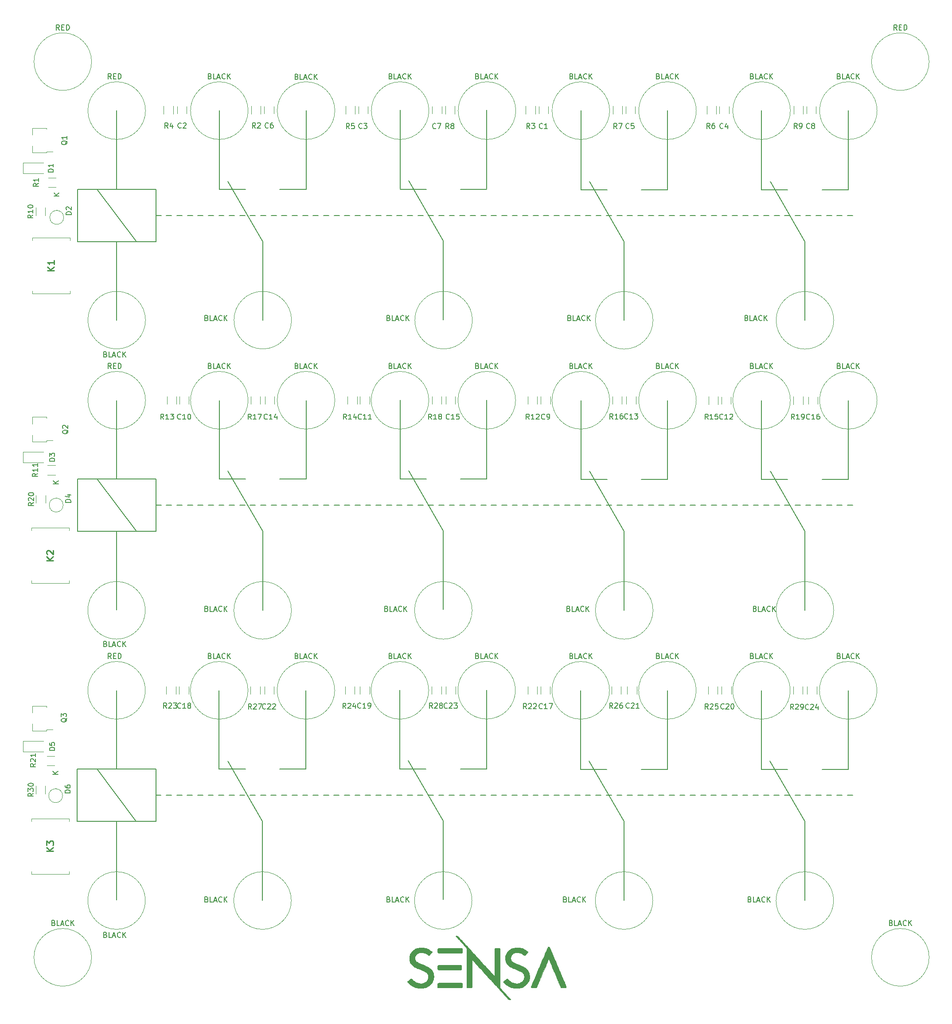
<source format=gbr>
%TF.GenerationSoftware,KiCad,Pcbnew,(5.1.9)-1*%
%TF.CreationDate,2021-07-24T23:41:22+02:00*%
%TF.ProjectId,RelayControls-HPK,52656c61-7943-46f6-9e74-726f6c732d48,V0.1*%
%TF.SameCoordinates,Original*%
%TF.FileFunction,Legend,Top*%
%TF.FilePolarity,Positive*%
%FSLAX46Y46*%
G04 Gerber Fmt 4.6, Leading zero omitted, Abs format (unit mm)*
G04 Created by KiCad (PCBNEW (5.1.9)-1) date 2021-07-24 23:41:22*
%MOMM*%
%LPD*%
G01*
G04 APERTURE LIST*
%ADD10C,0.200000*%
%ADD11C,0.010000*%
%ADD12C,0.120000*%
%ADD13C,0.100000*%
%ADD14C,0.150000*%
%ADD15C,0.254000*%
G04 APERTURE END LIST*
D10*
X163875000Y-169055000D02*
X164875000Y-169055000D01*
X47775000Y-169055000D02*
X48775000Y-169055000D01*
X73800000Y-169055000D02*
X74800000Y-169055000D01*
X107825000Y-169055000D02*
X108825000Y-169055000D01*
X53775000Y-169055000D02*
X54775000Y-169055000D01*
X171875000Y-169055000D02*
X172875000Y-169055000D01*
X57775000Y-169055000D02*
X58775000Y-169055000D01*
X63775000Y-169055000D02*
X64775000Y-169055000D01*
X74450000Y-149055000D02*
X74450000Y-159605000D01*
X177875000Y-169055000D02*
X178875000Y-169055000D01*
X51775000Y-169055000D02*
X52775000Y-169055000D01*
X59775000Y-169055000D02*
X60775000Y-169055000D01*
X34525000Y-164055000D02*
X42025000Y-174055000D01*
X161875000Y-169055000D02*
X162875000Y-169055000D01*
X38275000Y-164055000D02*
X38275000Y-149055000D01*
X175875000Y-169055000D02*
X176875000Y-169055000D01*
X95800000Y-169055000D02*
X96800000Y-169055000D01*
X55775000Y-169055000D02*
X56775000Y-169055000D01*
X74450000Y-159605000D02*
X74450000Y-164055000D01*
X101800000Y-169055000D02*
X102800000Y-169055000D01*
X87800000Y-169055000D02*
X88800000Y-169055000D01*
X83800000Y-169055000D02*
X84800000Y-169055000D01*
X71800000Y-169055000D02*
X72800000Y-169055000D01*
X153875000Y-169055000D02*
X154875000Y-169055000D01*
X109825000Y-169055000D02*
X110825000Y-169055000D01*
X165875000Y-169055000D02*
X166875000Y-169055000D01*
X93800000Y-169055000D02*
X94800000Y-169055000D01*
X57875000Y-149055000D02*
X57875000Y-159605000D01*
X85800000Y-169055000D02*
X86800000Y-169055000D01*
X99800000Y-169055000D02*
X100800000Y-169055000D01*
X49775000Y-169055000D02*
X50775000Y-169055000D01*
X65775000Y-169055000D02*
X66775000Y-169055000D01*
X57875000Y-159605000D02*
X57875000Y-164055000D01*
X61775000Y-169055000D02*
X62775000Y-169055000D01*
X89800000Y-169055000D02*
X90800000Y-169055000D01*
X159875000Y-169055000D02*
X160875000Y-169055000D01*
X69775000Y-169055000D02*
X70775000Y-169055000D01*
X135220000Y-174055000D02*
X128570000Y-162530000D01*
X121825000Y-169055000D02*
X122825000Y-169055000D01*
X133825000Y-169055000D02*
X134825000Y-169055000D01*
X129825000Y-169055000D02*
X130825000Y-169055000D01*
X38275000Y-174055000D02*
X38275000Y-189055000D01*
X137825000Y-169055000D02*
X138825000Y-169055000D01*
X157875000Y-169055000D02*
X158875000Y-169055000D01*
X126945000Y-149055000D02*
X126945000Y-159605000D01*
X30775000Y-174055000D02*
X30775000Y-164055000D01*
X127825000Y-169055000D02*
X128825000Y-169055000D01*
X135225000Y-189080000D02*
X135220000Y-174055000D01*
X91800000Y-169055000D02*
X92800000Y-169055000D01*
X145850000Y-169055000D02*
X146850000Y-169055000D01*
X149850000Y-169055000D02*
X150850000Y-169055000D01*
X57875000Y-164055000D02*
X62875000Y-164055000D01*
X126945000Y-164155000D02*
X131945000Y-164155000D01*
X169875000Y-169055000D02*
X170875000Y-169055000D01*
X135825000Y-169055000D02*
X136825000Y-169055000D01*
X119825000Y-169055000D02*
X120825000Y-169055000D01*
X45775000Y-164055000D02*
X45775000Y-174055000D01*
X126945000Y-159605000D02*
X126945000Y-164055000D01*
X117825000Y-169055000D02*
X118825000Y-169055000D01*
X143520000Y-159605000D02*
X143520000Y-164055000D01*
X123825000Y-169055000D02*
X124825000Y-169055000D01*
X143500000Y-149055000D02*
X143500000Y-159605000D01*
X155875000Y-169055000D02*
X156875000Y-169055000D01*
X167875000Y-169055000D02*
X168875000Y-169055000D01*
X66155000Y-189080000D02*
X66150000Y-174055000D01*
X67775000Y-169055000D02*
X68775000Y-169055000D01*
X97800000Y-169055000D02*
X98800000Y-169055000D01*
X173875000Y-169055000D02*
X174875000Y-169055000D01*
X161470000Y-149055000D02*
X161470000Y-159605000D01*
X69450000Y-164055000D02*
X74450000Y-164055000D01*
X143850000Y-169055000D02*
X144850000Y-169055000D01*
X147850000Y-169055000D02*
X148850000Y-169055000D01*
X66150000Y-174055000D02*
X59500000Y-162530000D01*
X138520000Y-164155000D02*
X143520000Y-164155000D01*
X45775000Y-164055000D02*
X30775000Y-164055000D01*
X131825000Y-169055000D02*
X132825000Y-169055000D01*
X92400000Y-164055000D02*
X97400000Y-164055000D01*
X161470000Y-159605000D02*
X161470000Y-164055000D01*
X178045000Y-159605000D02*
X178045000Y-164055000D01*
X169745000Y-174055000D02*
X163095000Y-162530000D01*
X79800000Y-169055000D02*
X80800000Y-169055000D01*
X75800000Y-169055000D02*
X76800000Y-169055000D01*
X178045000Y-149055000D02*
X178045000Y-159605000D01*
X173045000Y-164155000D02*
X178045000Y-164155000D01*
X139825000Y-169055000D02*
X140825000Y-169055000D01*
X151850000Y-169055000D02*
X152850000Y-169055000D01*
X105800000Y-169055000D02*
X106800000Y-169055000D01*
X113825000Y-169055000D02*
X114825000Y-169055000D01*
X100680000Y-188980000D02*
X100675000Y-173955000D01*
X115825000Y-169055000D02*
X116825000Y-169055000D01*
X103800000Y-169055000D02*
X104800000Y-169055000D01*
X111825000Y-169055000D02*
X112825000Y-169055000D01*
X92400000Y-159505000D02*
X92400000Y-163955000D01*
X108975000Y-148955000D02*
X108975000Y-159505000D01*
X103975000Y-164055000D02*
X108975000Y-164055000D01*
X45775000Y-169055000D02*
X46775000Y-169055000D01*
X169750000Y-189080000D02*
X169745000Y-174055000D01*
X161470000Y-164155000D02*
X166470000Y-164155000D01*
X125825000Y-169055000D02*
X126825000Y-169055000D01*
X141825000Y-169055000D02*
X142825000Y-169055000D01*
X100675000Y-173955000D02*
X94025000Y-162430000D01*
X81800000Y-169055000D02*
X82800000Y-169055000D01*
X92400000Y-148955000D02*
X92400000Y-159505000D01*
X77800000Y-169055000D02*
X78800000Y-169055000D01*
X30775000Y-174055000D02*
X45775000Y-174055000D01*
X108975000Y-159505000D02*
X108975000Y-163955000D01*
X177900000Y-113675000D02*
X178900000Y-113675000D01*
X161900000Y-113675000D02*
X162900000Y-113675000D01*
X175900000Y-113675000D02*
X176900000Y-113675000D01*
X153900000Y-113675000D02*
X154900000Y-113675000D01*
X109850000Y-113675000D02*
X110850000Y-113675000D01*
X165900000Y-113675000D02*
X166900000Y-113675000D01*
X171900000Y-113675000D02*
X172900000Y-113675000D01*
X163900000Y-113675000D02*
X164900000Y-113675000D01*
X74475000Y-104225000D02*
X74475000Y-108675000D01*
X74475000Y-93675000D02*
X74475000Y-104225000D01*
X57900000Y-104225000D02*
X57900000Y-108675000D01*
X57900000Y-93675000D02*
X57900000Y-104225000D01*
X73825000Y-113675000D02*
X74825000Y-113675000D01*
X71825000Y-113675000D02*
X72825000Y-113675000D01*
X51800000Y-113675000D02*
X52800000Y-113675000D01*
X47800000Y-113675000D02*
X48800000Y-113675000D01*
X49800000Y-113675000D02*
X50800000Y-113675000D01*
X65800000Y-113675000D02*
X66800000Y-113675000D01*
X61800000Y-113675000D02*
X62800000Y-113675000D01*
X59800000Y-113675000D02*
X60800000Y-113675000D01*
X57800000Y-113675000D02*
X58800000Y-113675000D01*
X63800000Y-113675000D02*
X64800000Y-113675000D01*
X55800000Y-113675000D02*
X56800000Y-113675000D01*
X53800000Y-113675000D02*
X54800000Y-113675000D01*
X34550000Y-108675000D02*
X42050000Y-118675000D01*
X38300000Y-108675000D02*
X38300000Y-93675000D01*
X107850000Y-113675000D02*
X108850000Y-113675000D01*
X95825000Y-113675000D02*
X96825000Y-113675000D01*
X87825000Y-113675000D02*
X88825000Y-113675000D01*
X83825000Y-113675000D02*
X84825000Y-113675000D01*
X85825000Y-113675000D02*
X86825000Y-113675000D01*
X101825000Y-113675000D02*
X102825000Y-113675000D01*
X99825000Y-113675000D02*
X100825000Y-113675000D01*
X89825000Y-113675000D02*
X90825000Y-113675000D01*
X93825000Y-113675000D02*
X94825000Y-113675000D01*
X97825000Y-113675000D02*
X98825000Y-113675000D01*
X91825000Y-113675000D02*
X92825000Y-113675000D01*
X69475000Y-108675000D02*
X74475000Y-108675000D01*
X57900000Y-108675000D02*
X62900000Y-108675000D01*
X143875000Y-113675000D02*
X144875000Y-113675000D01*
X147875000Y-113675000D02*
X148875000Y-113675000D01*
X123850000Y-113675000D02*
X124850000Y-113675000D01*
X145875000Y-113675000D02*
X146875000Y-113675000D01*
X119850000Y-113675000D02*
X120850000Y-113675000D01*
X133850000Y-113675000D02*
X134850000Y-113675000D01*
X137850000Y-113675000D02*
X138850000Y-113675000D01*
X155900000Y-113675000D02*
X156900000Y-113675000D01*
X169900000Y-113675000D02*
X170900000Y-113675000D01*
X131850000Y-113675000D02*
X132850000Y-113675000D01*
X121850000Y-113675000D02*
X122850000Y-113675000D01*
X173900000Y-113675000D02*
X174900000Y-113675000D01*
X159900000Y-113675000D02*
X160900000Y-113675000D01*
X167900000Y-113675000D02*
X168900000Y-113675000D01*
X157900000Y-113675000D02*
X158900000Y-113675000D01*
X117850000Y-113675000D02*
X118850000Y-113675000D01*
X149875000Y-113675000D02*
X150875000Y-113675000D01*
X129850000Y-113675000D02*
X130850000Y-113675000D01*
X135850000Y-113675000D02*
X136850000Y-113675000D01*
X127850000Y-113675000D02*
X128850000Y-113675000D01*
X126970000Y-104225000D02*
X126970000Y-108675000D01*
X143545000Y-104225000D02*
X143545000Y-108675000D01*
X138545000Y-108775000D02*
X143545000Y-108775000D01*
X143525000Y-93675000D02*
X143525000Y-104225000D01*
X126970000Y-93675000D02*
X126970000Y-104225000D01*
X126970000Y-108775000D02*
X131970000Y-108775000D01*
X135245000Y-118675000D02*
X128595000Y-107150000D01*
X135250000Y-133700000D02*
X135245000Y-118675000D01*
X66175000Y-118675000D02*
X59525000Y-107150000D01*
X66180000Y-133700000D02*
X66175000Y-118675000D01*
X69800000Y-113675000D02*
X70800000Y-113675000D01*
X67800000Y-113675000D02*
X68800000Y-113675000D01*
X38300000Y-118675000D02*
X38300000Y-133675000D01*
X45800000Y-108675000D02*
X30800000Y-108675000D01*
X45800000Y-108675000D02*
X45800000Y-118675000D01*
X30800000Y-118675000D02*
X30800000Y-108675000D01*
X161495000Y-93675000D02*
X161495000Y-104225000D01*
X178070000Y-104225000D02*
X178070000Y-108675000D01*
X178070000Y-93675000D02*
X178070000Y-104225000D01*
X169775000Y-133700000D02*
X169770000Y-118675000D01*
X161495000Y-104225000D02*
X161495000Y-108675000D01*
X161495000Y-108775000D02*
X166495000Y-108775000D01*
X169770000Y-118675000D02*
X163120000Y-107150000D01*
X173070000Y-108775000D02*
X178070000Y-108775000D01*
X30800000Y-118675000D02*
X45800000Y-118675000D01*
X139850000Y-113675000D02*
X140850000Y-113675000D01*
X125850000Y-113675000D02*
X126850000Y-113675000D01*
X141850000Y-113675000D02*
X142850000Y-113675000D01*
X151875000Y-113675000D02*
X152875000Y-113675000D01*
X81825000Y-113675000D02*
X82825000Y-113675000D01*
X105825000Y-113675000D02*
X106825000Y-113675000D01*
X103825000Y-113675000D02*
X104825000Y-113675000D01*
X111850000Y-113675000D02*
X112850000Y-113675000D01*
X113850000Y-113675000D02*
X114850000Y-113675000D01*
X115850000Y-113675000D02*
X116850000Y-113675000D01*
X92425000Y-108675000D02*
X97425000Y-108675000D01*
X100700000Y-118575000D02*
X94050000Y-107050000D01*
X104000000Y-108675000D02*
X109000000Y-108675000D01*
X100697500Y-133600000D02*
X100692500Y-118575000D01*
X109000000Y-104125000D02*
X109000000Y-108575000D01*
X109000000Y-93575000D02*
X109000000Y-104125000D01*
X92425000Y-104125000D02*
X92425000Y-108575000D01*
X92425000Y-93575000D02*
X92425000Y-104125000D01*
X45800000Y-113675000D02*
X46800000Y-113675000D01*
X75825000Y-113675000D02*
X76825000Y-113675000D01*
X77825000Y-113675000D02*
X78825000Y-113675000D01*
X79825000Y-113675000D02*
X80825000Y-113675000D01*
X177900000Y-58350000D02*
X178900000Y-58350000D01*
X173900000Y-58350000D02*
X174900000Y-58350000D01*
X175900000Y-58350000D02*
X176900000Y-58350000D01*
X141850000Y-58350000D02*
X142850000Y-58350000D01*
X151875000Y-58350000D02*
X152875000Y-58350000D01*
X125850000Y-58350000D02*
X126850000Y-58350000D01*
X139850000Y-58350000D02*
X140850000Y-58350000D01*
X117850000Y-58350000D02*
X118850000Y-58350000D01*
X149875000Y-58350000D02*
X150875000Y-58350000D01*
X129850000Y-58350000D02*
X130850000Y-58350000D01*
X135850000Y-58350000D02*
X136850000Y-58350000D01*
X127850000Y-58350000D02*
X128850000Y-58350000D01*
X147875000Y-58350000D02*
X148875000Y-58350000D01*
X145875000Y-58350000D02*
X146875000Y-58350000D01*
X119850000Y-58350000D02*
X120850000Y-58350000D01*
X133850000Y-58350000D02*
X134850000Y-58350000D01*
X137850000Y-58350000D02*
X138850000Y-58350000D01*
X123850000Y-58350000D02*
X124850000Y-58350000D01*
X131850000Y-58350000D02*
X132850000Y-58350000D01*
X143875000Y-58350000D02*
X144875000Y-58350000D01*
X121850000Y-58350000D02*
X122850000Y-58350000D01*
X159900000Y-58350000D02*
X160900000Y-58350000D01*
X155900000Y-58350000D02*
X156900000Y-58350000D01*
X157900000Y-58350000D02*
X158900000Y-58350000D01*
X169900000Y-58350000D02*
X170900000Y-58350000D01*
X167900000Y-58350000D02*
X168900000Y-58350000D01*
X165900000Y-58350000D02*
X166900000Y-58350000D01*
X171900000Y-58350000D02*
X172900000Y-58350000D01*
X163900000Y-58350000D02*
X164900000Y-58350000D01*
X161900000Y-58350000D02*
X162900000Y-58350000D01*
X153900000Y-58350000D02*
X154900000Y-58350000D01*
X109850000Y-58350000D02*
X110850000Y-58350000D01*
X107850000Y-58350000D02*
X108850000Y-58350000D01*
X87825000Y-58350000D02*
X88825000Y-58350000D01*
X83825000Y-58350000D02*
X84825000Y-58350000D01*
X85825000Y-58350000D02*
X86825000Y-58350000D01*
X101825000Y-58350000D02*
X102825000Y-58350000D01*
X97825000Y-58350000D02*
X98825000Y-58350000D01*
X95825000Y-58350000D02*
X96825000Y-58350000D01*
X93825000Y-58350000D02*
X94825000Y-58350000D01*
X99825000Y-58350000D02*
X100825000Y-58350000D01*
X91825000Y-58350000D02*
X92825000Y-58350000D01*
X89825000Y-58350000D02*
X90825000Y-58350000D01*
X105825000Y-58350000D02*
X106825000Y-58350000D01*
X103825000Y-58350000D02*
X104825000Y-58350000D01*
X81825000Y-58350000D02*
X82825000Y-58350000D01*
X111850000Y-58350000D02*
X112850000Y-58350000D01*
X113850000Y-58350000D02*
X114850000Y-58350000D01*
X115850000Y-58350000D02*
X116850000Y-58350000D01*
X79825000Y-58350000D02*
X80825000Y-58350000D01*
X77825000Y-58350000D02*
X78825000Y-58350000D01*
X75825000Y-58350000D02*
X76825000Y-58350000D01*
X73825000Y-58350000D02*
X74825000Y-58350000D01*
X71825000Y-58350000D02*
X72825000Y-58350000D01*
X69800000Y-58350000D02*
X70800000Y-58350000D01*
X67800000Y-58350000D02*
X68800000Y-58350000D01*
X65800000Y-58350000D02*
X66800000Y-58350000D01*
X63800000Y-58350000D02*
X64800000Y-58350000D01*
X61800000Y-58350000D02*
X62800000Y-58350000D01*
X59800000Y-58350000D02*
X60800000Y-58350000D01*
X57800000Y-58350000D02*
X58800000Y-58350000D01*
X55800000Y-58350000D02*
X56800000Y-58350000D01*
X53800000Y-58350000D02*
X54800000Y-58350000D01*
X51800000Y-58350000D02*
X52800000Y-58350000D01*
X49800000Y-58350000D02*
X50800000Y-58350000D01*
X47800000Y-58350000D02*
X48800000Y-58350000D01*
X45800000Y-58350000D02*
X46800000Y-58350000D01*
X161495000Y-48900000D02*
X161495000Y-53350000D01*
X178070000Y-48900000D02*
X178070000Y-53350000D01*
X173070000Y-53450000D02*
X178070000Y-53450000D01*
X178070000Y-38350000D02*
X178070000Y-48900000D01*
X161495000Y-38350000D02*
X161495000Y-48900000D01*
X161495000Y-53450000D02*
X166495000Y-53450000D01*
X169770000Y-63350000D02*
X163120000Y-51825000D01*
X169775000Y-78375000D02*
X169770000Y-63350000D01*
X126970000Y-53450000D02*
X131970000Y-53450000D01*
X135245000Y-63350000D02*
X128595000Y-51825000D01*
X138545000Y-53450000D02*
X143545000Y-53450000D01*
X135250000Y-78375000D02*
X135245000Y-63350000D01*
X143545000Y-48900000D02*
X143545000Y-53350000D01*
X143525000Y-38350000D02*
X143525000Y-48900000D01*
X126970000Y-48900000D02*
X126970000Y-53350000D01*
X126970000Y-38350000D02*
X126970000Y-48900000D01*
X109000000Y-48800000D02*
X109000000Y-53250000D01*
X109000000Y-38250000D02*
X109000000Y-48800000D01*
X92425000Y-48800000D02*
X92425000Y-53250000D01*
X92425000Y-38250000D02*
X92425000Y-48800000D01*
X104000000Y-53350000D02*
X109000000Y-53350000D01*
X92425000Y-53350000D02*
X97425000Y-53350000D01*
X100700000Y-63250000D02*
X94050000Y-51725000D01*
X100705000Y-78275000D02*
X100700000Y-63250000D01*
X66175000Y-63350000D02*
X59525000Y-51825000D01*
X66180000Y-78375000D02*
X66175000Y-63350000D01*
X69475000Y-53350000D02*
X74475000Y-53350000D01*
X57900000Y-53350000D02*
X62900000Y-53350000D01*
X74475000Y-48900000D02*
X74475000Y-53350000D01*
X74475000Y-38350000D02*
X74475000Y-48900000D01*
X57900000Y-48900000D02*
X57900000Y-53350000D01*
X57900000Y-38350000D02*
X57900000Y-48900000D01*
X38300000Y-63350000D02*
X38300000Y-78350000D01*
X38300000Y-53350000D02*
X38300000Y-38350000D01*
X34550000Y-53350000D02*
X42050000Y-63350000D01*
X30800000Y-63350000D02*
X30800000Y-53350000D01*
X45800000Y-53350000D02*
X30800000Y-53350000D01*
X45800000Y-53350000D02*
X45800000Y-63350000D01*
X30800000Y-63350000D02*
X45800000Y-63350000D01*
D11*
%TO.C,G\u002A\u002A\u002A*%
G36*
X102865378Y-198256021D02*
G01*
X103044626Y-198256098D01*
X103207570Y-198256250D01*
X103355014Y-198256497D01*
X103487759Y-198256861D01*
X103606610Y-198257362D01*
X103712369Y-198258022D01*
X103805841Y-198258861D01*
X103887827Y-198259901D01*
X103959131Y-198261162D01*
X104020557Y-198262665D01*
X104072906Y-198264431D01*
X104116984Y-198266482D01*
X104153592Y-198268838D01*
X104183534Y-198271520D01*
X104207614Y-198274550D01*
X104226633Y-198277947D01*
X104241396Y-198281734D01*
X104252706Y-198285931D01*
X104261365Y-198290558D01*
X104268178Y-198295638D01*
X104273946Y-198301191D01*
X104279474Y-198307238D01*
X104285564Y-198313799D01*
X104288345Y-198316580D01*
X104306081Y-198335354D01*
X104320089Y-198355058D01*
X104330867Y-198378350D01*
X104338911Y-198407888D01*
X104344717Y-198446329D01*
X104348781Y-198496331D01*
X104351601Y-198560552D01*
X104353672Y-198641651D01*
X104354213Y-198669215D01*
X104355421Y-198775723D01*
X104354353Y-198864058D01*
X104350526Y-198936291D01*
X104343457Y-198994489D01*
X104332662Y-199040722D01*
X104317660Y-199077059D01*
X104297965Y-199105567D01*
X104273097Y-199128317D01*
X104242571Y-199147377D01*
X104242568Y-199147379D01*
X104199400Y-199170440D01*
X101994680Y-199171997D01*
X101784052Y-199172110D01*
X101578591Y-199172148D01*
X101379238Y-199172116D01*
X101186935Y-199172015D01*
X101002624Y-199171849D01*
X100827247Y-199171619D01*
X100661746Y-199171329D01*
X100507063Y-199170982D01*
X100364139Y-199170579D01*
X100233918Y-199170124D01*
X100117340Y-199169619D01*
X100015349Y-199169067D01*
X99928885Y-199168471D01*
X99858891Y-199167833D01*
X99806309Y-199167156D01*
X99772081Y-199166443D01*
X99757149Y-199165697D01*
X99756793Y-199165630D01*
X99708846Y-199146464D01*
X99664958Y-199115316D01*
X99632306Y-199077608D01*
X99626447Y-199067206D01*
X99620766Y-199054162D01*
X99616247Y-199038833D01*
X99612725Y-199018743D01*
X99610031Y-198991418D01*
X99607998Y-198954382D01*
X99606459Y-198905160D01*
X99605247Y-198841277D01*
X99604194Y-198760257D01*
X99603899Y-198733560D01*
X99603217Y-198628031D01*
X99603655Y-198541878D01*
X99605206Y-198475325D01*
X99607865Y-198428597D01*
X99611628Y-198401916D01*
X99611977Y-198400651D01*
X99636616Y-198350337D01*
X99676514Y-198307255D01*
X99726711Y-198276621D01*
X99732013Y-198274479D01*
X99738079Y-198272384D01*
X99745524Y-198270454D01*
X99755164Y-198268682D01*
X99767813Y-198267061D01*
X99784287Y-198265584D01*
X99805401Y-198264245D01*
X99831969Y-198263038D01*
X99864807Y-198261954D01*
X99904729Y-198260988D01*
X99952551Y-198260133D01*
X100009088Y-198259382D01*
X100075155Y-198258728D01*
X100151566Y-198258165D01*
X100239138Y-198257687D01*
X100338684Y-198257285D01*
X100451019Y-198256954D01*
X100576960Y-198256687D01*
X100717320Y-198256477D01*
X100872916Y-198256317D01*
X101044561Y-198256201D01*
X101233071Y-198256122D01*
X101439261Y-198256073D01*
X101663946Y-198256048D01*
X101907941Y-198256040D01*
X101969280Y-198256040D01*
X102221776Y-198256028D01*
X102454756Y-198256007D01*
X102669022Y-198255998D01*
X102865378Y-198256021D01*
G37*
X102865378Y-198256021D02*
X103044626Y-198256098D01*
X103207570Y-198256250D01*
X103355014Y-198256497D01*
X103487759Y-198256861D01*
X103606610Y-198257362D01*
X103712369Y-198258022D01*
X103805841Y-198258861D01*
X103887827Y-198259901D01*
X103959131Y-198261162D01*
X104020557Y-198262665D01*
X104072906Y-198264431D01*
X104116984Y-198266482D01*
X104153592Y-198268838D01*
X104183534Y-198271520D01*
X104207614Y-198274550D01*
X104226633Y-198277947D01*
X104241396Y-198281734D01*
X104252706Y-198285931D01*
X104261365Y-198290558D01*
X104268178Y-198295638D01*
X104273946Y-198301191D01*
X104279474Y-198307238D01*
X104285564Y-198313799D01*
X104288345Y-198316580D01*
X104306081Y-198335354D01*
X104320089Y-198355058D01*
X104330867Y-198378350D01*
X104338911Y-198407888D01*
X104344717Y-198446329D01*
X104348781Y-198496331D01*
X104351601Y-198560552D01*
X104353672Y-198641651D01*
X104354213Y-198669215D01*
X104355421Y-198775723D01*
X104354353Y-198864058D01*
X104350526Y-198936291D01*
X104343457Y-198994489D01*
X104332662Y-199040722D01*
X104317660Y-199077059D01*
X104297965Y-199105567D01*
X104273097Y-199128317D01*
X104242571Y-199147377D01*
X104242568Y-199147379D01*
X104199400Y-199170440D01*
X101994680Y-199171997D01*
X101784052Y-199172110D01*
X101578591Y-199172148D01*
X101379238Y-199172116D01*
X101186935Y-199172015D01*
X101002624Y-199171849D01*
X100827247Y-199171619D01*
X100661746Y-199171329D01*
X100507063Y-199170982D01*
X100364139Y-199170579D01*
X100233918Y-199170124D01*
X100117340Y-199169619D01*
X100015349Y-199169067D01*
X99928885Y-199168471D01*
X99858891Y-199167833D01*
X99806309Y-199167156D01*
X99772081Y-199166443D01*
X99757149Y-199165697D01*
X99756793Y-199165630D01*
X99708846Y-199146464D01*
X99664958Y-199115316D01*
X99632306Y-199077608D01*
X99626447Y-199067206D01*
X99620766Y-199054162D01*
X99616247Y-199038833D01*
X99612725Y-199018743D01*
X99610031Y-198991418D01*
X99607998Y-198954382D01*
X99606459Y-198905160D01*
X99605247Y-198841277D01*
X99604194Y-198760257D01*
X99603899Y-198733560D01*
X99603217Y-198628031D01*
X99603655Y-198541878D01*
X99605206Y-198475325D01*
X99607865Y-198428597D01*
X99611628Y-198401916D01*
X99611977Y-198400651D01*
X99636616Y-198350337D01*
X99676514Y-198307255D01*
X99726711Y-198276621D01*
X99732013Y-198274479D01*
X99738079Y-198272384D01*
X99745524Y-198270454D01*
X99755164Y-198268682D01*
X99767813Y-198267061D01*
X99784287Y-198265584D01*
X99805401Y-198264245D01*
X99831969Y-198263038D01*
X99864807Y-198261954D01*
X99904729Y-198260988D01*
X99952551Y-198260133D01*
X100009088Y-198259382D01*
X100075155Y-198258728D01*
X100151566Y-198258165D01*
X100239138Y-198257687D01*
X100338684Y-198257285D01*
X100451019Y-198256954D01*
X100576960Y-198256687D01*
X100717320Y-198256477D01*
X100872916Y-198256317D01*
X101044561Y-198256201D01*
X101233071Y-198256122D01*
X101439261Y-198256073D01*
X101663946Y-198256048D01*
X101907941Y-198256040D01*
X101969280Y-198256040D01*
X102221776Y-198256028D01*
X102454756Y-198256007D01*
X102669022Y-198255998D01*
X102865378Y-198256021D01*
G36*
X104060392Y-201508222D02*
G01*
X104102096Y-201534321D01*
X104132101Y-201567602D01*
X104141127Y-201581882D01*
X104168920Y-201629160D01*
X104168920Y-201933960D01*
X104168879Y-202020734D01*
X104168643Y-202089683D01*
X104168042Y-202143301D01*
X104166906Y-202184081D01*
X104165065Y-202214518D01*
X104162350Y-202237107D01*
X104158591Y-202254341D01*
X104153617Y-202268715D01*
X104147259Y-202282723D01*
X104144829Y-202287690D01*
X104110100Y-202337620D01*
X104061808Y-202373056D01*
X103999010Y-202394666D01*
X103992035Y-202396066D01*
X103976285Y-202397132D01*
X103941407Y-202398133D01*
X103888581Y-202399069D01*
X103818987Y-202399941D01*
X103733803Y-202400747D01*
X103634208Y-202401489D01*
X103521383Y-202402166D01*
X103396506Y-202402778D01*
X103260756Y-202403326D01*
X103115313Y-202403810D01*
X102961355Y-202404229D01*
X102800063Y-202404583D01*
X102632614Y-202404874D01*
X102460189Y-202405100D01*
X102283967Y-202405263D01*
X102105127Y-202405361D01*
X101924848Y-202405396D01*
X101744309Y-202405366D01*
X101564689Y-202405273D01*
X101387168Y-202405116D01*
X101212926Y-202404896D01*
X101043140Y-202404612D01*
X100878991Y-202404265D01*
X100721657Y-202403854D01*
X100572318Y-202403380D01*
X100432154Y-202402843D01*
X100302342Y-202402243D01*
X100184063Y-202401579D01*
X100078495Y-202400853D01*
X99986819Y-202400064D01*
X99910212Y-202399211D01*
X99849855Y-202398297D01*
X99806927Y-202397319D01*
X99782606Y-202396279D01*
X99778036Y-202395789D01*
X99713516Y-202375161D01*
X99663833Y-202341209D01*
X99627635Y-202292889D01*
X99617724Y-202271967D01*
X99612466Y-202248661D01*
X99608151Y-202208399D01*
X99604779Y-202154522D01*
X99602351Y-202090372D01*
X99600866Y-202019292D01*
X99600325Y-201944622D01*
X99600727Y-201869704D01*
X99602072Y-201797881D01*
X99604360Y-201732493D01*
X99607592Y-201676884D01*
X99611767Y-201634394D01*
X99616886Y-201608365D01*
X99617724Y-201606112D01*
X99648697Y-201553386D01*
X99692801Y-201515016D01*
X99718840Y-201501042D01*
X99724075Y-201498881D01*
X99730584Y-201496893D01*
X99739191Y-201495069D01*
X99750724Y-201493403D01*
X99766007Y-201491887D01*
X99785867Y-201490515D01*
X99811130Y-201489279D01*
X99842621Y-201488172D01*
X99881166Y-201487186D01*
X99927591Y-201486315D01*
X99982722Y-201485550D01*
X100047385Y-201484886D01*
X100122405Y-201484314D01*
X100208609Y-201483828D01*
X100306822Y-201483419D01*
X100417870Y-201483082D01*
X100542580Y-201482808D01*
X100681776Y-201482590D01*
X100836285Y-201482422D01*
X101006933Y-201482296D01*
X101194545Y-201482204D01*
X101399947Y-201482140D01*
X101623966Y-201482096D01*
X101867426Y-201482064D01*
X101883465Y-201482063D01*
X104007450Y-201481840D01*
X104060392Y-201508222D01*
G37*
X104060392Y-201508222D02*
X104102096Y-201534321D01*
X104132101Y-201567602D01*
X104141127Y-201581882D01*
X104168920Y-201629160D01*
X104168920Y-201933960D01*
X104168879Y-202020734D01*
X104168643Y-202089683D01*
X104168042Y-202143301D01*
X104166906Y-202184081D01*
X104165065Y-202214518D01*
X104162350Y-202237107D01*
X104158591Y-202254341D01*
X104153617Y-202268715D01*
X104147259Y-202282723D01*
X104144829Y-202287690D01*
X104110100Y-202337620D01*
X104061808Y-202373056D01*
X103999010Y-202394666D01*
X103992035Y-202396066D01*
X103976285Y-202397132D01*
X103941407Y-202398133D01*
X103888581Y-202399069D01*
X103818987Y-202399941D01*
X103733803Y-202400747D01*
X103634208Y-202401489D01*
X103521383Y-202402166D01*
X103396506Y-202402778D01*
X103260756Y-202403326D01*
X103115313Y-202403810D01*
X102961355Y-202404229D01*
X102800063Y-202404583D01*
X102632614Y-202404874D01*
X102460189Y-202405100D01*
X102283967Y-202405263D01*
X102105127Y-202405361D01*
X101924848Y-202405396D01*
X101744309Y-202405366D01*
X101564689Y-202405273D01*
X101387168Y-202405116D01*
X101212926Y-202404896D01*
X101043140Y-202404612D01*
X100878991Y-202404265D01*
X100721657Y-202403854D01*
X100572318Y-202403380D01*
X100432154Y-202402843D01*
X100302342Y-202402243D01*
X100184063Y-202401579D01*
X100078495Y-202400853D01*
X99986819Y-202400064D01*
X99910212Y-202399211D01*
X99849855Y-202398297D01*
X99806927Y-202397319D01*
X99782606Y-202396279D01*
X99778036Y-202395789D01*
X99713516Y-202375161D01*
X99663833Y-202341209D01*
X99627635Y-202292889D01*
X99617724Y-202271967D01*
X99612466Y-202248661D01*
X99608151Y-202208399D01*
X99604779Y-202154522D01*
X99602351Y-202090372D01*
X99600866Y-202019292D01*
X99600325Y-201944622D01*
X99600727Y-201869704D01*
X99602072Y-201797881D01*
X99604360Y-201732493D01*
X99607592Y-201676884D01*
X99611767Y-201634394D01*
X99616886Y-201608365D01*
X99617724Y-201606112D01*
X99648697Y-201553386D01*
X99692801Y-201515016D01*
X99718840Y-201501042D01*
X99724075Y-201498881D01*
X99730584Y-201496893D01*
X99739191Y-201495069D01*
X99750724Y-201493403D01*
X99766007Y-201491887D01*
X99785867Y-201490515D01*
X99811130Y-201489279D01*
X99842621Y-201488172D01*
X99881166Y-201487186D01*
X99927591Y-201486315D01*
X99982722Y-201485550D01*
X100047385Y-201484886D01*
X100122405Y-201484314D01*
X100208609Y-201483828D01*
X100306822Y-201483419D01*
X100417870Y-201483082D01*
X100542580Y-201482808D01*
X100681776Y-201482590D01*
X100836285Y-201482422D01*
X101006933Y-201482296D01*
X101194545Y-201482204D01*
X101399947Y-201482140D01*
X101623966Y-201482096D01*
X101867426Y-201482064D01*
X101883465Y-201482063D01*
X104007450Y-201481840D01*
X104060392Y-201508222D01*
G36*
X120875023Y-197997161D02*
G01*
X120920213Y-198014404D01*
X120955690Y-198045980D01*
X120980147Y-198083739D01*
X120986943Y-198098347D01*
X121001260Y-198130673D01*
X121022675Y-198179734D01*
X121050768Y-198244546D01*
X121085116Y-198324123D01*
X121125298Y-198417483D01*
X121170891Y-198523641D01*
X121221473Y-198641611D01*
X121276623Y-198770412D01*
X121335918Y-198909057D01*
X121398938Y-199056562D01*
X121465259Y-199211944D01*
X121534460Y-199374218D01*
X121606118Y-199542400D01*
X121679813Y-199715506D01*
X121705110Y-199774960D01*
X121782497Y-199956839D01*
X121866996Y-200155385D01*
X121957744Y-200368571D01*
X122053878Y-200594374D01*
X122154536Y-200830769D01*
X122258856Y-201075731D01*
X122365974Y-201327235D01*
X122475030Y-201583258D01*
X122585160Y-201841774D01*
X122695502Y-202100759D01*
X122805193Y-202358188D01*
X122913372Y-202612037D01*
X123019175Y-202860281D01*
X123121740Y-203100896D01*
X123220205Y-203331857D01*
X123282638Y-203478280D01*
X123383103Y-203713848D01*
X123475916Y-203931450D01*
X123561367Y-204131827D01*
X123639744Y-204315718D01*
X123711334Y-204483862D01*
X123776426Y-204636999D01*
X123835307Y-204775868D01*
X123888265Y-204901211D01*
X123935589Y-205013765D01*
X123977566Y-205114271D01*
X124014484Y-205203468D01*
X124046631Y-205282096D01*
X124074296Y-205350895D01*
X124097766Y-205410604D01*
X124117329Y-205461963D01*
X124133273Y-205505712D01*
X124145887Y-205542590D01*
X124155457Y-205573337D01*
X124162273Y-205598692D01*
X124166622Y-205619396D01*
X124168791Y-205636187D01*
X124169070Y-205649806D01*
X124167745Y-205660992D01*
X124165106Y-205670485D01*
X124161440Y-205679024D01*
X124157034Y-205687350D01*
X124152177Y-205696201D01*
X124148764Y-205702897D01*
X124120710Y-205744776D01*
X124079601Y-205776771D01*
X124079004Y-205777123D01*
X124031720Y-205804920D01*
X123185004Y-205804920D01*
X123157793Y-205779520D01*
X123134391Y-205752598D01*
X123113499Y-205720706D01*
X123111741Y-205717385D01*
X123105650Y-205703789D01*
X123092199Y-205672534D01*
X123071848Y-205624714D01*
X123045056Y-205561426D01*
X123012285Y-205483763D01*
X122973995Y-205392822D01*
X122930644Y-205289698D01*
X122882695Y-205175486D01*
X122830606Y-205051281D01*
X122774839Y-204918179D01*
X122715853Y-204777275D01*
X122654108Y-204629664D01*
X122590064Y-204476441D01*
X122539331Y-204354982D01*
X122444159Y-204127093D01*
X122348706Y-203898585D01*
X122253313Y-203670268D01*
X122158317Y-203442950D01*
X122064056Y-203217438D01*
X121970869Y-202994541D01*
X121879095Y-202775067D01*
X121789071Y-202559825D01*
X121701136Y-202349621D01*
X121615629Y-202145265D01*
X121532888Y-201947565D01*
X121453251Y-201757328D01*
X121377057Y-201575363D01*
X121304644Y-201402478D01*
X121236350Y-201239480D01*
X121172514Y-201087179D01*
X121113474Y-200946382D01*
X121059569Y-200817898D01*
X121011137Y-200702534D01*
X120968516Y-200601098D01*
X120932045Y-200514400D01*
X120902062Y-200443246D01*
X120878905Y-200388445D01*
X120862913Y-200350806D01*
X120854582Y-200331491D01*
X120819865Y-200253022D01*
X120798916Y-200296142D01*
X120792066Y-200311469D01*
X120777622Y-200344827D01*
X120755876Y-200395521D01*
X120727122Y-200462858D01*
X120691654Y-200546142D01*
X120649766Y-200644680D01*
X120601751Y-200757775D01*
X120547904Y-200884734D01*
X120488519Y-201024863D01*
X120423888Y-201177465D01*
X120354306Y-201341848D01*
X120280067Y-201517315D01*
X120201464Y-201703174D01*
X120118792Y-201898728D01*
X120032344Y-202103284D01*
X119942414Y-202316146D01*
X119849295Y-202536620D01*
X119753282Y-202764012D01*
X119654668Y-202997627D01*
X119553748Y-203236770D01*
X119450814Y-203480747D01*
X119346161Y-203728863D01*
X119240083Y-203980423D01*
X119132873Y-204234733D01*
X119102699Y-204306320D01*
X119034675Y-204467587D01*
X118968612Y-204623967D01*
X118904955Y-204774410D01*
X118844154Y-204917870D01*
X118786655Y-205053298D01*
X118732906Y-205179647D01*
X118683354Y-205295869D01*
X118638447Y-205400915D01*
X118598632Y-205493738D01*
X118564357Y-205573290D01*
X118536070Y-205638523D01*
X118514217Y-205688389D01*
X118499246Y-205721841D01*
X118491604Y-205737830D01*
X118490967Y-205738880D01*
X118469647Y-205761943D01*
X118442150Y-205784758D01*
X118438743Y-205787140D01*
X118429966Y-205792873D01*
X118420782Y-205797556D01*
X118409169Y-205801293D01*
X118393106Y-205804191D01*
X118370572Y-205806354D01*
X118339548Y-205807886D01*
X118298011Y-205808893D01*
X118243941Y-205809480D01*
X118175318Y-205809751D01*
X118090119Y-205809812D01*
X118002797Y-205809776D01*
X117900817Y-205809657D01*
X117817101Y-205809365D01*
X117749592Y-205808813D01*
X117696233Y-205807912D01*
X117654967Y-205806576D01*
X117623740Y-205804718D01*
X117600492Y-205802248D01*
X117583170Y-205799081D01*
X117569715Y-205795128D01*
X117559379Y-205790902D01*
X117508927Y-205757614D01*
X117471432Y-205711517D01*
X117449288Y-205656766D01*
X117444887Y-205597516D01*
X117445351Y-205592895D01*
X117449577Y-205581302D01*
X117461492Y-205551804D01*
X117480771Y-205505167D01*
X117507086Y-205442155D01*
X117540108Y-205363536D01*
X117579511Y-205270074D01*
X117624966Y-205162536D01*
X117676147Y-205041686D01*
X117732725Y-204908292D01*
X117794373Y-204763118D01*
X117860764Y-204606931D01*
X117931570Y-204440496D01*
X118006462Y-204264578D01*
X118085115Y-204079945D01*
X118167200Y-203887360D01*
X118252389Y-203687591D01*
X118340355Y-203481403D01*
X118430770Y-203269561D01*
X118523308Y-203052832D01*
X118617639Y-202831981D01*
X118713437Y-202607774D01*
X118810374Y-202380976D01*
X118908123Y-202152354D01*
X119006355Y-201922673D01*
X119104744Y-201692698D01*
X119202962Y-201463197D01*
X119300680Y-201234934D01*
X119397572Y-201008675D01*
X119493311Y-200785185D01*
X119587567Y-200565232D01*
X119680014Y-200349580D01*
X119770325Y-200138994D01*
X119858171Y-199934242D01*
X119943225Y-199736089D01*
X120025160Y-199545299D01*
X120103647Y-199362640D01*
X120178360Y-199188877D01*
X120248971Y-199024775D01*
X120315151Y-198871101D01*
X120376575Y-198728620D01*
X120432913Y-198598098D01*
X120483839Y-198480300D01*
X120529024Y-198375993D01*
X120568142Y-198285941D01*
X120600864Y-198210912D01*
X120626864Y-198151670D01*
X120645813Y-198108982D01*
X120657384Y-198083613D01*
X120660374Y-198077522D01*
X120689347Y-198035253D01*
X120724686Y-198008507D01*
X120770665Y-197994938D01*
X120816080Y-197991992D01*
X120875023Y-197997161D01*
G37*
X120875023Y-197997161D02*
X120920213Y-198014404D01*
X120955690Y-198045980D01*
X120980147Y-198083739D01*
X120986943Y-198098347D01*
X121001260Y-198130673D01*
X121022675Y-198179734D01*
X121050768Y-198244546D01*
X121085116Y-198324123D01*
X121125298Y-198417483D01*
X121170891Y-198523641D01*
X121221473Y-198641611D01*
X121276623Y-198770412D01*
X121335918Y-198909057D01*
X121398938Y-199056562D01*
X121465259Y-199211944D01*
X121534460Y-199374218D01*
X121606118Y-199542400D01*
X121679813Y-199715506D01*
X121705110Y-199774960D01*
X121782497Y-199956839D01*
X121866996Y-200155385D01*
X121957744Y-200368571D01*
X122053878Y-200594374D01*
X122154536Y-200830769D01*
X122258856Y-201075731D01*
X122365974Y-201327235D01*
X122475030Y-201583258D01*
X122585160Y-201841774D01*
X122695502Y-202100759D01*
X122805193Y-202358188D01*
X122913372Y-202612037D01*
X123019175Y-202860281D01*
X123121740Y-203100896D01*
X123220205Y-203331857D01*
X123282638Y-203478280D01*
X123383103Y-203713848D01*
X123475916Y-203931450D01*
X123561367Y-204131827D01*
X123639744Y-204315718D01*
X123711334Y-204483862D01*
X123776426Y-204636999D01*
X123835307Y-204775868D01*
X123888265Y-204901211D01*
X123935589Y-205013765D01*
X123977566Y-205114271D01*
X124014484Y-205203468D01*
X124046631Y-205282096D01*
X124074296Y-205350895D01*
X124097766Y-205410604D01*
X124117329Y-205461963D01*
X124133273Y-205505712D01*
X124145887Y-205542590D01*
X124155457Y-205573337D01*
X124162273Y-205598692D01*
X124166622Y-205619396D01*
X124168791Y-205636187D01*
X124169070Y-205649806D01*
X124167745Y-205660992D01*
X124165106Y-205670485D01*
X124161440Y-205679024D01*
X124157034Y-205687350D01*
X124152177Y-205696201D01*
X124148764Y-205702897D01*
X124120710Y-205744776D01*
X124079601Y-205776771D01*
X124079004Y-205777123D01*
X124031720Y-205804920D01*
X123185004Y-205804920D01*
X123157793Y-205779520D01*
X123134391Y-205752598D01*
X123113499Y-205720706D01*
X123111741Y-205717385D01*
X123105650Y-205703789D01*
X123092199Y-205672534D01*
X123071848Y-205624714D01*
X123045056Y-205561426D01*
X123012285Y-205483763D01*
X122973995Y-205392822D01*
X122930644Y-205289698D01*
X122882695Y-205175486D01*
X122830606Y-205051281D01*
X122774839Y-204918179D01*
X122715853Y-204777275D01*
X122654108Y-204629664D01*
X122590064Y-204476441D01*
X122539331Y-204354982D01*
X122444159Y-204127093D01*
X122348706Y-203898585D01*
X122253313Y-203670268D01*
X122158317Y-203442950D01*
X122064056Y-203217438D01*
X121970869Y-202994541D01*
X121879095Y-202775067D01*
X121789071Y-202559825D01*
X121701136Y-202349621D01*
X121615629Y-202145265D01*
X121532888Y-201947565D01*
X121453251Y-201757328D01*
X121377057Y-201575363D01*
X121304644Y-201402478D01*
X121236350Y-201239480D01*
X121172514Y-201087179D01*
X121113474Y-200946382D01*
X121059569Y-200817898D01*
X121011137Y-200702534D01*
X120968516Y-200601098D01*
X120932045Y-200514400D01*
X120902062Y-200443246D01*
X120878905Y-200388445D01*
X120862913Y-200350806D01*
X120854582Y-200331491D01*
X120819865Y-200253022D01*
X120798916Y-200296142D01*
X120792066Y-200311469D01*
X120777622Y-200344827D01*
X120755876Y-200395521D01*
X120727122Y-200462858D01*
X120691654Y-200546142D01*
X120649766Y-200644680D01*
X120601751Y-200757775D01*
X120547904Y-200884734D01*
X120488519Y-201024863D01*
X120423888Y-201177465D01*
X120354306Y-201341848D01*
X120280067Y-201517315D01*
X120201464Y-201703174D01*
X120118792Y-201898728D01*
X120032344Y-202103284D01*
X119942414Y-202316146D01*
X119849295Y-202536620D01*
X119753282Y-202764012D01*
X119654668Y-202997627D01*
X119553748Y-203236770D01*
X119450814Y-203480747D01*
X119346161Y-203728863D01*
X119240083Y-203980423D01*
X119132873Y-204234733D01*
X119102699Y-204306320D01*
X119034675Y-204467587D01*
X118968612Y-204623967D01*
X118904955Y-204774410D01*
X118844154Y-204917870D01*
X118786655Y-205053298D01*
X118732906Y-205179647D01*
X118683354Y-205295869D01*
X118638447Y-205400915D01*
X118598632Y-205493738D01*
X118564357Y-205573290D01*
X118536070Y-205638523D01*
X118514217Y-205688389D01*
X118499246Y-205721841D01*
X118491604Y-205737830D01*
X118490967Y-205738880D01*
X118469647Y-205761943D01*
X118442150Y-205784758D01*
X118438743Y-205787140D01*
X118429966Y-205792873D01*
X118420782Y-205797556D01*
X118409169Y-205801293D01*
X118393106Y-205804191D01*
X118370572Y-205806354D01*
X118339548Y-205807886D01*
X118298011Y-205808893D01*
X118243941Y-205809480D01*
X118175318Y-205809751D01*
X118090119Y-205809812D01*
X118002797Y-205809776D01*
X117900817Y-205809657D01*
X117817101Y-205809365D01*
X117749592Y-205808813D01*
X117696233Y-205807912D01*
X117654967Y-205806576D01*
X117623740Y-205804718D01*
X117600492Y-205802248D01*
X117583170Y-205799081D01*
X117569715Y-205795128D01*
X117559379Y-205790902D01*
X117508927Y-205757614D01*
X117471432Y-205711517D01*
X117449288Y-205656766D01*
X117444887Y-205597516D01*
X117445351Y-205592895D01*
X117449577Y-205581302D01*
X117461492Y-205551804D01*
X117480771Y-205505167D01*
X117507086Y-205442155D01*
X117540108Y-205363536D01*
X117579511Y-205270074D01*
X117624966Y-205162536D01*
X117676147Y-205041686D01*
X117732725Y-204908292D01*
X117794373Y-204763118D01*
X117860764Y-204606931D01*
X117931570Y-204440496D01*
X118006462Y-204264578D01*
X118085115Y-204079945D01*
X118167200Y-203887360D01*
X118252389Y-203687591D01*
X118340355Y-203481403D01*
X118430770Y-203269561D01*
X118523308Y-203052832D01*
X118617639Y-202831981D01*
X118713437Y-202607774D01*
X118810374Y-202380976D01*
X118908123Y-202152354D01*
X119006355Y-201922673D01*
X119104744Y-201692698D01*
X119202962Y-201463197D01*
X119300680Y-201234934D01*
X119397572Y-201008675D01*
X119493311Y-200785185D01*
X119587567Y-200565232D01*
X119680014Y-200349580D01*
X119770325Y-200138994D01*
X119858171Y-199934242D01*
X119943225Y-199736089D01*
X120025160Y-199545299D01*
X120103647Y-199362640D01*
X120178360Y-199188877D01*
X120248971Y-199024775D01*
X120315151Y-198871101D01*
X120376575Y-198728620D01*
X120432913Y-198598098D01*
X120483839Y-198480300D01*
X120529024Y-198375993D01*
X120568142Y-198285941D01*
X120600864Y-198210912D01*
X120626864Y-198151670D01*
X120645813Y-198108982D01*
X120657384Y-198083613D01*
X120660374Y-198077522D01*
X120689347Y-198035253D01*
X120724686Y-198008507D01*
X120770665Y-197994938D01*
X120816080Y-197991992D01*
X120875023Y-197997161D01*
G36*
X101917455Y-204885517D02*
G01*
X102158906Y-204885572D01*
X102389719Y-204885719D01*
X102609232Y-204885953D01*
X102816782Y-204886273D01*
X103011708Y-204886676D01*
X103193349Y-204887157D01*
X103361043Y-204887716D01*
X103514128Y-204888347D01*
X103651942Y-204889050D01*
X103773824Y-204889820D01*
X103879113Y-204890655D01*
X103967145Y-204891552D01*
X104037261Y-204892508D01*
X104088798Y-204893520D01*
X104121094Y-204894585D01*
X104131278Y-204895284D01*
X104196090Y-204905879D01*
X104244789Y-204922119D01*
X104281297Y-204946275D01*
X104309537Y-204980618D01*
X104324029Y-205006821D01*
X104332535Y-205024617D01*
X104339127Y-205040903D01*
X104344094Y-205058540D01*
X104347723Y-205080392D01*
X104350303Y-205109320D01*
X104352121Y-205148188D01*
X104353465Y-205199859D01*
X104354623Y-205267194D01*
X104355381Y-205318557D01*
X104356238Y-205419499D01*
X104355631Y-205502386D01*
X104353577Y-205566599D01*
X104350091Y-205611519D01*
X104347431Y-205628437D01*
X104326141Y-205693115D01*
X104292535Y-205742513D01*
X104245266Y-205778456D01*
X104231766Y-205785271D01*
X104179080Y-205809801D01*
X101903240Y-205808722D01*
X101689446Y-205808600D01*
X101480936Y-205808441D01*
X101278626Y-205808247D01*
X101083436Y-205808021D01*
X100896284Y-205807764D01*
X100718087Y-205807480D01*
X100549765Y-205807170D01*
X100392236Y-205806836D01*
X100246418Y-205806482D01*
X100113229Y-205806108D01*
X99993588Y-205805718D01*
X99888413Y-205805314D01*
X99798622Y-205804898D01*
X99725134Y-205804473D01*
X99668867Y-205804040D01*
X99630739Y-205803602D01*
X99611669Y-205803161D01*
X99609620Y-205802996D01*
X99604806Y-205800545D01*
X99600947Y-205794620D01*
X99597942Y-205783190D01*
X99595687Y-205764224D01*
X99594079Y-205735689D01*
X99593015Y-205695554D01*
X99592394Y-205641787D01*
X99592111Y-205572355D01*
X99592066Y-205485229D01*
X99592082Y-205456195D01*
X99592406Y-205372961D01*
X99593212Y-205294694D01*
X99594436Y-205224107D01*
X99596010Y-205163914D01*
X99597868Y-205116830D01*
X99599944Y-205085570D01*
X99601393Y-205074957D01*
X99610513Y-205047360D01*
X99626071Y-205021598D01*
X99651008Y-204994287D01*
X99688261Y-204962040D01*
X99722895Y-204934981D01*
X99787910Y-204885440D01*
X101917455Y-204885517D01*
G37*
X101917455Y-204885517D02*
X102158906Y-204885572D01*
X102389719Y-204885719D01*
X102609232Y-204885953D01*
X102816782Y-204886273D01*
X103011708Y-204886676D01*
X103193349Y-204887157D01*
X103361043Y-204887716D01*
X103514128Y-204888347D01*
X103651942Y-204889050D01*
X103773824Y-204889820D01*
X103879113Y-204890655D01*
X103967145Y-204891552D01*
X104037261Y-204892508D01*
X104088798Y-204893520D01*
X104121094Y-204894585D01*
X104131278Y-204895284D01*
X104196090Y-204905879D01*
X104244789Y-204922119D01*
X104281297Y-204946275D01*
X104309537Y-204980618D01*
X104324029Y-205006821D01*
X104332535Y-205024617D01*
X104339127Y-205040903D01*
X104344094Y-205058540D01*
X104347723Y-205080392D01*
X104350303Y-205109320D01*
X104352121Y-205148188D01*
X104353465Y-205199859D01*
X104354623Y-205267194D01*
X104355381Y-205318557D01*
X104356238Y-205419499D01*
X104355631Y-205502386D01*
X104353577Y-205566599D01*
X104350091Y-205611519D01*
X104347431Y-205628437D01*
X104326141Y-205693115D01*
X104292535Y-205742513D01*
X104245266Y-205778456D01*
X104231766Y-205785271D01*
X104179080Y-205809801D01*
X101903240Y-205808722D01*
X101689446Y-205808600D01*
X101480936Y-205808441D01*
X101278626Y-205808247D01*
X101083436Y-205808021D01*
X100896284Y-205807764D01*
X100718087Y-205807480D01*
X100549765Y-205807170D01*
X100392236Y-205806836D01*
X100246418Y-205806482D01*
X100113229Y-205806108D01*
X99993588Y-205805718D01*
X99888413Y-205805314D01*
X99798622Y-205804898D01*
X99725134Y-205804473D01*
X99668867Y-205804040D01*
X99630739Y-205803602D01*
X99611669Y-205803161D01*
X99609620Y-205802996D01*
X99604806Y-205800545D01*
X99600947Y-205794620D01*
X99597942Y-205783190D01*
X99595687Y-205764224D01*
X99594079Y-205735689D01*
X99593015Y-205695554D01*
X99592394Y-205641787D01*
X99592111Y-205572355D01*
X99592066Y-205485229D01*
X99592082Y-205456195D01*
X99592406Y-205372961D01*
X99593212Y-205294694D01*
X99594436Y-205224107D01*
X99596010Y-205163914D01*
X99597868Y-205116830D01*
X99599944Y-205085570D01*
X99601393Y-205074957D01*
X99610513Y-205047360D01*
X99626071Y-205021598D01*
X99651008Y-204994287D01*
X99688261Y-204962040D01*
X99722895Y-204934981D01*
X99787910Y-204885440D01*
X101917455Y-204885517D01*
G36*
X114956772Y-198155687D02*
G01*
X115150981Y-198167244D01*
X115304280Y-198184704D01*
X115516008Y-198223497D01*
X115722538Y-198279918D01*
X115924876Y-198354430D01*
X116124029Y-198447492D01*
X116321005Y-198559566D01*
X116516811Y-198691114D01*
X116675880Y-198812769D01*
X116722579Y-198850866D01*
X116765868Y-198887011D01*
X116802283Y-198918249D01*
X116828360Y-198941626D01*
X116837735Y-198950791D01*
X116867510Y-198982343D01*
X116847021Y-199005271D01*
X116835742Y-199018086D01*
X116812783Y-199044329D01*
X116779800Y-199082099D01*
X116738451Y-199129497D01*
X116690396Y-199184622D01*
X116637290Y-199245574D01*
X116585395Y-199305166D01*
X116528968Y-199369503D01*
X116475722Y-199429312D01*
X116427353Y-199482756D01*
X116385558Y-199527995D01*
X116352033Y-199563193D01*
X116328476Y-199586511D01*
X116317029Y-199595908D01*
X116263672Y-199615469D01*
X116210251Y-199619114D01*
X116154648Y-199606293D01*
X116094744Y-199576455D01*
X116028419Y-199529050D01*
X116013843Y-199517116D01*
X115858026Y-199398766D01*
X115697173Y-199299823D01*
X115530044Y-199219732D01*
X115355400Y-199157939D01*
X115172000Y-199113890D01*
X115078737Y-199098638D01*
X115027232Y-199092330D01*
X114975731Y-199088146D01*
X114919537Y-199085928D01*
X114853951Y-199085519D01*
X114774275Y-199086761D01*
X114745480Y-199087470D01*
X114636049Y-199091779D01*
X114542623Y-199099095D01*
X114460992Y-199110355D01*
X114386945Y-199126496D01*
X114316273Y-199148457D01*
X114244767Y-199177175D01*
X114168215Y-199213587D01*
X114159581Y-199217962D01*
X114028289Y-199295675D01*
X113911430Y-199387461D01*
X113809594Y-199492597D01*
X113723371Y-199610362D01*
X113653352Y-199740031D01*
X113600126Y-199880882D01*
X113590149Y-199915417D01*
X113581116Y-199953034D01*
X113574841Y-199991729D01*
X113570851Y-200036518D01*
X113568672Y-200092420D01*
X113567898Y-200150880D01*
X113568549Y-200231435D01*
X113572371Y-200297193D01*
X113580499Y-200353572D01*
X113594064Y-200405992D01*
X113614199Y-200459872D01*
X113642038Y-200520631D01*
X113647542Y-200531880D01*
X113692476Y-200612274D01*
X113745967Y-200687012D01*
X113809759Y-200757579D01*
X113885597Y-200825461D01*
X113975227Y-200892144D01*
X114080392Y-200959112D01*
X114202837Y-201027852D01*
X114272788Y-201064217D01*
X114323602Y-201089827D01*
X114372808Y-201114104D01*
X114422425Y-201137940D01*
X114474473Y-201162227D01*
X114530973Y-201187858D01*
X114593943Y-201215727D01*
X114665404Y-201246725D01*
X114747375Y-201281747D01*
X114841877Y-201321684D01*
X114950929Y-201367430D01*
X115076551Y-201419877D01*
X115091222Y-201425991D01*
X115277677Y-201504121D01*
X115446386Y-201575844D01*
X115598632Y-201641870D01*
X115735702Y-201702911D01*
X115858881Y-201759677D01*
X115969454Y-201812879D01*
X116068706Y-201863228D01*
X116157924Y-201911435D01*
X116238391Y-201958210D01*
X116311394Y-202004265D01*
X116378217Y-202050311D01*
X116440147Y-202097058D01*
X116498468Y-202145218D01*
X116554465Y-202195501D01*
X116609425Y-202248618D01*
X116646199Y-202286034D01*
X116772328Y-202430979D01*
X116881226Y-202586601D01*
X116972805Y-202752662D01*
X117046976Y-202928927D01*
X117103648Y-203115158D01*
X117142731Y-203311118D01*
X117164138Y-203516571D01*
X117168556Y-203668379D01*
X117163055Y-203837156D01*
X117146011Y-203995514D01*
X117116309Y-204150474D01*
X117072831Y-204309056D01*
X117060707Y-204346960D01*
X116986865Y-204540221D01*
X116895563Y-204723711D01*
X116787513Y-204896746D01*
X116663431Y-205058640D01*
X116524032Y-205208709D01*
X116370028Y-205346266D01*
X116202135Y-205470627D01*
X116021068Y-205581108D01*
X115827540Y-205677022D01*
X115622267Y-205757685D01*
X115572061Y-205774463D01*
X115438890Y-205814794D01*
X115313332Y-205846653D01*
X115190275Y-205870836D01*
X115064606Y-205888139D01*
X114931215Y-205899357D01*
X114784990Y-205905287D01*
X114725160Y-205906317D01*
X114652551Y-205906991D01*
X114584249Y-205907284D01*
X114523665Y-205907208D01*
X114474210Y-205906775D01*
X114439299Y-205905997D01*
X114425440Y-205905263D01*
X114174450Y-205873382D01*
X113927870Y-205822916D01*
X113687013Y-205754464D01*
X113453189Y-205668623D01*
X113227710Y-205565991D01*
X113011889Y-205447166D01*
X112807036Y-205312746D01*
X112614465Y-205163328D01*
X112435486Y-204999510D01*
X112433407Y-204997441D01*
X112384197Y-204947056D01*
X112334760Y-204894028D01*
X112287033Y-204840687D01*
X112242954Y-204789361D01*
X112204461Y-204742380D01*
X112173490Y-204702074D01*
X112151980Y-204670771D01*
X112141868Y-204650802D01*
X112141461Y-204646458D01*
X112149954Y-204636488D01*
X112172715Y-204614902D01*
X112208285Y-204582950D01*
X112255205Y-204541885D01*
X112312016Y-204492958D01*
X112377260Y-204437420D01*
X112449477Y-204376523D01*
X112527209Y-204311518D01*
X112608997Y-204243657D01*
X112660902Y-204200862D01*
X112714524Y-204158249D01*
X112757531Y-204128629D01*
X112793788Y-204110742D01*
X112827165Y-204103328D01*
X112861529Y-204105127D01*
X112900748Y-204114881D01*
X112912917Y-204118797D01*
X112932542Y-204126310D01*
X112951795Y-204136500D01*
X112973085Y-204151385D01*
X112998822Y-204172982D01*
X113031417Y-204203310D01*
X113073280Y-204244387D01*
X113124872Y-204296258D01*
X113176871Y-204347996D01*
X113229915Y-204399242D01*
X113280377Y-204446604D01*
X113324633Y-204486687D01*
X113359056Y-204516097D01*
X113363720Y-204519831D01*
X113528852Y-204639008D01*
X113700539Y-204740536D01*
X113880500Y-204825159D01*
X114070454Y-204893622D01*
X114272121Y-204946671D01*
X114410200Y-204973223D01*
X114477094Y-204981815D01*
X114556870Y-204987954D01*
X114644791Y-204991637D01*
X114736120Y-204992865D01*
X114826122Y-204991635D01*
X114910060Y-204987946D01*
X114983198Y-204981797D01*
X115039751Y-204973398D01*
X115206455Y-204930931D01*
X115362811Y-204872957D01*
X115507680Y-204800189D01*
X115639926Y-204713339D01*
X115758411Y-204613120D01*
X115861999Y-204500244D01*
X115919695Y-204422069D01*
X116003489Y-204281299D01*
X116067433Y-204136542D01*
X116111717Y-203987195D01*
X116136526Y-203832658D01*
X116142480Y-203706880D01*
X116133624Y-203554258D01*
X116107031Y-203411544D01*
X116062655Y-203278656D01*
X116000455Y-203155512D01*
X115920388Y-203042033D01*
X115822409Y-202938136D01*
X115706478Y-202843741D01*
X115672806Y-202820352D01*
X115608649Y-202780573D01*
X115525442Y-202734653D01*
X115423465Y-202682719D01*
X115302996Y-202624899D01*
X115164316Y-202561322D01*
X115007702Y-202492115D01*
X114833435Y-202417406D01*
X114641794Y-202337323D01*
X114433057Y-202251994D01*
X114430520Y-202250967D01*
X114266979Y-202184453D01*
X114120965Y-202124279D01*
X113990960Y-202069704D01*
X113875444Y-202019989D01*
X113772898Y-201974393D01*
X113681802Y-201932176D01*
X113600637Y-201892598D01*
X113527884Y-201854919D01*
X113462024Y-201818399D01*
X113401538Y-201782296D01*
X113344906Y-201745873D01*
X113290609Y-201708387D01*
X113238858Y-201670403D01*
X113172165Y-201616038D01*
X113099765Y-201549990D01*
X113026322Y-201477046D01*
X112956503Y-201401992D01*
X112894971Y-201329615D01*
X112853688Y-201275220D01*
X112761734Y-201128174D01*
X112683786Y-200968487D01*
X112620352Y-200798701D01*
X112571937Y-200621362D01*
X112539049Y-200439014D01*
X112522193Y-200254203D01*
X112521876Y-200069471D01*
X112538604Y-199887365D01*
X112556596Y-199782567D01*
X112604038Y-199599049D01*
X112669935Y-199422561D01*
X112753387Y-199253958D01*
X112853492Y-199094093D01*
X112969348Y-198943817D01*
X113100053Y-198803985D01*
X113244706Y-198675450D01*
X113402405Y-198559064D01*
X113572248Y-198455681D01*
X113753333Y-198366153D01*
X113944759Y-198291334D01*
X114145624Y-198232076D01*
X114212080Y-198216466D01*
X114383891Y-198185497D01*
X114568457Y-198164952D01*
X114761008Y-198154969D01*
X114956772Y-198155687D01*
G37*
X114956772Y-198155687D02*
X115150981Y-198167244D01*
X115304280Y-198184704D01*
X115516008Y-198223497D01*
X115722538Y-198279918D01*
X115924876Y-198354430D01*
X116124029Y-198447492D01*
X116321005Y-198559566D01*
X116516811Y-198691114D01*
X116675880Y-198812769D01*
X116722579Y-198850866D01*
X116765868Y-198887011D01*
X116802283Y-198918249D01*
X116828360Y-198941626D01*
X116837735Y-198950791D01*
X116867510Y-198982343D01*
X116847021Y-199005271D01*
X116835742Y-199018086D01*
X116812783Y-199044329D01*
X116779800Y-199082099D01*
X116738451Y-199129497D01*
X116690396Y-199184622D01*
X116637290Y-199245574D01*
X116585395Y-199305166D01*
X116528968Y-199369503D01*
X116475722Y-199429312D01*
X116427353Y-199482756D01*
X116385558Y-199527995D01*
X116352033Y-199563193D01*
X116328476Y-199586511D01*
X116317029Y-199595908D01*
X116263672Y-199615469D01*
X116210251Y-199619114D01*
X116154648Y-199606293D01*
X116094744Y-199576455D01*
X116028419Y-199529050D01*
X116013843Y-199517116D01*
X115858026Y-199398766D01*
X115697173Y-199299823D01*
X115530044Y-199219732D01*
X115355400Y-199157939D01*
X115172000Y-199113890D01*
X115078737Y-199098638D01*
X115027232Y-199092330D01*
X114975731Y-199088146D01*
X114919537Y-199085928D01*
X114853951Y-199085519D01*
X114774275Y-199086761D01*
X114745480Y-199087470D01*
X114636049Y-199091779D01*
X114542623Y-199099095D01*
X114460992Y-199110355D01*
X114386945Y-199126496D01*
X114316273Y-199148457D01*
X114244767Y-199177175D01*
X114168215Y-199213587D01*
X114159581Y-199217962D01*
X114028289Y-199295675D01*
X113911430Y-199387461D01*
X113809594Y-199492597D01*
X113723371Y-199610362D01*
X113653352Y-199740031D01*
X113600126Y-199880882D01*
X113590149Y-199915417D01*
X113581116Y-199953034D01*
X113574841Y-199991729D01*
X113570851Y-200036518D01*
X113568672Y-200092420D01*
X113567898Y-200150880D01*
X113568549Y-200231435D01*
X113572371Y-200297193D01*
X113580499Y-200353572D01*
X113594064Y-200405992D01*
X113614199Y-200459872D01*
X113642038Y-200520631D01*
X113647542Y-200531880D01*
X113692476Y-200612274D01*
X113745967Y-200687012D01*
X113809759Y-200757579D01*
X113885597Y-200825461D01*
X113975227Y-200892144D01*
X114080392Y-200959112D01*
X114202837Y-201027852D01*
X114272788Y-201064217D01*
X114323602Y-201089827D01*
X114372808Y-201114104D01*
X114422425Y-201137940D01*
X114474473Y-201162227D01*
X114530973Y-201187858D01*
X114593943Y-201215727D01*
X114665404Y-201246725D01*
X114747375Y-201281747D01*
X114841877Y-201321684D01*
X114950929Y-201367430D01*
X115076551Y-201419877D01*
X115091222Y-201425991D01*
X115277677Y-201504121D01*
X115446386Y-201575844D01*
X115598632Y-201641870D01*
X115735702Y-201702911D01*
X115858881Y-201759677D01*
X115969454Y-201812879D01*
X116068706Y-201863228D01*
X116157924Y-201911435D01*
X116238391Y-201958210D01*
X116311394Y-202004265D01*
X116378217Y-202050311D01*
X116440147Y-202097058D01*
X116498468Y-202145218D01*
X116554465Y-202195501D01*
X116609425Y-202248618D01*
X116646199Y-202286034D01*
X116772328Y-202430979D01*
X116881226Y-202586601D01*
X116972805Y-202752662D01*
X117046976Y-202928927D01*
X117103648Y-203115158D01*
X117142731Y-203311118D01*
X117164138Y-203516571D01*
X117168556Y-203668379D01*
X117163055Y-203837156D01*
X117146011Y-203995514D01*
X117116309Y-204150474D01*
X117072831Y-204309056D01*
X117060707Y-204346960D01*
X116986865Y-204540221D01*
X116895563Y-204723711D01*
X116787513Y-204896746D01*
X116663431Y-205058640D01*
X116524032Y-205208709D01*
X116370028Y-205346266D01*
X116202135Y-205470627D01*
X116021068Y-205581108D01*
X115827540Y-205677022D01*
X115622267Y-205757685D01*
X115572061Y-205774463D01*
X115438890Y-205814794D01*
X115313332Y-205846653D01*
X115190275Y-205870836D01*
X115064606Y-205888139D01*
X114931215Y-205899357D01*
X114784990Y-205905287D01*
X114725160Y-205906317D01*
X114652551Y-205906991D01*
X114584249Y-205907284D01*
X114523665Y-205907208D01*
X114474210Y-205906775D01*
X114439299Y-205905997D01*
X114425440Y-205905263D01*
X114174450Y-205873382D01*
X113927870Y-205822916D01*
X113687013Y-205754464D01*
X113453189Y-205668623D01*
X113227710Y-205565991D01*
X113011889Y-205447166D01*
X112807036Y-205312746D01*
X112614465Y-205163328D01*
X112435486Y-204999510D01*
X112433407Y-204997441D01*
X112384197Y-204947056D01*
X112334760Y-204894028D01*
X112287033Y-204840687D01*
X112242954Y-204789361D01*
X112204461Y-204742380D01*
X112173490Y-204702074D01*
X112151980Y-204670771D01*
X112141868Y-204650802D01*
X112141461Y-204646458D01*
X112149954Y-204636488D01*
X112172715Y-204614902D01*
X112208285Y-204582950D01*
X112255205Y-204541885D01*
X112312016Y-204492958D01*
X112377260Y-204437420D01*
X112449477Y-204376523D01*
X112527209Y-204311518D01*
X112608997Y-204243657D01*
X112660902Y-204200862D01*
X112714524Y-204158249D01*
X112757531Y-204128629D01*
X112793788Y-204110742D01*
X112827165Y-204103328D01*
X112861529Y-204105127D01*
X112900748Y-204114881D01*
X112912917Y-204118797D01*
X112932542Y-204126310D01*
X112951795Y-204136500D01*
X112973085Y-204151385D01*
X112998822Y-204172982D01*
X113031417Y-204203310D01*
X113073280Y-204244387D01*
X113124872Y-204296258D01*
X113176871Y-204347996D01*
X113229915Y-204399242D01*
X113280377Y-204446604D01*
X113324633Y-204486687D01*
X113359056Y-204516097D01*
X113363720Y-204519831D01*
X113528852Y-204639008D01*
X113700539Y-204740536D01*
X113880500Y-204825159D01*
X114070454Y-204893622D01*
X114272121Y-204946671D01*
X114410200Y-204973223D01*
X114477094Y-204981815D01*
X114556870Y-204987954D01*
X114644791Y-204991637D01*
X114736120Y-204992865D01*
X114826122Y-204991635D01*
X114910060Y-204987946D01*
X114983198Y-204981797D01*
X115039751Y-204973398D01*
X115206455Y-204930931D01*
X115362811Y-204872957D01*
X115507680Y-204800189D01*
X115639926Y-204713339D01*
X115758411Y-204613120D01*
X115861999Y-204500244D01*
X115919695Y-204422069D01*
X116003489Y-204281299D01*
X116067433Y-204136542D01*
X116111717Y-203987195D01*
X116136526Y-203832658D01*
X116142480Y-203706880D01*
X116133624Y-203554258D01*
X116107031Y-203411544D01*
X116062655Y-203278656D01*
X116000455Y-203155512D01*
X115920388Y-203042033D01*
X115822409Y-202938136D01*
X115706478Y-202843741D01*
X115672806Y-202820352D01*
X115608649Y-202780573D01*
X115525442Y-202734653D01*
X115423465Y-202682719D01*
X115302996Y-202624899D01*
X115164316Y-202561322D01*
X115007702Y-202492115D01*
X114833435Y-202417406D01*
X114641794Y-202337323D01*
X114433057Y-202251994D01*
X114430520Y-202250967D01*
X114266979Y-202184453D01*
X114120965Y-202124279D01*
X113990960Y-202069704D01*
X113875444Y-202019989D01*
X113772898Y-201974393D01*
X113681802Y-201932176D01*
X113600637Y-201892598D01*
X113527884Y-201854919D01*
X113462024Y-201818399D01*
X113401538Y-201782296D01*
X113344906Y-201745873D01*
X113290609Y-201708387D01*
X113238858Y-201670403D01*
X113172165Y-201616038D01*
X113099765Y-201549990D01*
X113026322Y-201477046D01*
X112956503Y-201401992D01*
X112894971Y-201329615D01*
X112853688Y-201275220D01*
X112761734Y-201128174D01*
X112683786Y-200968487D01*
X112620352Y-200798701D01*
X112571937Y-200621362D01*
X112539049Y-200439014D01*
X112522193Y-200254203D01*
X112521876Y-200069471D01*
X112538604Y-199887365D01*
X112556596Y-199782567D01*
X112604038Y-199599049D01*
X112669935Y-199422561D01*
X112753387Y-199253958D01*
X112853492Y-199094093D01*
X112969348Y-198943817D01*
X113100053Y-198803985D01*
X113244706Y-198675450D01*
X113402405Y-198559064D01*
X113572248Y-198455681D01*
X113753333Y-198366153D01*
X113944759Y-198291334D01*
X114145624Y-198232076D01*
X114212080Y-198216466D01*
X114383891Y-198185497D01*
X114568457Y-198164952D01*
X114761008Y-198154969D01*
X114956772Y-198155687D01*
G36*
X96618345Y-198155793D02*
G01*
X96719312Y-198158619D01*
X96811119Y-198163550D01*
X96888985Y-198170587D01*
X96909600Y-198173203D01*
X97144790Y-198214056D01*
X97368105Y-198270293D01*
X97581186Y-198342669D01*
X97785674Y-198431941D01*
X97983209Y-198538865D01*
X98175433Y-198664197D01*
X98363987Y-198808695D01*
X98453079Y-198884563D01*
X98490743Y-198918126D01*
X98522170Y-198947005D01*
X98544543Y-198968544D01*
X98555047Y-198980088D01*
X98555489Y-198981083D01*
X98549014Y-198989904D01*
X98530560Y-199012314D01*
X98501561Y-199046636D01*
X98463452Y-199091195D01*
X98417667Y-199144316D01*
X98365642Y-199204322D01*
X98308811Y-199269540D01*
X98292636Y-199288045D01*
X98215564Y-199375634D01*
X98150788Y-199448078D01*
X98097747Y-199505972D01*
X98055882Y-199549907D01*
X98024633Y-199580479D01*
X98003441Y-199598278D01*
X97995487Y-199603005D01*
X97951988Y-199613633D01*
X97900023Y-199615236D01*
X97849239Y-199607997D01*
X97824000Y-199599765D01*
X97801673Y-199587206D01*
X97768653Y-199564882D01*
X97729743Y-199536173D01*
X97697000Y-199510391D01*
X97536283Y-199390961D01*
X97372959Y-199291558D01*
X97206681Y-199212018D01*
X97037107Y-199152175D01*
X96870134Y-199112966D01*
X96793869Y-199101984D01*
X96705455Y-199093615D01*
X96609877Y-199087971D01*
X96512118Y-199085159D01*
X96417163Y-199085291D01*
X96329997Y-199088475D01*
X96255605Y-199094822D01*
X96227091Y-199098826D01*
X96072603Y-199133237D01*
X95928074Y-199183571D01*
X95794555Y-199248936D01*
X95673096Y-199328442D01*
X95564747Y-199421199D01*
X95470560Y-199526317D01*
X95391583Y-199642904D01*
X95328869Y-199770070D01*
X95286242Y-199896368D01*
X95275583Y-199938772D01*
X95268267Y-199976415D01*
X95263706Y-200014988D01*
X95261313Y-200060180D01*
X95260500Y-200117682D01*
X95260487Y-200145800D01*
X95261212Y-200212889D01*
X95263444Y-200265014D01*
X95267691Y-200307506D01*
X95274462Y-200345698D01*
X95282777Y-200379480D01*
X95312144Y-200471363D01*
X95349130Y-200555543D01*
X95395229Y-200633517D01*
X95451935Y-200706778D01*
X95520745Y-200776823D01*
X95603152Y-200845145D01*
X95700652Y-200913241D01*
X95814740Y-200982605D01*
X95946909Y-201054732D01*
X95969800Y-201066611D01*
X96014168Y-201089304D01*
X96057068Y-201110770D01*
X96100424Y-201131860D01*
X96146161Y-201153427D01*
X96196206Y-201176325D01*
X96252482Y-201201405D01*
X96316915Y-201229522D01*
X96391431Y-201261527D01*
X96477954Y-201298274D01*
X96578409Y-201340616D01*
X96694722Y-201389405D01*
X96762280Y-201417676D01*
X96941385Y-201492903D01*
X97102846Y-201561463D01*
X97247970Y-201624018D01*
X97378067Y-201681232D01*
X97494442Y-201733768D01*
X97598405Y-201782289D01*
X97691262Y-201827457D01*
X97774322Y-201869936D01*
X97848892Y-201910389D01*
X97916281Y-201949477D01*
X97977795Y-201987866D01*
X98034743Y-202026217D01*
X98088433Y-202065193D01*
X98140172Y-202105457D01*
X98174520Y-202133588D01*
X98319408Y-202267268D01*
X98447781Y-202412753D01*
X98559494Y-202569814D01*
X98654404Y-202738222D01*
X98732368Y-202917747D01*
X98793243Y-203108162D01*
X98800044Y-203134293D01*
X98841182Y-203337273D01*
X98862656Y-203542739D01*
X98864526Y-203748938D01*
X98846854Y-203954112D01*
X98809702Y-204156505D01*
X98757877Y-204340227D01*
X98723346Y-204433836D01*
X98679928Y-204535308D01*
X98630732Y-204638245D01*
X98578866Y-204736248D01*
X98527439Y-204822921D01*
X98511378Y-204847523D01*
X98382141Y-205022286D01*
X98239114Y-205182258D01*
X98082674Y-205327213D01*
X97913198Y-205456926D01*
X97731063Y-205571173D01*
X97536646Y-205669729D01*
X97330323Y-205752369D01*
X97112471Y-205818869D01*
X96883468Y-205869003D01*
X96767360Y-205887519D01*
X96715672Y-205893097D01*
X96648091Y-205897876D01*
X96569032Y-205901768D01*
X96482911Y-205904683D01*
X96394140Y-205906531D01*
X96307136Y-205907223D01*
X96226314Y-205906669D01*
X96156087Y-205904781D01*
X96100871Y-205901468D01*
X96096800Y-205901098D01*
X95847008Y-205867925D01*
X95600367Y-205816125D01*
X95358619Y-205746386D01*
X95123506Y-205659398D01*
X94896772Y-205555850D01*
X94680160Y-205436430D01*
X94475413Y-205301827D01*
X94359440Y-205214425D01*
X94311433Y-205174381D01*
X94258177Y-205126567D01*
X94201474Y-205072925D01*
X94143122Y-205015397D01*
X94084922Y-204955927D01*
X94028675Y-204896457D01*
X93976180Y-204838928D01*
X93929238Y-204785283D01*
X93889650Y-204737464D01*
X93859216Y-204697414D01*
X93839735Y-204667075D01*
X93833008Y-204648389D01*
X93833217Y-204646684D01*
X93841844Y-204636246D01*
X93864205Y-204614768D01*
X93898230Y-204583986D01*
X93941848Y-204545634D01*
X93992991Y-204501447D01*
X94049589Y-204453159D01*
X94109571Y-204402505D01*
X94170869Y-204351219D01*
X94231412Y-204301035D01*
X94289131Y-204253689D01*
X94341955Y-204210914D01*
X94387816Y-204174445D01*
X94424643Y-204146016D01*
X94450366Y-204127363D01*
X94460144Y-204121306D01*
X94493763Y-204107913D01*
X94527525Y-204104143D01*
X94568095Y-204109900D01*
X94603180Y-204119271D01*
X94622306Y-204125777D01*
X94640512Y-204134515D01*
X94660199Y-204147473D01*
X94683767Y-204166642D01*
X94713619Y-204194014D01*
X94752155Y-204231577D01*
X94801777Y-204281322D01*
X94815844Y-204295538D01*
X94867926Y-204347365D01*
X94921030Y-204398685D01*
X94971547Y-204446118D01*
X95015866Y-204486286D01*
X95050380Y-204515808D01*
X95055400Y-204519831D01*
X95217748Y-204637394D01*
X95385425Y-204737399D01*
X95560646Y-204820824D01*
X95745629Y-204888645D01*
X95942591Y-204941839D01*
X96073095Y-204968151D01*
X96148235Y-204978738D01*
X96235365Y-204986467D01*
X96329740Y-204991300D01*
X96426611Y-204993200D01*
X96521233Y-204992126D01*
X96608859Y-204988042D01*
X96684741Y-204980908D01*
X96731431Y-204973466D01*
X96901957Y-204929989D01*
X97060364Y-204871001D01*
X97206116Y-204796886D01*
X97338676Y-204708028D01*
X97457508Y-204604813D01*
X97562077Y-204487625D01*
X97651844Y-204356847D01*
X97691841Y-204284873D01*
X97751677Y-204154102D01*
X97794172Y-204025834D01*
X97820391Y-203895253D01*
X97831397Y-203757544D01*
X97830686Y-203656080D01*
X97820675Y-203526891D01*
X97800155Y-203411571D01*
X97767851Y-203305887D01*
X97722484Y-203205607D01*
X97666724Y-203112389D01*
X97628047Y-203058968D01*
X97584353Y-203008313D01*
X97533990Y-202959276D01*
X97475304Y-202910710D01*
X97406645Y-202861470D01*
X97326358Y-202810408D01*
X97232792Y-202756377D01*
X97124294Y-202698231D01*
X96999212Y-202634823D01*
X96928573Y-202600123D01*
X96863878Y-202568834D01*
X96802657Y-202539742D01*
X96742577Y-202511838D01*
X96681303Y-202484115D01*
X96616498Y-202455562D01*
X96545829Y-202425171D01*
X96466961Y-202391933D01*
X96377558Y-202354839D01*
X96275286Y-202312881D01*
X96157810Y-202265048D01*
X96081560Y-202234124D01*
X95918120Y-202167346D01*
X95767965Y-202104840D01*
X95632179Y-202047074D01*
X95511848Y-201994520D01*
X95408057Y-201947646D01*
X95321890Y-201906924D01*
X95292548Y-201892436D01*
X95108149Y-201790367D01*
X94941098Y-201677736D01*
X94791341Y-201554468D01*
X94658821Y-201420490D01*
X94543482Y-201275726D01*
X94445269Y-201120102D01*
X94364127Y-200953544D01*
X94299999Y-200775977D01*
X94252830Y-200587326D01*
X94233684Y-200476000D01*
X94213612Y-200276203D01*
X94211669Y-200079149D01*
X94227800Y-199887339D01*
X94249364Y-199759720D01*
X94296542Y-199580494D01*
X94362899Y-199407021D01*
X94447890Y-199240166D01*
X94550973Y-199080794D01*
X94671602Y-198929771D01*
X94809233Y-198787963D01*
X94923320Y-198688146D01*
X95094735Y-198560171D01*
X95273781Y-198450157D01*
X95461443Y-198357691D01*
X95658704Y-198282356D01*
X95866549Y-198223737D01*
X96085962Y-198181419D01*
X96143484Y-198173239D01*
X96218519Y-198165541D01*
X96308305Y-198159946D01*
X96408059Y-198156457D01*
X96513000Y-198155072D01*
X96618345Y-198155793D01*
G37*
X96618345Y-198155793D02*
X96719312Y-198158619D01*
X96811119Y-198163550D01*
X96888985Y-198170587D01*
X96909600Y-198173203D01*
X97144790Y-198214056D01*
X97368105Y-198270293D01*
X97581186Y-198342669D01*
X97785674Y-198431941D01*
X97983209Y-198538865D01*
X98175433Y-198664197D01*
X98363987Y-198808695D01*
X98453079Y-198884563D01*
X98490743Y-198918126D01*
X98522170Y-198947005D01*
X98544543Y-198968544D01*
X98555047Y-198980088D01*
X98555489Y-198981083D01*
X98549014Y-198989904D01*
X98530560Y-199012314D01*
X98501561Y-199046636D01*
X98463452Y-199091195D01*
X98417667Y-199144316D01*
X98365642Y-199204322D01*
X98308811Y-199269540D01*
X98292636Y-199288045D01*
X98215564Y-199375634D01*
X98150788Y-199448078D01*
X98097747Y-199505972D01*
X98055882Y-199549907D01*
X98024633Y-199580479D01*
X98003441Y-199598278D01*
X97995487Y-199603005D01*
X97951988Y-199613633D01*
X97900023Y-199615236D01*
X97849239Y-199607997D01*
X97824000Y-199599765D01*
X97801673Y-199587206D01*
X97768653Y-199564882D01*
X97729743Y-199536173D01*
X97697000Y-199510391D01*
X97536283Y-199390961D01*
X97372959Y-199291558D01*
X97206681Y-199212018D01*
X97037107Y-199152175D01*
X96870134Y-199112966D01*
X96793869Y-199101984D01*
X96705455Y-199093615D01*
X96609877Y-199087971D01*
X96512118Y-199085159D01*
X96417163Y-199085291D01*
X96329997Y-199088475D01*
X96255605Y-199094822D01*
X96227091Y-199098826D01*
X96072603Y-199133237D01*
X95928074Y-199183571D01*
X95794555Y-199248936D01*
X95673096Y-199328442D01*
X95564747Y-199421199D01*
X95470560Y-199526317D01*
X95391583Y-199642904D01*
X95328869Y-199770070D01*
X95286242Y-199896368D01*
X95275583Y-199938772D01*
X95268267Y-199976415D01*
X95263706Y-200014988D01*
X95261313Y-200060180D01*
X95260500Y-200117682D01*
X95260487Y-200145800D01*
X95261212Y-200212889D01*
X95263444Y-200265014D01*
X95267691Y-200307506D01*
X95274462Y-200345698D01*
X95282777Y-200379480D01*
X95312144Y-200471363D01*
X95349130Y-200555543D01*
X95395229Y-200633517D01*
X95451935Y-200706778D01*
X95520745Y-200776823D01*
X95603152Y-200845145D01*
X95700652Y-200913241D01*
X95814740Y-200982605D01*
X95946909Y-201054732D01*
X95969800Y-201066611D01*
X96014168Y-201089304D01*
X96057068Y-201110770D01*
X96100424Y-201131860D01*
X96146161Y-201153427D01*
X96196206Y-201176325D01*
X96252482Y-201201405D01*
X96316915Y-201229522D01*
X96391431Y-201261527D01*
X96477954Y-201298274D01*
X96578409Y-201340616D01*
X96694722Y-201389405D01*
X96762280Y-201417676D01*
X96941385Y-201492903D01*
X97102846Y-201561463D01*
X97247970Y-201624018D01*
X97378067Y-201681232D01*
X97494442Y-201733768D01*
X97598405Y-201782289D01*
X97691262Y-201827457D01*
X97774322Y-201869936D01*
X97848892Y-201910389D01*
X97916281Y-201949477D01*
X97977795Y-201987866D01*
X98034743Y-202026217D01*
X98088433Y-202065193D01*
X98140172Y-202105457D01*
X98174520Y-202133588D01*
X98319408Y-202267268D01*
X98447781Y-202412753D01*
X98559494Y-202569814D01*
X98654404Y-202738222D01*
X98732368Y-202917747D01*
X98793243Y-203108162D01*
X98800044Y-203134293D01*
X98841182Y-203337273D01*
X98862656Y-203542739D01*
X98864526Y-203748938D01*
X98846854Y-203954112D01*
X98809702Y-204156505D01*
X98757877Y-204340227D01*
X98723346Y-204433836D01*
X98679928Y-204535308D01*
X98630732Y-204638245D01*
X98578866Y-204736248D01*
X98527439Y-204822921D01*
X98511378Y-204847523D01*
X98382141Y-205022286D01*
X98239114Y-205182258D01*
X98082674Y-205327213D01*
X97913198Y-205456926D01*
X97731063Y-205571173D01*
X97536646Y-205669729D01*
X97330323Y-205752369D01*
X97112471Y-205818869D01*
X96883468Y-205869003D01*
X96767360Y-205887519D01*
X96715672Y-205893097D01*
X96648091Y-205897876D01*
X96569032Y-205901768D01*
X96482911Y-205904683D01*
X96394140Y-205906531D01*
X96307136Y-205907223D01*
X96226314Y-205906669D01*
X96156087Y-205904781D01*
X96100871Y-205901468D01*
X96096800Y-205901098D01*
X95847008Y-205867925D01*
X95600367Y-205816125D01*
X95358619Y-205746386D01*
X95123506Y-205659398D01*
X94896772Y-205555850D01*
X94680160Y-205436430D01*
X94475413Y-205301827D01*
X94359440Y-205214425D01*
X94311433Y-205174381D01*
X94258177Y-205126567D01*
X94201474Y-205072925D01*
X94143122Y-205015397D01*
X94084922Y-204955927D01*
X94028675Y-204896457D01*
X93976180Y-204838928D01*
X93929238Y-204785283D01*
X93889650Y-204737464D01*
X93859216Y-204697414D01*
X93839735Y-204667075D01*
X93833008Y-204648389D01*
X93833217Y-204646684D01*
X93841844Y-204636246D01*
X93864205Y-204614768D01*
X93898230Y-204583986D01*
X93941848Y-204545634D01*
X93992991Y-204501447D01*
X94049589Y-204453159D01*
X94109571Y-204402505D01*
X94170869Y-204351219D01*
X94231412Y-204301035D01*
X94289131Y-204253689D01*
X94341955Y-204210914D01*
X94387816Y-204174445D01*
X94424643Y-204146016D01*
X94450366Y-204127363D01*
X94460144Y-204121306D01*
X94493763Y-204107913D01*
X94527525Y-204104143D01*
X94568095Y-204109900D01*
X94603180Y-204119271D01*
X94622306Y-204125777D01*
X94640512Y-204134515D01*
X94660199Y-204147473D01*
X94683767Y-204166642D01*
X94713619Y-204194014D01*
X94752155Y-204231577D01*
X94801777Y-204281322D01*
X94815844Y-204295538D01*
X94867926Y-204347365D01*
X94921030Y-204398685D01*
X94971547Y-204446118D01*
X95015866Y-204486286D01*
X95050380Y-204515808D01*
X95055400Y-204519831D01*
X95217748Y-204637394D01*
X95385425Y-204737399D01*
X95560646Y-204820824D01*
X95745629Y-204888645D01*
X95942591Y-204941839D01*
X96073095Y-204968151D01*
X96148235Y-204978738D01*
X96235365Y-204986467D01*
X96329740Y-204991300D01*
X96426611Y-204993200D01*
X96521233Y-204992126D01*
X96608859Y-204988042D01*
X96684741Y-204980908D01*
X96731431Y-204973466D01*
X96901957Y-204929989D01*
X97060364Y-204871001D01*
X97206116Y-204796886D01*
X97338676Y-204708028D01*
X97457508Y-204604813D01*
X97562077Y-204487625D01*
X97651844Y-204356847D01*
X97691841Y-204284873D01*
X97751677Y-204154102D01*
X97794172Y-204025834D01*
X97820391Y-203895253D01*
X97831397Y-203757544D01*
X97830686Y-203656080D01*
X97820675Y-203526891D01*
X97800155Y-203411571D01*
X97767851Y-203305887D01*
X97722484Y-203205607D01*
X97666724Y-203112389D01*
X97628047Y-203058968D01*
X97584353Y-203008313D01*
X97533990Y-202959276D01*
X97475304Y-202910710D01*
X97406645Y-202861470D01*
X97326358Y-202810408D01*
X97232792Y-202756377D01*
X97124294Y-202698231D01*
X96999212Y-202634823D01*
X96928573Y-202600123D01*
X96863878Y-202568834D01*
X96802657Y-202539742D01*
X96742577Y-202511838D01*
X96681303Y-202484115D01*
X96616498Y-202455562D01*
X96545829Y-202425171D01*
X96466961Y-202391933D01*
X96377558Y-202354839D01*
X96275286Y-202312881D01*
X96157810Y-202265048D01*
X96081560Y-202234124D01*
X95918120Y-202167346D01*
X95767965Y-202104840D01*
X95632179Y-202047074D01*
X95511848Y-201994520D01*
X95408057Y-201947646D01*
X95321890Y-201906924D01*
X95292548Y-201892436D01*
X95108149Y-201790367D01*
X94941098Y-201677736D01*
X94791341Y-201554468D01*
X94658821Y-201420490D01*
X94543482Y-201275726D01*
X94445269Y-201120102D01*
X94364127Y-200953544D01*
X94299999Y-200775977D01*
X94252830Y-200587326D01*
X94233684Y-200476000D01*
X94213612Y-200276203D01*
X94211669Y-200079149D01*
X94227800Y-199887339D01*
X94249364Y-199759720D01*
X94296542Y-199580494D01*
X94362899Y-199407021D01*
X94447890Y-199240166D01*
X94550973Y-199080794D01*
X94671602Y-198929771D01*
X94809233Y-198787963D01*
X94923320Y-198688146D01*
X95094735Y-198560171D01*
X95273781Y-198450157D01*
X95461443Y-198357691D01*
X95658704Y-198282356D01*
X95866549Y-198223737D01*
X96085962Y-198181419D01*
X96143484Y-198173239D01*
X96218519Y-198165541D01*
X96308305Y-198159946D01*
X96408059Y-198156457D01*
X96513000Y-198155072D01*
X96618345Y-198155793D01*
G36*
X103272816Y-195920079D02*
G01*
X103331462Y-195921888D01*
X103347692Y-195922862D01*
X103394046Y-195926812D01*
X103425297Y-195931772D01*
X103446660Y-195939119D01*
X103463350Y-195950233D01*
X103468545Y-195954800D01*
X103473321Y-195959476D01*
X103481457Y-195967873D01*
X103493394Y-195980475D01*
X103509574Y-195997764D01*
X103530438Y-196020223D01*
X103556427Y-196048335D01*
X103587984Y-196082582D01*
X103625549Y-196123448D01*
X103669564Y-196171415D01*
X103720471Y-196226966D01*
X103778710Y-196290584D01*
X103844724Y-196362752D01*
X103918954Y-196443953D01*
X104001841Y-196534669D01*
X104093827Y-196635384D01*
X104195353Y-196746580D01*
X104306861Y-196868740D01*
X104428792Y-197002347D01*
X104561588Y-197147884D01*
X104705690Y-197305833D01*
X104861540Y-197476678D01*
X105029579Y-197660901D01*
X105210248Y-197858986D01*
X105403989Y-198071414D01*
X105484342Y-198159520D01*
X105605031Y-198291817D01*
X105738586Y-198438147D01*
X105884143Y-198597566D01*
X106040836Y-198769128D01*
X106207802Y-198951887D01*
X106384175Y-199144898D01*
X106569091Y-199347216D01*
X106761685Y-199557894D01*
X106961093Y-199775989D01*
X107166450Y-200000555D01*
X107376891Y-200230645D01*
X107591551Y-200465315D01*
X107809567Y-200703619D01*
X108030073Y-200944612D01*
X108252205Y-201187349D01*
X108475098Y-201430884D01*
X108697887Y-201674272D01*
X108919708Y-201916567D01*
X109139697Y-202156824D01*
X109356987Y-202394098D01*
X109545065Y-202599440D01*
X109656409Y-202720920D01*
X109764188Y-202838365D01*
X109867584Y-202950893D01*
X109965780Y-203057617D01*
X110057957Y-203157655D01*
X110143299Y-203250121D01*
X110220986Y-203334133D01*
X110290202Y-203408806D01*
X110350128Y-203473256D01*
X110399946Y-203526599D01*
X110438839Y-203567951D01*
X110465988Y-203596428D01*
X110480576Y-203611145D01*
X110482718Y-203612986D01*
X110503680Y-203625772D01*
X110503680Y-201050626D01*
X110503713Y-200747721D01*
X110503814Y-200464845D01*
X110503985Y-200201704D01*
X110504225Y-199958007D01*
X110504537Y-199733462D01*
X110504921Y-199527776D01*
X110505380Y-199340657D01*
X110505913Y-199171814D01*
X110506523Y-199020954D01*
X110507210Y-198887786D01*
X110507976Y-198772016D01*
X110508822Y-198673353D01*
X110509749Y-198591506D01*
X110510758Y-198526181D01*
X110511851Y-198477087D01*
X110513029Y-198443932D01*
X110514293Y-198426423D01*
X110514602Y-198424551D01*
X110534678Y-198364440D01*
X110567102Y-198318872D01*
X110614187Y-198284720D01*
X110620534Y-198281440D01*
X110671320Y-198256040D01*
X111006600Y-198256040D01*
X111109137Y-198256228D01*
X111193518Y-198256985D01*
X111261906Y-198258600D01*
X111316463Y-198261362D01*
X111359351Y-198265557D01*
X111392732Y-198271476D01*
X111418769Y-198279407D01*
X111439623Y-198289637D01*
X111457458Y-198302457D01*
X111474435Y-198318153D01*
X111474792Y-198318510D01*
X111499092Y-198348497D01*
X111518208Y-198381783D01*
X111521689Y-198390468D01*
X111522895Y-198397080D01*
X111524032Y-198410102D01*
X111525102Y-198430091D01*
X111526107Y-198457603D01*
X111527050Y-198493194D01*
X111527933Y-198537419D01*
X111528758Y-198590836D01*
X111529527Y-198653999D01*
X111530243Y-198727466D01*
X111530907Y-198811791D01*
X111531522Y-198907532D01*
X111532090Y-199015244D01*
X111532613Y-199135483D01*
X111533093Y-199268805D01*
X111533533Y-199415767D01*
X111533935Y-199576924D01*
X111534301Y-199752832D01*
X111534633Y-199944048D01*
X111534933Y-200151128D01*
X111535204Y-200374627D01*
X111535448Y-200615102D01*
X111535667Y-200873109D01*
X111535863Y-201149203D01*
X111536038Y-201443941D01*
X111536195Y-201757879D01*
X111536335Y-202091573D01*
X111536337Y-202096520D01*
X111536494Y-202450134D01*
X111536683Y-202783781D01*
X111536906Y-203097813D01*
X111537165Y-203392583D01*
X111537460Y-203668442D01*
X111537792Y-203925744D01*
X111538163Y-204164842D01*
X111538574Y-204386086D01*
X111539026Y-204589831D01*
X111539521Y-204776429D01*
X111540059Y-204946231D01*
X111540642Y-205099592D01*
X111541271Y-205236862D01*
X111541947Y-205358395D01*
X111542671Y-205464543D01*
X111543445Y-205555659D01*
X111544270Y-205632094D01*
X111545147Y-205694203D01*
X111546077Y-205742337D01*
X111547061Y-205776848D01*
X111548101Y-205798089D01*
X111549007Y-205805894D01*
X111562554Y-205840964D01*
X111582595Y-205877591D01*
X111589113Y-205887174D01*
X111600925Y-205901509D01*
X111625224Y-205929427D01*
X111660763Y-205969540D01*
X111706291Y-206020459D01*
X111760558Y-206080795D01*
X111822314Y-206149160D01*
X111890310Y-206224164D01*
X111963296Y-206304419D01*
X112040022Y-206388537D01*
X112059123Y-206409440D01*
X112115609Y-206471271D01*
X112180894Y-206542800D01*
X112253816Y-206622751D01*
X112333218Y-206709851D01*
X112417938Y-206802823D01*
X112506818Y-206900395D01*
X112598698Y-207001291D01*
X112692418Y-207104236D01*
X112786819Y-207207956D01*
X112880741Y-207311177D01*
X112973025Y-207412624D01*
X113062511Y-207511021D01*
X113148040Y-207605096D01*
X113228452Y-207693573D01*
X113302588Y-207775177D01*
X113369287Y-207848634D01*
X113427390Y-207912669D01*
X113475739Y-207966008D01*
X113513173Y-208007377D01*
X113538532Y-208035500D01*
X113544914Y-208042619D01*
X113557957Y-208059330D01*
X113561112Y-208067965D01*
X113561033Y-208068019D01*
X113549932Y-208068545D01*
X113522105Y-208068304D01*
X113481129Y-208067370D01*
X113430579Y-208065816D01*
X113399280Y-208064697D01*
X113321709Y-208060637D01*
X113260096Y-208054286D01*
X113210119Y-208044609D01*
X113167454Y-208030571D01*
X113127778Y-208011138D01*
X113097415Y-207992420D01*
X113086260Y-207982110D01*
X113062291Y-207957678D01*
X113026356Y-207920042D01*
X112979306Y-207870119D01*
X112921991Y-207808828D01*
X112855261Y-207737085D01*
X112779964Y-207655808D01*
X112696953Y-207565915D01*
X112607075Y-207468323D01*
X112511182Y-207363950D01*
X112410122Y-207253714D01*
X112304746Y-207138531D01*
X112195904Y-207019321D01*
X112181749Y-207003800D01*
X112013025Y-206818792D01*
X111844425Y-206633961D01*
X111675230Y-206448522D01*
X111504721Y-206261688D01*
X111332181Y-206072673D01*
X111156890Y-205880690D01*
X110978129Y-205684954D01*
X110795181Y-205484678D01*
X110607326Y-205279077D01*
X110413847Y-205067363D01*
X110214024Y-204848752D01*
X110007139Y-204622456D01*
X109792474Y-204387689D01*
X109569309Y-204143666D01*
X109336927Y-203889600D01*
X109094609Y-203624705D01*
X108841636Y-203348195D01*
X108577289Y-203059283D01*
X108300851Y-202757184D01*
X108011602Y-202441111D01*
X107928345Y-202350137D01*
X107778491Y-202186390D01*
X107631976Y-202026282D01*
X107489413Y-201870483D01*
X107351415Y-201719662D01*
X107218594Y-201574490D01*
X107091562Y-201435635D01*
X106970932Y-201303768D01*
X106857316Y-201179558D01*
X106751326Y-201063675D01*
X106653576Y-200956787D01*
X106564676Y-200859566D01*
X106485241Y-200772680D01*
X106415881Y-200696799D01*
X106357211Y-200632592D01*
X106309841Y-200580730D01*
X106274385Y-200541882D01*
X106251454Y-200516718D01*
X106241831Y-200506097D01*
X106234394Y-200497016D01*
X106227490Y-200487564D01*
X106221098Y-200478441D01*
X106215199Y-200470347D01*
X106209770Y-200463985D01*
X106204790Y-200460056D01*
X106200239Y-200459260D01*
X106196096Y-200462298D01*
X106192340Y-200469873D01*
X106188949Y-200482684D01*
X106185903Y-200501433D01*
X106183181Y-200526822D01*
X106180762Y-200559551D01*
X106178625Y-200600321D01*
X106176748Y-200649834D01*
X106175111Y-200708791D01*
X106173694Y-200777892D01*
X106172474Y-200857840D01*
X106171431Y-200949334D01*
X106170544Y-201053077D01*
X106169791Y-201169770D01*
X106169153Y-201300112D01*
X106168608Y-201444807D01*
X106168135Y-201604554D01*
X106167713Y-201780055D01*
X106167321Y-201972011D01*
X106166938Y-202181123D01*
X106166543Y-202408093D01*
X106166115Y-202653621D01*
X106165634Y-202918409D01*
X106165360Y-203061720D01*
X106160280Y-205662680D01*
X106134880Y-205707852D01*
X106105589Y-205746798D01*
X106064561Y-205776032D01*
X106058985Y-205778972D01*
X106008490Y-205804920D01*
X105675136Y-205808091D01*
X105579821Y-205808851D01*
X105502499Y-205809082D01*
X105440848Y-205808709D01*
X105392548Y-205807657D01*
X105355275Y-205805852D01*
X105326709Y-205803217D01*
X105304527Y-205799677D01*
X105287812Y-205795572D01*
X105233845Y-205774806D01*
X105195149Y-205746846D01*
X105166996Y-205708103D01*
X105163348Y-205701056D01*
X105161664Y-205697253D01*
X105160080Y-205692416D01*
X105158593Y-205685924D01*
X105157197Y-205677153D01*
X105155890Y-205665482D01*
X105154667Y-205650289D01*
X105153524Y-205630953D01*
X105152458Y-205606850D01*
X105151463Y-205577359D01*
X105150537Y-205541857D01*
X105149674Y-205499724D01*
X105148872Y-205450336D01*
X105148125Y-205393072D01*
X105147431Y-205327310D01*
X105146784Y-205252427D01*
X105146181Y-205167801D01*
X105145618Y-205072812D01*
X105145091Y-204966835D01*
X105144595Y-204849251D01*
X105144127Y-204719435D01*
X105143683Y-204576767D01*
X105143258Y-204420624D01*
X105142849Y-204250385D01*
X105142451Y-204065427D01*
X105142061Y-203865128D01*
X105141675Y-203648866D01*
X105141287Y-203416020D01*
X105140896Y-203165966D01*
X105140495Y-202898084D01*
X105140082Y-202611751D01*
X105139652Y-202306344D01*
X105139202Y-201981243D01*
X105139200Y-201979680D01*
X105134120Y-198296680D01*
X105111277Y-198240257D01*
X105094050Y-198202524D01*
X105074694Y-198167056D01*
X105063885Y-198150559D01*
X105052384Y-198136756D01*
X105028519Y-198109537D01*
X104993683Y-198070444D01*
X104949265Y-198021019D01*
X104896656Y-197962803D01*
X104837248Y-197897338D01*
X104772431Y-197826166D01*
X104703597Y-197750828D01*
X104679382Y-197724382D01*
X104609819Y-197648397D01*
X104532995Y-197564384D01*
X104449964Y-197473500D01*
X104361780Y-197376904D01*
X104269495Y-197275753D01*
X104174165Y-197171207D01*
X104076843Y-197064424D01*
X103978582Y-196956562D01*
X103880437Y-196848778D01*
X103783462Y-196742232D01*
X103688709Y-196638082D01*
X103597233Y-196537486D01*
X103510088Y-196441602D01*
X103428327Y-196351588D01*
X103353005Y-196268603D01*
X103285174Y-196193806D01*
X103225890Y-196128354D01*
X103176205Y-196073405D01*
X103137173Y-196030118D01*
X103109849Y-195999652D01*
X103096236Y-195984264D01*
X103046871Y-195927369D01*
X103150695Y-195921846D01*
X103208823Y-195920046D01*
X103272816Y-195920079D01*
G37*
X103272816Y-195920079D02*
X103331462Y-195921888D01*
X103347692Y-195922862D01*
X103394046Y-195926812D01*
X103425297Y-195931772D01*
X103446660Y-195939119D01*
X103463350Y-195950233D01*
X103468545Y-195954800D01*
X103473321Y-195959476D01*
X103481457Y-195967873D01*
X103493394Y-195980475D01*
X103509574Y-195997764D01*
X103530438Y-196020223D01*
X103556427Y-196048335D01*
X103587984Y-196082582D01*
X103625549Y-196123448D01*
X103669564Y-196171415D01*
X103720471Y-196226966D01*
X103778710Y-196290584D01*
X103844724Y-196362752D01*
X103918954Y-196443953D01*
X104001841Y-196534669D01*
X104093827Y-196635384D01*
X104195353Y-196746580D01*
X104306861Y-196868740D01*
X104428792Y-197002347D01*
X104561588Y-197147884D01*
X104705690Y-197305833D01*
X104861540Y-197476678D01*
X105029579Y-197660901D01*
X105210248Y-197858986D01*
X105403989Y-198071414D01*
X105484342Y-198159520D01*
X105605031Y-198291817D01*
X105738586Y-198438147D01*
X105884143Y-198597566D01*
X106040836Y-198769128D01*
X106207802Y-198951887D01*
X106384175Y-199144898D01*
X106569091Y-199347216D01*
X106761685Y-199557894D01*
X106961093Y-199775989D01*
X107166450Y-200000555D01*
X107376891Y-200230645D01*
X107591551Y-200465315D01*
X107809567Y-200703619D01*
X108030073Y-200944612D01*
X108252205Y-201187349D01*
X108475098Y-201430884D01*
X108697887Y-201674272D01*
X108919708Y-201916567D01*
X109139697Y-202156824D01*
X109356987Y-202394098D01*
X109545065Y-202599440D01*
X109656409Y-202720920D01*
X109764188Y-202838365D01*
X109867584Y-202950893D01*
X109965780Y-203057617D01*
X110057957Y-203157655D01*
X110143299Y-203250121D01*
X110220986Y-203334133D01*
X110290202Y-203408806D01*
X110350128Y-203473256D01*
X110399946Y-203526599D01*
X110438839Y-203567951D01*
X110465988Y-203596428D01*
X110480576Y-203611145D01*
X110482718Y-203612986D01*
X110503680Y-203625772D01*
X110503680Y-201050626D01*
X110503713Y-200747721D01*
X110503814Y-200464845D01*
X110503985Y-200201704D01*
X110504225Y-199958007D01*
X110504537Y-199733462D01*
X110504921Y-199527776D01*
X110505380Y-199340657D01*
X110505913Y-199171814D01*
X110506523Y-199020954D01*
X110507210Y-198887786D01*
X110507976Y-198772016D01*
X110508822Y-198673353D01*
X110509749Y-198591506D01*
X110510758Y-198526181D01*
X110511851Y-198477087D01*
X110513029Y-198443932D01*
X110514293Y-198426423D01*
X110514602Y-198424551D01*
X110534678Y-198364440D01*
X110567102Y-198318872D01*
X110614187Y-198284720D01*
X110620534Y-198281440D01*
X110671320Y-198256040D01*
X111006600Y-198256040D01*
X111109137Y-198256228D01*
X111193518Y-198256985D01*
X111261906Y-198258600D01*
X111316463Y-198261362D01*
X111359351Y-198265557D01*
X111392732Y-198271476D01*
X111418769Y-198279407D01*
X111439623Y-198289637D01*
X111457458Y-198302457D01*
X111474435Y-198318153D01*
X111474792Y-198318510D01*
X111499092Y-198348497D01*
X111518208Y-198381783D01*
X111521689Y-198390468D01*
X111522895Y-198397080D01*
X111524032Y-198410102D01*
X111525102Y-198430091D01*
X111526107Y-198457603D01*
X111527050Y-198493194D01*
X111527933Y-198537419D01*
X111528758Y-198590836D01*
X111529527Y-198653999D01*
X111530243Y-198727466D01*
X111530907Y-198811791D01*
X111531522Y-198907532D01*
X111532090Y-199015244D01*
X111532613Y-199135483D01*
X111533093Y-199268805D01*
X111533533Y-199415767D01*
X111533935Y-199576924D01*
X111534301Y-199752832D01*
X111534633Y-199944048D01*
X111534933Y-200151128D01*
X111535204Y-200374627D01*
X111535448Y-200615102D01*
X111535667Y-200873109D01*
X111535863Y-201149203D01*
X111536038Y-201443941D01*
X111536195Y-201757879D01*
X111536335Y-202091573D01*
X111536337Y-202096520D01*
X111536494Y-202450134D01*
X111536683Y-202783781D01*
X111536906Y-203097813D01*
X111537165Y-203392583D01*
X111537460Y-203668442D01*
X111537792Y-203925744D01*
X111538163Y-204164842D01*
X111538574Y-204386086D01*
X111539026Y-204589831D01*
X111539521Y-204776429D01*
X111540059Y-204946231D01*
X111540642Y-205099592D01*
X111541271Y-205236862D01*
X111541947Y-205358395D01*
X111542671Y-205464543D01*
X111543445Y-205555659D01*
X111544270Y-205632094D01*
X111545147Y-205694203D01*
X111546077Y-205742337D01*
X111547061Y-205776848D01*
X111548101Y-205798089D01*
X111549007Y-205805894D01*
X111562554Y-205840964D01*
X111582595Y-205877591D01*
X111589113Y-205887174D01*
X111600925Y-205901509D01*
X111625224Y-205929427D01*
X111660763Y-205969540D01*
X111706291Y-206020459D01*
X111760558Y-206080795D01*
X111822314Y-206149160D01*
X111890310Y-206224164D01*
X111963296Y-206304419D01*
X112040022Y-206388537D01*
X112059123Y-206409440D01*
X112115609Y-206471271D01*
X112180894Y-206542800D01*
X112253816Y-206622751D01*
X112333218Y-206709851D01*
X112417938Y-206802823D01*
X112506818Y-206900395D01*
X112598698Y-207001291D01*
X112692418Y-207104236D01*
X112786819Y-207207956D01*
X112880741Y-207311177D01*
X112973025Y-207412624D01*
X113062511Y-207511021D01*
X113148040Y-207605096D01*
X113228452Y-207693573D01*
X113302588Y-207775177D01*
X113369287Y-207848634D01*
X113427390Y-207912669D01*
X113475739Y-207966008D01*
X113513173Y-208007377D01*
X113538532Y-208035500D01*
X113544914Y-208042619D01*
X113557957Y-208059330D01*
X113561112Y-208067965D01*
X113561033Y-208068019D01*
X113549932Y-208068545D01*
X113522105Y-208068304D01*
X113481129Y-208067370D01*
X113430579Y-208065816D01*
X113399280Y-208064697D01*
X113321709Y-208060637D01*
X113260096Y-208054286D01*
X113210119Y-208044609D01*
X113167454Y-208030571D01*
X113127778Y-208011138D01*
X113097415Y-207992420D01*
X113086260Y-207982110D01*
X113062291Y-207957678D01*
X113026356Y-207920042D01*
X112979306Y-207870119D01*
X112921991Y-207808828D01*
X112855261Y-207737085D01*
X112779964Y-207655808D01*
X112696953Y-207565915D01*
X112607075Y-207468323D01*
X112511182Y-207363950D01*
X112410122Y-207253714D01*
X112304746Y-207138531D01*
X112195904Y-207019321D01*
X112181749Y-207003800D01*
X112013025Y-206818792D01*
X111844425Y-206633961D01*
X111675230Y-206448522D01*
X111504721Y-206261688D01*
X111332181Y-206072673D01*
X111156890Y-205880690D01*
X110978129Y-205684954D01*
X110795181Y-205484678D01*
X110607326Y-205279077D01*
X110413847Y-205067363D01*
X110214024Y-204848752D01*
X110007139Y-204622456D01*
X109792474Y-204387689D01*
X109569309Y-204143666D01*
X109336927Y-203889600D01*
X109094609Y-203624705D01*
X108841636Y-203348195D01*
X108577289Y-203059283D01*
X108300851Y-202757184D01*
X108011602Y-202441111D01*
X107928345Y-202350137D01*
X107778491Y-202186390D01*
X107631976Y-202026282D01*
X107489413Y-201870483D01*
X107351415Y-201719662D01*
X107218594Y-201574490D01*
X107091562Y-201435635D01*
X106970932Y-201303768D01*
X106857316Y-201179558D01*
X106751326Y-201063675D01*
X106653576Y-200956787D01*
X106564676Y-200859566D01*
X106485241Y-200772680D01*
X106415881Y-200696799D01*
X106357211Y-200632592D01*
X106309841Y-200580730D01*
X106274385Y-200541882D01*
X106251454Y-200516718D01*
X106241831Y-200506097D01*
X106234394Y-200497016D01*
X106227490Y-200487564D01*
X106221098Y-200478441D01*
X106215199Y-200470347D01*
X106209770Y-200463985D01*
X106204790Y-200460056D01*
X106200239Y-200459260D01*
X106196096Y-200462298D01*
X106192340Y-200469873D01*
X106188949Y-200482684D01*
X106185903Y-200501433D01*
X106183181Y-200526822D01*
X106180762Y-200559551D01*
X106178625Y-200600321D01*
X106176748Y-200649834D01*
X106175111Y-200708791D01*
X106173694Y-200777892D01*
X106172474Y-200857840D01*
X106171431Y-200949334D01*
X106170544Y-201053077D01*
X106169791Y-201169770D01*
X106169153Y-201300112D01*
X106168608Y-201444807D01*
X106168135Y-201604554D01*
X106167713Y-201780055D01*
X106167321Y-201972011D01*
X106166938Y-202181123D01*
X106166543Y-202408093D01*
X106166115Y-202653621D01*
X106165634Y-202918409D01*
X106165360Y-203061720D01*
X106160280Y-205662680D01*
X106134880Y-205707852D01*
X106105589Y-205746798D01*
X106064561Y-205776032D01*
X106058985Y-205778972D01*
X106008490Y-205804920D01*
X105675136Y-205808091D01*
X105579821Y-205808851D01*
X105502499Y-205809082D01*
X105440848Y-205808709D01*
X105392548Y-205807657D01*
X105355275Y-205805852D01*
X105326709Y-205803217D01*
X105304527Y-205799677D01*
X105287812Y-205795572D01*
X105233845Y-205774806D01*
X105195149Y-205746846D01*
X105166996Y-205708103D01*
X105163348Y-205701056D01*
X105161664Y-205697253D01*
X105160080Y-205692416D01*
X105158593Y-205685924D01*
X105157197Y-205677153D01*
X105155890Y-205665482D01*
X105154667Y-205650289D01*
X105153524Y-205630953D01*
X105152458Y-205606850D01*
X105151463Y-205577359D01*
X105150537Y-205541857D01*
X105149674Y-205499724D01*
X105148872Y-205450336D01*
X105148125Y-205393072D01*
X105147431Y-205327310D01*
X105146784Y-205252427D01*
X105146181Y-205167801D01*
X105145618Y-205072812D01*
X105145091Y-204966835D01*
X105144595Y-204849251D01*
X105144127Y-204719435D01*
X105143683Y-204576767D01*
X105143258Y-204420624D01*
X105142849Y-204250385D01*
X105142451Y-204065427D01*
X105142061Y-203865128D01*
X105141675Y-203648866D01*
X105141287Y-203416020D01*
X105140896Y-203165966D01*
X105140495Y-202898084D01*
X105140082Y-202611751D01*
X105139652Y-202306344D01*
X105139202Y-201981243D01*
X105139200Y-201979680D01*
X105134120Y-198296680D01*
X105111277Y-198240257D01*
X105094050Y-198202524D01*
X105074694Y-198167056D01*
X105063885Y-198150559D01*
X105052384Y-198136756D01*
X105028519Y-198109537D01*
X104993683Y-198070444D01*
X104949265Y-198021019D01*
X104896656Y-197962803D01*
X104837248Y-197897338D01*
X104772431Y-197826166D01*
X104703597Y-197750828D01*
X104679382Y-197724382D01*
X104609819Y-197648397D01*
X104532995Y-197564384D01*
X104449964Y-197473500D01*
X104361780Y-197376904D01*
X104269495Y-197275753D01*
X104174165Y-197171207D01*
X104076843Y-197064424D01*
X103978582Y-196956562D01*
X103880437Y-196848778D01*
X103783462Y-196742232D01*
X103688709Y-196638082D01*
X103597233Y-196537486D01*
X103510088Y-196441602D01*
X103428327Y-196351588D01*
X103353005Y-196268603D01*
X103285174Y-196193806D01*
X103225890Y-196128354D01*
X103176205Y-196073405D01*
X103137173Y-196030118D01*
X103109849Y-195999652D01*
X103096236Y-195984264D01*
X103046871Y-195927369D01*
X103150695Y-195921846D01*
X103208823Y-195920046D01*
X103272816Y-195920079D01*
D12*
%TO.C,C1*%
X120760000Y-38936252D02*
X120760000Y-37513748D01*
X118940000Y-38936252D02*
X118940000Y-37513748D01*
%TO.C,C2*%
X49865000Y-38936252D02*
X49865000Y-37513748D01*
X51685000Y-38936252D02*
X51685000Y-37513748D01*
%TO.C,C3*%
X86285000Y-38936252D02*
X86285000Y-37513748D01*
X84465000Y-38936252D02*
X84465000Y-37513748D01*
%TO.C,C4*%
X155285000Y-38936252D02*
X155285000Y-37513748D01*
X153465000Y-38936252D02*
X153465000Y-37513748D01*
%TO.C,C5*%
X135540000Y-37513748D02*
X135540000Y-38936252D01*
X137360000Y-37513748D02*
X137360000Y-38936252D01*
%TO.C,C6*%
X68310000Y-37513748D02*
X68310000Y-38936252D01*
X66490000Y-37513748D02*
X66490000Y-38936252D01*
%TO.C,C7*%
X98560000Y-37513748D02*
X98560000Y-38936252D01*
X100380000Y-37513748D02*
X100380000Y-38936252D01*
%TO.C,C8*%
X171910000Y-37513748D02*
X171910000Y-38936252D01*
X170090000Y-37513748D02*
X170090000Y-38936252D01*
%TO.C,C9*%
X121135000Y-94336252D02*
X121135000Y-92913748D01*
X119315000Y-94336252D02*
X119315000Y-92913748D01*
%TO.C,C10*%
X50265000Y-94336252D02*
X50265000Y-92913748D01*
X52085000Y-94336252D02*
X52085000Y-92913748D01*
%TO.C,C11*%
X84765000Y-94336252D02*
X84765000Y-92913748D01*
X86585000Y-94336252D02*
X86585000Y-92913748D01*
%TO.C,C12*%
X155650000Y-94401252D02*
X155650000Y-92978748D01*
X153830000Y-94401252D02*
X153830000Y-92978748D01*
%TO.C,C13*%
X137485000Y-92913748D02*
X137485000Y-94336252D01*
X135665000Y-92913748D02*
X135665000Y-94336252D01*
%TO.C,C14*%
X68435000Y-92913748D02*
X68435000Y-94336252D01*
X66615000Y-92913748D02*
X66615000Y-94336252D01*
%TO.C,C15*%
X102985000Y-92913748D02*
X102985000Y-94336252D01*
X101165000Y-92913748D02*
X101165000Y-94336252D01*
%TO.C,C16*%
X172230000Y-92978748D02*
X172230000Y-94401252D01*
X170410000Y-92978748D02*
X170410000Y-94401252D01*
%TO.C,C17*%
X119265000Y-149736252D02*
X119265000Y-148313748D01*
X121085000Y-149736252D02*
X121085000Y-148313748D01*
%TO.C,C18*%
X52060000Y-149736252D02*
X52060000Y-148313748D01*
X50240000Y-149736252D02*
X50240000Y-148313748D01*
%TO.C,C19*%
X86585000Y-149736252D02*
X86585000Y-148313748D01*
X84765000Y-149736252D02*
X84765000Y-148313748D01*
%TO.C,C20*%
X153850000Y-149736252D02*
X153850000Y-148313748D01*
X155670000Y-149736252D02*
X155670000Y-148313748D01*
%TO.C,C21*%
X135840000Y-148313748D02*
X135840000Y-149736252D01*
X137660000Y-148313748D02*
X137660000Y-149736252D01*
%TO.C,C22*%
X66540000Y-148313748D02*
X66540000Y-149736252D01*
X68360000Y-148313748D02*
X68360000Y-149736252D01*
%TO.C,C23*%
X103035000Y-148313748D02*
X103035000Y-149736252D01*
X101215000Y-148313748D02*
X101215000Y-149736252D01*
%TO.C,C24*%
X170200000Y-148338748D02*
X170200000Y-149761252D01*
X172020000Y-148338748D02*
X172020000Y-149761252D01*
%TO.C,D1*%
X20405001Y-48325000D02*
X24305001Y-48325000D01*
X20405001Y-50325000D02*
X24305001Y-50325000D01*
X20405001Y-48325000D02*
X20405001Y-50325000D01*
%TO.C,D2*%
X28176371Y-58740000D02*
G75*
G03*
X28176371Y-58740000I-1326371J0D01*
G01*
X26850000Y-57413629D02*
X26850000Y-57300000D01*
%TO.C,D3*%
X20399999Y-103500000D02*
X20399999Y-105500000D01*
X20399999Y-105500000D02*
X24299999Y-105500000D01*
X20399999Y-103500000D02*
X24299999Y-103500000D01*
%TO.C,D4*%
X26743629Y-112338629D02*
X26743629Y-112225000D01*
X28070000Y-113665000D02*
G75*
G03*
X28070000Y-113665000I-1326371J0D01*
G01*
%TO.C,D5*%
X20400000Y-158750000D02*
X20400000Y-160750000D01*
X20400000Y-160750000D02*
X24300000Y-160750000D01*
X20400000Y-158750000D02*
X24300000Y-158750000D01*
%TO.C,D6*%
X27965000Y-169140000D02*
G75*
G03*
X27965000Y-169140000I-1326371J0D01*
G01*
X26638629Y-167813629D02*
X26638629Y-167700000D01*
%TO.C,RED*%
X33500000Y-29000000D02*
G75*
G03*
X33500000Y-29000000I-5500000J0D01*
G01*
%TO.C,BLACK*%
X193500000Y-200000000D02*
G75*
G03*
X193500000Y-200000000I-5500000J0D01*
G01*
X43800000Y-78350000D02*
G75*
G03*
X43800000Y-78350000I-5500000J0D01*
G01*
X71700000Y-78350000D02*
G75*
G03*
X71700000Y-78350000I-5500000J0D01*
G01*
X140750000Y-78375000D02*
G75*
G03*
X140750000Y-78375000I-5500000J0D01*
G01*
X106250000Y-78350000D02*
G75*
G03*
X106250000Y-78350000I-5500000J0D01*
G01*
X175275000Y-78375000D02*
G75*
G03*
X175275000Y-78375000I-5500000J0D01*
G01*
%TO.C,RED*%
X43800000Y-38350000D02*
G75*
G03*
X43800000Y-38350000I-5500000J0D01*
G01*
%TO.C,BLACK*%
X79975000Y-38350000D02*
G75*
G03*
X79975000Y-38350000I-5500000J0D01*
G01*
X63400000Y-38350000D02*
G75*
G03*
X63400000Y-38350000I-5500000J0D01*
G01*
X149025000Y-38355000D02*
G75*
G03*
X149025000Y-38355000I-5500000J0D01*
G01*
X132470000Y-38355000D02*
G75*
G03*
X132470000Y-38355000I-5500000J0D01*
G01*
X114540000Y-38355000D02*
G75*
G03*
X114540000Y-38355000I-5500000J0D01*
G01*
X97945000Y-38355000D02*
G75*
G03*
X97945000Y-38355000I-5500000J0D01*
G01*
X183570000Y-38350000D02*
G75*
G03*
X183570000Y-38350000I-5500000J0D01*
G01*
X166995000Y-38350000D02*
G75*
G03*
X166995000Y-38350000I-5500000J0D01*
G01*
X43775000Y-133750000D02*
G75*
G03*
X43775000Y-133750000I-5500000J0D01*
G01*
X140752500Y-133750000D02*
G75*
G03*
X140752500Y-133750000I-5500000J0D01*
G01*
X71682500Y-133750000D02*
G75*
G03*
X71682500Y-133750000I-5500000J0D01*
G01*
X106200000Y-133750000D02*
G75*
G03*
X106200000Y-133750000I-5500000J0D01*
G01*
X175277500Y-133750000D02*
G75*
G03*
X175277500Y-133750000I-5500000J0D01*
G01*
%TO.C,RED*%
X43800000Y-93645000D02*
G75*
G03*
X43800000Y-93645000I-5500000J0D01*
G01*
%TO.C,BLACK*%
X149025000Y-93645000D02*
G75*
G03*
X149025000Y-93645000I-5500000J0D01*
G01*
X132470000Y-93645000D02*
G75*
G03*
X132470000Y-93645000I-5500000J0D01*
G01*
X79975000Y-93645000D02*
G75*
G03*
X79975000Y-93645000I-5500000J0D01*
G01*
X63400000Y-93645000D02*
G75*
G03*
X63400000Y-93645000I-5500000J0D01*
G01*
X114500000Y-93645000D02*
G75*
G03*
X114500000Y-93645000I-5500000J0D01*
G01*
X97925000Y-93645000D02*
G75*
G03*
X97925000Y-93645000I-5500000J0D01*
G01*
X183570000Y-93645000D02*
G75*
G03*
X183570000Y-93645000I-5500000J0D01*
G01*
X166995000Y-93645000D02*
G75*
G03*
X166995000Y-93645000I-5500000J0D01*
G01*
X43775000Y-189155000D02*
G75*
G03*
X43775000Y-189155000I-5500000J0D01*
G01*
X140727500Y-189155000D02*
G75*
G03*
X140727500Y-189155000I-5500000J0D01*
G01*
X71657500Y-189155000D02*
G75*
G03*
X71657500Y-189155000I-5500000J0D01*
G01*
X106182500Y-189155000D02*
G75*
G03*
X106182500Y-189155000I-5500000J0D01*
G01*
X175252500Y-189155000D02*
G75*
G03*
X175252500Y-189155000I-5500000J0D01*
G01*
%TO.C,RED*%
X43775000Y-149025000D02*
G75*
G03*
X43775000Y-149025000I-5500000J0D01*
G01*
%TO.C,BLACK*%
X149000000Y-149025000D02*
G75*
G03*
X149000000Y-149025000I-5500000J0D01*
G01*
X132445000Y-149025000D02*
G75*
G03*
X132445000Y-149025000I-5500000J0D01*
G01*
X79950000Y-149025000D02*
G75*
G03*
X79950000Y-149025000I-5500000J0D01*
G01*
X63375000Y-149025000D02*
G75*
G03*
X63375000Y-149025000I-5500000J0D01*
G01*
X114475000Y-149000000D02*
G75*
G03*
X114475000Y-149000000I-5500000J0D01*
G01*
X97900000Y-149025000D02*
G75*
G03*
X97900000Y-149025000I-5500000J0D01*
G01*
X183545000Y-149025000D02*
G75*
G03*
X183545000Y-149025000I-5500000J0D01*
G01*
X166970000Y-149025000D02*
G75*
G03*
X166970000Y-149025000I-5500000J0D01*
G01*
%TO.C,RED*%
X193500000Y-29000000D02*
G75*
G03*
X193500000Y-29000000I-5500000J0D01*
G01*
%TO.C,BLACK*%
X33500000Y-200000000D02*
G75*
G03*
X33500000Y-200000000I-5500000J0D01*
G01*
D13*
%TO.C,K1*%
X22180001Y-62654999D02*
X22180001Y-63154999D01*
X29380001Y-62654999D02*
X22180001Y-62654999D01*
X29380001Y-63154999D02*
X29380001Y-62654999D01*
X22180001Y-73254999D02*
X22180001Y-72754999D01*
X29380001Y-73254999D02*
X22180001Y-73254999D01*
X29380001Y-72754999D02*
X29380001Y-73254999D01*
%TO.C,K2*%
X22030000Y-118000000D02*
X22030000Y-118500000D01*
X29230000Y-118000000D02*
X22030000Y-118000000D01*
X29230000Y-118500000D02*
X29230000Y-118000000D01*
X22030000Y-128600000D02*
X22030000Y-128100000D01*
X29230000Y-128600000D02*
X22030000Y-128600000D01*
X29230000Y-128100000D02*
X29230000Y-128600000D01*
%TO.C,K3*%
X29230000Y-183600000D02*
X29230000Y-184100000D01*
X29230000Y-184100000D02*
X22030000Y-184100000D01*
X22030000Y-184100000D02*
X22030000Y-183600000D01*
X29230000Y-174000000D02*
X29230000Y-173500000D01*
X29230000Y-173500000D02*
X22030000Y-173500000D01*
X22030000Y-173500000D02*
X22030000Y-174000000D01*
D12*
%TO.C,Q1*%
X24915001Y-41665000D02*
X24915001Y-41895000D01*
X24915001Y-46385000D02*
X24915001Y-46155000D01*
X24915001Y-46385000D02*
X22195001Y-46385000D01*
X22195001Y-46385000D02*
X22195001Y-45075000D01*
X26055001Y-46155000D02*
X24915001Y-46155000D01*
X22195001Y-41665000D02*
X24915001Y-41665000D01*
X22195001Y-42975000D02*
X22195001Y-41665000D01*
%TO.C,Q2*%
X22189999Y-98150000D02*
X22189999Y-96840000D01*
X22189999Y-96840000D02*
X24909999Y-96840000D01*
X26049999Y-101330000D02*
X24909999Y-101330000D01*
X22189999Y-101560000D02*
X22189999Y-100250000D01*
X24909999Y-101560000D02*
X22189999Y-101560000D01*
X24909999Y-101560000D02*
X24909999Y-101330000D01*
X24909999Y-96840000D02*
X24909999Y-97070000D01*
%TO.C,Q3*%
X22190000Y-153325000D02*
X22190000Y-152015000D01*
X22190000Y-152015000D02*
X24910000Y-152015000D01*
X26050000Y-156505000D02*
X24910000Y-156505000D01*
X22190000Y-156735000D02*
X22190000Y-155425000D01*
X24910000Y-156735000D02*
X22190000Y-156735000D01*
X24910000Y-156735000D02*
X24910000Y-156505000D01*
X24910000Y-152015000D02*
X24910000Y-152245000D01*
%TO.C,R1*%
X25204307Y-52985000D02*
X26658435Y-52985000D01*
X25204307Y-51165000D02*
X26658435Y-51165000D01*
%TO.C,R2*%
X64015000Y-37497936D02*
X64015000Y-38952064D01*
X65835000Y-37497936D02*
X65835000Y-38952064D01*
%TO.C,R3*%
X116465000Y-38952064D02*
X116465000Y-37497936D01*
X118285000Y-38952064D02*
X118285000Y-37497936D01*
%TO.C,R4*%
X49110000Y-38952064D02*
X49110000Y-37497936D01*
X47290000Y-38952064D02*
X47290000Y-37497936D01*
%TO.C,R5*%
X83835000Y-38952064D02*
X83835000Y-37497936D01*
X82015000Y-38952064D02*
X82015000Y-37497936D01*
%TO.C,R6*%
X151015000Y-38952064D02*
X151015000Y-37497936D01*
X152835000Y-38952064D02*
X152835000Y-37497936D01*
%TO.C,R7*%
X134910000Y-37497936D02*
X134910000Y-38952064D01*
X133090000Y-37497936D02*
X133090000Y-38952064D01*
%TO.C,R8*%
X101085000Y-37497936D02*
X101085000Y-38952064D01*
X102905000Y-37497936D02*
X102905000Y-38952064D01*
%TO.C,R9*%
X167640000Y-37497936D02*
X167640000Y-38952064D01*
X169460000Y-37497936D02*
X169460000Y-38952064D01*
%TO.C,R10*%
X24660000Y-58352749D02*
X24660000Y-56898621D01*
X22840000Y-58352749D02*
X22840000Y-56898621D01*
%TO.C,R11*%
X25097936Y-106090000D02*
X26552064Y-106090000D01*
X25097936Y-107910000D02*
X26552064Y-107910000D01*
%TO.C,R12*%
X116840000Y-94352064D02*
X116840000Y-92897936D01*
X118660000Y-94352064D02*
X118660000Y-92897936D01*
%TO.C,R13*%
X47915000Y-94352064D02*
X47915000Y-92897936D01*
X49735000Y-94352064D02*
X49735000Y-92897936D01*
%TO.C,R14*%
X82390000Y-94352064D02*
X82390000Y-92897936D01*
X84210000Y-94352064D02*
X84210000Y-92897936D01*
%TO.C,R15*%
X153180000Y-94417064D02*
X153180000Y-92962936D01*
X151360000Y-94417064D02*
X151360000Y-92962936D01*
%TO.C,R16*%
X134800000Y-92897936D02*
X134800000Y-94352064D01*
X132980000Y-92897936D02*
X132980000Y-94352064D01*
%TO.C,R17*%
X63890000Y-92897936D02*
X63890000Y-94352064D01*
X65710000Y-92897936D02*
X65710000Y-94352064D01*
%TO.C,R18*%
X98540000Y-92897936D02*
X98540000Y-94352064D01*
X100360000Y-92897936D02*
X100360000Y-94352064D01*
%TO.C,R19*%
X169390000Y-92962936D02*
X169390000Y-94417064D01*
X167570000Y-92962936D02*
X167570000Y-94417064D01*
%TO.C,R20*%
X24710000Y-113277749D02*
X24710000Y-111823621D01*
X22890000Y-113277749D02*
X22890000Y-111823621D01*
%TO.C,R21*%
X24992936Y-163385000D02*
X26447064Y-163385000D01*
X24992936Y-161565000D02*
X26447064Y-161565000D01*
%TO.C,R22*%
X116840000Y-149752064D02*
X116840000Y-148297936D01*
X118660000Y-149752064D02*
X118660000Y-148297936D01*
%TO.C,R23*%
X47765000Y-149764564D02*
X47765000Y-148310436D01*
X49585000Y-149764564D02*
X49585000Y-148310436D01*
%TO.C,R24*%
X83760000Y-149752064D02*
X83760000Y-148297936D01*
X81940000Y-149752064D02*
X81940000Y-148297936D01*
%TO.C,R25*%
X151270000Y-149737064D02*
X151270000Y-148282936D01*
X153090000Y-149737064D02*
X153090000Y-148282936D01*
%TO.C,R26*%
X134635000Y-148297936D02*
X134635000Y-149752064D01*
X132815000Y-148297936D02*
X132815000Y-149752064D01*
%TO.C,R27*%
X65670000Y-148297936D02*
X65670000Y-149752064D01*
X63850000Y-148297936D02*
X63850000Y-149752064D01*
%TO.C,R28*%
X100310000Y-148297936D02*
X100310000Y-149752064D01*
X98490000Y-148297936D02*
X98490000Y-149752064D01*
%TO.C,R29*%
X167560000Y-148322936D02*
X167560000Y-149777064D01*
X169380000Y-148322936D02*
X169380000Y-149777064D01*
%TO.C,R30*%
X24660000Y-168752749D02*
X24660000Y-167298621D01*
X22840000Y-168752749D02*
X22840000Y-167298621D01*
%TO.C,C1*%
D14*
X119633333Y-41682142D02*
X119585714Y-41729761D01*
X119442857Y-41777380D01*
X119347619Y-41777380D01*
X119204761Y-41729761D01*
X119109523Y-41634523D01*
X119061904Y-41539285D01*
X119014285Y-41348809D01*
X119014285Y-41205952D01*
X119061904Y-41015476D01*
X119109523Y-40920238D01*
X119204761Y-40825000D01*
X119347619Y-40777380D01*
X119442857Y-40777380D01*
X119585714Y-40825000D01*
X119633333Y-40872619D01*
X120585714Y-41777380D02*
X120014285Y-41777380D01*
X120300000Y-41777380D02*
X120300000Y-40777380D01*
X120204761Y-40920238D01*
X120109523Y-41015476D01*
X120014285Y-41063095D01*
%TO.C,C2*%
X50613333Y-41607142D02*
X50565714Y-41654761D01*
X50422857Y-41702380D01*
X50327619Y-41702380D01*
X50184761Y-41654761D01*
X50089523Y-41559523D01*
X50041904Y-41464285D01*
X49994285Y-41273809D01*
X49994285Y-41130952D01*
X50041904Y-40940476D01*
X50089523Y-40845238D01*
X50184761Y-40750000D01*
X50327619Y-40702380D01*
X50422857Y-40702380D01*
X50565714Y-40750000D01*
X50613333Y-40797619D01*
X50994285Y-40797619D02*
X51041904Y-40750000D01*
X51137142Y-40702380D01*
X51375238Y-40702380D01*
X51470476Y-40750000D01*
X51518095Y-40797619D01*
X51565714Y-40892857D01*
X51565714Y-40988095D01*
X51518095Y-41130952D01*
X50946666Y-41702380D01*
X51565714Y-41702380D01*
%TO.C,C3*%
X85158333Y-41682142D02*
X85110714Y-41729761D01*
X84967857Y-41777380D01*
X84872619Y-41777380D01*
X84729761Y-41729761D01*
X84634523Y-41634523D01*
X84586904Y-41539285D01*
X84539285Y-41348809D01*
X84539285Y-41205952D01*
X84586904Y-41015476D01*
X84634523Y-40920238D01*
X84729761Y-40825000D01*
X84872619Y-40777380D01*
X84967857Y-40777380D01*
X85110714Y-40825000D01*
X85158333Y-40872619D01*
X85491666Y-40777380D02*
X86110714Y-40777380D01*
X85777380Y-41158333D01*
X85920238Y-41158333D01*
X86015476Y-41205952D01*
X86063095Y-41253571D01*
X86110714Y-41348809D01*
X86110714Y-41586904D01*
X86063095Y-41682142D01*
X86015476Y-41729761D01*
X85920238Y-41777380D01*
X85634523Y-41777380D01*
X85539285Y-41729761D01*
X85491666Y-41682142D01*
%TO.C,C4*%
X154133333Y-41682142D02*
X154085714Y-41729761D01*
X153942857Y-41777380D01*
X153847619Y-41777380D01*
X153704761Y-41729761D01*
X153609523Y-41634523D01*
X153561904Y-41539285D01*
X153514285Y-41348809D01*
X153514285Y-41205952D01*
X153561904Y-41015476D01*
X153609523Y-40920238D01*
X153704761Y-40825000D01*
X153847619Y-40777380D01*
X153942857Y-40777380D01*
X154085714Y-40825000D01*
X154133333Y-40872619D01*
X154990476Y-41110714D02*
X154990476Y-41777380D01*
X154752380Y-40729761D02*
X154514285Y-41444047D01*
X155133333Y-41444047D01*
%TO.C,C5*%
X136183333Y-41682142D02*
X136135714Y-41729761D01*
X135992857Y-41777380D01*
X135897619Y-41777380D01*
X135754761Y-41729761D01*
X135659523Y-41634523D01*
X135611904Y-41539285D01*
X135564285Y-41348809D01*
X135564285Y-41205952D01*
X135611904Y-41015476D01*
X135659523Y-40920238D01*
X135754761Y-40825000D01*
X135897619Y-40777380D01*
X135992857Y-40777380D01*
X136135714Y-40825000D01*
X136183333Y-40872619D01*
X137088095Y-40777380D02*
X136611904Y-40777380D01*
X136564285Y-41253571D01*
X136611904Y-41205952D01*
X136707142Y-41158333D01*
X136945238Y-41158333D01*
X137040476Y-41205952D01*
X137088095Y-41253571D01*
X137135714Y-41348809D01*
X137135714Y-41586904D01*
X137088095Y-41682142D01*
X137040476Y-41729761D01*
X136945238Y-41777380D01*
X136707142Y-41777380D01*
X136611904Y-41729761D01*
X136564285Y-41682142D01*
%TO.C,C6*%
X67263333Y-41582142D02*
X67215714Y-41629761D01*
X67072857Y-41677380D01*
X66977619Y-41677380D01*
X66834761Y-41629761D01*
X66739523Y-41534523D01*
X66691904Y-41439285D01*
X66644285Y-41248809D01*
X66644285Y-41105952D01*
X66691904Y-40915476D01*
X66739523Y-40820238D01*
X66834761Y-40725000D01*
X66977619Y-40677380D01*
X67072857Y-40677380D01*
X67215714Y-40725000D01*
X67263333Y-40772619D01*
X68120476Y-40677380D02*
X67930000Y-40677380D01*
X67834761Y-40725000D01*
X67787142Y-40772619D01*
X67691904Y-40915476D01*
X67644285Y-41105952D01*
X67644285Y-41486904D01*
X67691904Y-41582142D01*
X67739523Y-41629761D01*
X67834761Y-41677380D01*
X68025238Y-41677380D01*
X68120476Y-41629761D01*
X68168095Y-41582142D01*
X68215714Y-41486904D01*
X68215714Y-41248809D01*
X68168095Y-41153571D01*
X68120476Y-41105952D01*
X68025238Y-41058333D01*
X67834761Y-41058333D01*
X67739523Y-41105952D01*
X67691904Y-41153571D01*
X67644285Y-41248809D01*
%TO.C,C7*%
X99273333Y-41707142D02*
X99225714Y-41754761D01*
X99082857Y-41802380D01*
X98987619Y-41802380D01*
X98844761Y-41754761D01*
X98749523Y-41659523D01*
X98701904Y-41564285D01*
X98654285Y-41373809D01*
X98654285Y-41230952D01*
X98701904Y-41040476D01*
X98749523Y-40945238D01*
X98844761Y-40850000D01*
X98987619Y-40802380D01*
X99082857Y-40802380D01*
X99225714Y-40850000D01*
X99273333Y-40897619D01*
X99606666Y-40802380D02*
X100273333Y-40802380D01*
X99844761Y-41802380D01*
%TO.C,C8*%
X170683333Y-41682142D02*
X170635714Y-41729761D01*
X170492857Y-41777380D01*
X170397619Y-41777380D01*
X170254761Y-41729761D01*
X170159523Y-41634523D01*
X170111904Y-41539285D01*
X170064285Y-41348809D01*
X170064285Y-41205952D01*
X170111904Y-41015476D01*
X170159523Y-40920238D01*
X170254761Y-40825000D01*
X170397619Y-40777380D01*
X170492857Y-40777380D01*
X170635714Y-40825000D01*
X170683333Y-40872619D01*
X171254761Y-41205952D02*
X171159523Y-41158333D01*
X171111904Y-41110714D01*
X171064285Y-41015476D01*
X171064285Y-40967857D01*
X171111904Y-40872619D01*
X171159523Y-40825000D01*
X171254761Y-40777380D01*
X171445238Y-40777380D01*
X171540476Y-40825000D01*
X171588095Y-40872619D01*
X171635714Y-40967857D01*
X171635714Y-41015476D01*
X171588095Y-41110714D01*
X171540476Y-41158333D01*
X171445238Y-41205952D01*
X171254761Y-41205952D01*
X171159523Y-41253571D01*
X171111904Y-41301190D01*
X171064285Y-41396428D01*
X171064285Y-41586904D01*
X171111904Y-41682142D01*
X171159523Y-41729761D01*
X171254761Y-41777380D01*
X171445238Y-41777380D01*
X171540476Y-41729761D01*
X171588095Y-41682142D01*
X171635714Y-41586904D01*
X171635714Y-41396428D01*
X171588095Y-41301190D01*
X171540476Y-41253571D01*
X171445238Y-41205952D01*
%TO.C,C9*%
X120083333Y-97182142D02*
X120035714Y-97229761D01*
X119892857Y-97277380D01*
X119797619Y-97277380D01*
X119654761Y-97229761D01*
X119559523Y-97134523D01*
X119511904Y-97039285D01*
X119464285Y-96848809D01*
X119464285Y-96705952D01*
X119511904Y-96515476D01*
X119559523Y-96420238D01*
X119654761Y-96325000D01*
X119797619Y-96277380D01*
X119892857Y-96277380D01*
X120035714Y-96325000D01*
X120083333Y-96372619D01*
X120559523Y-97277380D02*
X120750000Y-97277380D01*
X120845238Y-97229761D01*
X120892857Y-97182142D01*
X120988095Y-97039285D01*
X121035714Y-96848809D01*
X121035714Y-96467857D01*
X120988095Y-96372619D01*
X120940476Y-96325000D01*
X120845238Y-96277380D01*
X120654761Y-96277380D01*
X120559523Y-96325000D01*
X120511904Y-96372619D01*
X120464285Y-96467857D01*
X120464285Y-96705952D01*
X120511904Y-96801190D01*
X120559523Y-96848809D01*
X120654761Y-96896428D01*
X120845238Y-96896428D01*
X120940476Y-96848809D01*
X120988095Y-96801190D01*
X121035714Y-96705952D01*
%TO.C,C10*%
X50532142Y-97182142D02*
X50484523Y-97229761D01*
X50341666Y-97277380D01*
X50246428Y-97277380D01*
X50103571Y-97229761D01*
X50008333Y-97134523D01*
X49960714Y-97039285D01*
X49913095Y-96848809D01*
X49913095Y-96705952D01*
X49960714Y-96515476D01*
X50008333Y-96420238D01*
X50103571Y-96325000D01*
X50246428Y-96277380D01*
X50341666Y-96277380D01*
X50484523Y-96325000D01*
X50532142Y-96372619D01*
X51484523Y-97277380D02*
X50913095Y-97277380D01*
X51198809Y-97277380D02*
X51198809Y-96277380D01*
X51103571Y-96420238D01*
X51008333Y-96515476D01*
X50913095Y-96563095D01*
X52103571Y-96277380D02*
X52198809Y-96277380D01*
X52294047Y-96325000D01*
X52341666Y-96372619D01*
X52389285Y-96467857D01*
X52436904Y-96658333D01*
X52436904Y-96896428D01*
X52389285Y-97086904D01*
X52341666Y-97182142D01*
X52294047Y-97229761D01*
X52198809Y-97277380D01*
X52103571Y-97277380D01*
X52008333Y-97229761D01*
X51960714Y-97182142D01*
X51913095Y-97086904D01*
X51865476Y-96896428D01*
X51865476Y-96658333D01*
X51913095Y-96467857D01*
X51960714Y-96372619D01*
X52008333Y-96325000D01*
X52103571Y-96277380D01*
%TO.C,C11*%
X85057142Y-97182142D02*
X85009523Y-97229761D01*
X84866666Y-97277380D01*
X84771428Y-97277380D01*
X84628571Y-97229761D01*
X84533333Y-97134523D01*
X84485714Y-97039285D01*
X84438095Y-96848809D01*
X84438095Y-96705952D01*
X84485714Y-96515476D01*
X84533333Y-96420238D01*
X84628571Y-96325000D01*
X84771428Y-96277380D01*
X84866666Y-96277380D01*
X85009523Y-96325000D01*
X85057142Y-96372619D01*
X86009523Y-97277380D02*
X85438095Y-97277380D01*
X85723809Y-97277380D02*
X85723809Y-96277380D01*
X85628571Y-96420238D01*
X85533333Y-96515476D01*
X85438095Y-96563095D01*
X86961904Y-97277380D02*
X86390476Y-97277380D01*
X86676190Y-97277380D02*
X86676190Y-96277380D01*
X86580952Y-96420238D01*
X86485714Y-96515476D01*
X86390476Y-96563095D01*
%TO.C,C12*%
X154097142Y-97182142D02*
X154049523Y-97229761D01*
X153906666Y-97277380D01*
X153811428Y-97277380D01*
X153668571Y-97229761D01*
X153573333Y-97134523D01*
X153525714Y-97039285D01*
X153478095Y-96848809D01*
X153478095Y-96705952D01*
X153525714Y-96515476D01*
X153573333Y-96420238D01*
X153668571Y-96325000D01*
X153811428Y-96277380D01*
X153906666Y-96277380D01*
X154049523Y-96325000D01*
X154097142Y-96372619D01*
X155049523Y-97277380D02*
X154478095Y-97277380D01*
X154763809Y-97277380D02*
X154763809Y-96277380D01*
X154668571Y-96420238D01*
X154573333Y-96515476D01*
X154478095Y-96563095D01*
X155430476Y-96372619D02*
X155478095Y-96325000D01*
X155573333Y-96277380D01*
X155811428Y-96277380D01*
X155906666Y-96325000D01*
X155954285Y-96372619D01*
X156001904Y-96467857D01*
X156001904Y-96563095D01*
X155954285Y-96705952D01*
X155382857Y-97277380D01*
X156001904Y-97277380D01*
%TO.C,C13*%
X135932142Y-97107142D02*
X135884523Y-97154761D01*
X135741666Y-97202380D01*
X135646428Y-97202380D01*
X135503571Y-97154761D01*
X135408333Y-97059523D01*
X135360714Y-96964285D01*
X135313095Y-96773809D01*
X135313095Y-96630952D01*
X135360714Y-96440476D01*
X135408333Y-96345238D01*
X135503571Y-96250000D01*
X135646428Y-96202380D01*
X135741666Y-96202380D01*
X135884523Y-96250000D01*
X135932142Y-96297619D01*
X136884523Y-97202380D02*
X136313095Y-97202380D01*
X136598809Y-97202380D02*
X136598809Y-96202380D01*
X136503571Y-96345238D01*
X136408333Y-96440476D01*
X136313095Y-96488095D01*
X137217857Y-96202380D02*
X137836904Y-96202380D01*
X137503571Y-96583333D01*
X137646428Y-96583333D01*
X137741666Y-96630952D01*
X137789285Y-96678571D01*
X137836904Y-96773809D01*
X137836904Y-97011904D01*
X137789285Y-97107142D01*
X137741666Y-97154761D01*
X137646428Y-97202380D01*
X137360714Y-97202380D01*
X137265476Y-97154761D01*
X137217857Y-97107142D01*
%TO.C,C14*%
X67082142Y-97182142D02*
X67034523Y-97229761D01*
X66891666Y-97277380D01*
X66796428Y-97277380D01*
X66653571Y-97229761D01*
X66558333Y-97134523D01*
X66510714Y-97039285D01*
X66463095Y-96848809D01*
X66463095Y-96705952D01*
X66510714Y-96515476D01*
X66558333Y-96420238D01*
X66653571Y-96325000D01*
X66796428Y-96277380D01*
X66891666Y-96277380D01*
X67034523Y-96325000D01*
X67082142Y-96372619D01*
X68034523Y-97277380D02*
X67463095Y-97277380D01*
X67748809Y-97277380D02*
X67748809Y-96277380D01*
X67653571Y-96420238D01*
X67558333Y-96515476D01*
X67463095Y-96563095D01*
X68891666Y-96610714D02*
X68891666Y-97277380D01*
X68653571Y-96229761D02*
X68415476Y-96944047D01*
X69034523Y-96944047D01*
%TO.C,C15*%
X101857142Y-97182142D02*
X101809523Y-97229761D01*
X101666666Y-97277380D01*
X101571428Y-97277380D01*
X101428571Y-97229761D01*
X101333333Y-97134523D01*
X101285714Y-97039285D01*
X101238095Y-96848809D01*
X101238095Y-96705952D01*
X101285714Y-96515476D01*
X101333333Y-96420238D01*
X101428571Y-96325000D01*
X101571428Y-96277380D01*
X101666666Y-96277380D01*
X101809523Y-96325000D01*
X101857142Y-96372619D01*
X102809523Y-97277380D02*
X102238095Y-97277380D01*
X102523809Y-97277380D02*
X102523809Y-96277380D01*
X102428571Y-96420238D01*
X102333333Y-96515476D01*
X102238095Y-96563095D01*
X103714285Y-96277380D02*
X103238095Y-96277380D01*
X103190476Y-96753571D01*
X103238095Y-96705952D01*
X103333333Y-96658333D01*
X103571428Y-96658333D01*
X103666666Y-96705952D01*
X103714285Y-96753571D01*
X103761904Y-96848809D01*
X103761904Y-97086904D01*
X103714285Y-97182142D01*
X103666666Y-97229761D01*
X103571428Y-97277380D01*
X103333333Y-97277380D01*
X103238095Y-97229761D01*
X103190476Y-97182142D01*
%TO.C,C16*%
X170697142Y-97182142D02*
X170649523Y-97229761D01*
X170506666Y-97277380D01*
X170411428Y-97277380D01*
X170268571Y-97229761D01*
X170173333Y-97134523D01*
X170125714Y-97039285D01*
X170078095Y-96848809D01*
X170078095Y-96705952D01*
X170125714Y-96515476D01*
X170173333Y-96420238D01*
X170268571Y-96325000D01*
X170411428Y-96277380D01*
X170506666Y-96277380D01*
X170649523Y-96325000D01*
X170697142Y-96372619D01*
X171649523Y-97277380D02*
X171078095Y-97277380D01*
X171363809Y-97277380D02*
X171363809Y-96277380D01*
X171268571Y-96420238D01*
X171173333Y-96515476D01*
X171078095Y-96563095D01*
X172506666Y-96277380D02*
X172316190Y-96277380D01*
X172220952Y-96325000D01*
X172173333Y-96372619D01*
X172078095Y-96515476D01*
X172030476Y-96705952D01*
X172030476Y-97086904D01*
X172078095Y-97182142D01*
X172125714Y-97229761D01*
X172220952Y-97277380D01*
X172411428Y-97277380D01*
X172506666Y-97229761D01*
X172554285Y-97182142D01*
X172601904Y-97086904D01*
X172601904Y-96848809D01*
X172554285Y-96753571D01*
X172506666Y-96705952D01*
X172411428Y-96658333D01*
X172220952Y-96658333D01*
X172125714Y-96705952D01*
X172078095Y-96753571D01*
X172030476Y-96848809D01*
%TO.C,C17*%
X119607142Y-152457142D02*
X119559523Y-152504761D01*
X119416666Y-152552380D01*
X119321428Y-152552380D01*
X119178571Y-152504761D01*
X119083333Y-152409523D01*
X119035714Y-152314285D01*
X118988095Y-152123809D01*
X118988095Y-151980952D01*
X119035714Y-151790476D01*
X119083333Y-151695238D01*
X119178571Y-151600000D01*
X119321428Y-151552380D01*
X119416666Y-151552380D01*
X119559523Y-151600000D01*
X119607142Y-151647619D01*
X120559523Y-152552380D02*
X119988095Y-152552380D01*
X120273809Y-152552380D02*
X120273809Y-151552380D01*
X120178571Y-151695238D01*
X120083333Y-151790476D01*
X119988095Y-151838095D01*
X120892857Y-151552380D02*
X121559523Y-151552380D01*
X121130952Y-152552380D01*
%TO.C,C18*%
X50532142Y-152357142D02*
X50484523Y-152404761D01*
X50341666Y-152452380D01*
X50246428Y-152452380D01*
X50103571Y-152404761D01*
X50008333Y-152309523D01*
X49960714Y-152214285D01*
X49913095Y-152023809D01*
X49913095Y-151880952D01*
X49960714Y-151690476D01*
X50008333Y-151595238D01*
X50103571Y-151500000D01*
X50246428Y-151452380D01*
X50341666Y-151452380D01*
X50484523Y-151500000D01*
X50532142Y-151547619D01*
X51484523Y-152452380D02*
X50913095Y-152452380D01*
X51198809Y-152452380D02*
X51198809Y-151452380D01*
X51103571Y-151595238D01*
X51008333Y-151690476D01*
X50913095Y-151738095D01*
X52055952Y-151880952D02*
X51960714Y-151833333D01*
X51913095Y-151785714D01*
X51865476Y-151690476D01*
X51865476Y-151642857D01*
X51913095Y-151547619D01*
X51960714Y-151500000D01*
X52055952Y-151452380D01*
X52246428Y-151452380D01*
X52341666Y-151500000D01*
X52389285Y-151547619D01*
X52436904Y-151642857D01*
X52436904Y-151690476D01*
X52389285Y-151785714D01*
X52341666Y-151833333D01*
X52246428Y-151880952D01*
X52055952Y-151880952D01*
X51960714Y-151928571D01*
X51913095Y-151976190D01*
X51865476Y-152071428D01*
X51865476Y-152261904D01*
X51913095Y-152357142D01*
X51960714Y-152404761D01*
X52055952Y-152452380D01*
X52246428Y-152452380D01*
X52341666Y-152404761D01*
X52389285Y-152357142D01*
X52436904Y-152261904D01*
X52436904Y-152071428D01*
X52389285Y-151976190D01*
X52341666Y-151928571D01*
X52246428Y-151880952D01*
%TO.C,C19*%
X84932142Y-152332142D02*
X84884523Y-152379761D01*
X84741666Y-152427380D01*
X84646428Y-152427380D01*
X84503571Y-152379761D01*
X84408333Y-152284523D01*
X84360714Y-152189285D01*
X84313095Y-151998809D01*
X84313095Y-151855952D01*
X84360714Y-151665476D01*
X84408333Y-151570238D01*
X84503571Y-151475000D01*
X84646428Y-151427380D01*
X84741666Y-151427380D01*
X84884523Y-151475000D01*
X84932142Y-151522619D01*
X85884523Y-152427380D02*
X85313095Y-152427380D01*
X85598809Y-152427380D02*
X85598809Y-151427380D01*
X85503571Y-151570238D01*
X85408333Y-151665476D01*
X85313095Y-151713095D01*
X86360714Y-152427380D02*
X86551190Y-152427380D01*
X86646428Y-152379761D01*
X86694047Y-152332142D01*
X86789285Y-152189285D01*
X86836904Y-151998809D01*
X86836904Y-151617857D01*
X86789285Y-151522619D01*
X86741666Y-151475000D01*
X86646428Y-151427380D01*
X86455952Y-151427380D01*
X86360714Y-151475000D01*
X86313095Y-151522619D01*
X86265476Y-151617857D01*
X86265476Y-151855952D01*
X86313095Y-151951190D01*
X86360714Y-151998809D01*
X86455952Y-152046428D01*
X86646428Y-152046428D01*
X86741666Y-151998809D01*
X86789285Y-151951190D01*
X86836904Y-151855952D01*
%TO.C,C20*%
X154317142Y-152492142D02*
X154269523Y-152539761D01*
X154126666Y-152587380D01*
X154031428Y-152587380D01*
X153888571Y-152539761D01*
X153793333Y-152444523D01*
X153745714Y-152349285D01*
X153698095Y-152158809D01*
X153698095Y-152015952D01*
X153745714Y-151825476D01*
X153793333Y-151730238D01*
X153888571Y-151635000D01*
X154031428Y-151587380D01*
X154126666Y-151587380D01*
X154269523Y-151635000D01*
X154317142Y-151682619D01*
X154698095Y-151682619D02*
X154745714Y-151635000D01*
X154840952Y-151587380D01*
X155079047Y-151587380D01*
X155174285Y-151635000D01*
X155221904Y-151682619D01*
X155269523Y-151777857D01*
X155269523Y-151873095D01*
X155221904Y-152015952D01*
X154650476Y-152587380D01*
X155269523Y-152587380D01*
X155888571Y-151587380D02*
X155983809Y-151587380D01*
X156079047Y-151635000D01*
X156126666Y-151682619D01*
X156174285Y-151777857D01*
X156221904Y-151968333D01*
X156221904Y-152206428D01*
X156174285Y-152396904D01*
X156126666Y-152492142D01*
X156079047Y-152539761D01*
X155983809Y-152587380D01*
X155888571Y-152587380D01*
X155793333Y-152539761D01*
X155745714Y-152492142D01*
X155698095Y-152396904D01*
X155650476Y-152206428D01*
X155650476Y-151968333D01*
X155698095Y-151777857D01*
X155745714Y-151682619D01*
X155793333Y-151635000D01*
X155888571Y-151587380D01*
%TO.C,C21*%
X136203142Y-152339642D02*
X136155523Y-152387261D01*
X136012666Y-152434880D01*
X135917428Y-152434880D01*
X135774571Y-152387261D01*
X135679333Y-152292023D01*
X135631714Y-152196785D01*
X135584095Y-152006309D01*
X135584095Y-151863452D01*
X135631714Y-151672976D01*
X135679333Y-151577738D01*
X135774571Y-151482500D01*
X135917428Y-151434880D01*
X136012666Y-151434880D01*
X136155523Y-151482500D01*
X136203142Y-151530119D01*
X136584095Y-151530119D02*
X136631714Y-151482500D01*
X136726952Y-151434880D01*
X136965047Y-151434880D01*
X137060285Y-151482500D01*
X137107904Y-151530119D01*
X137155523Y-151625357D01*
X137155523Y-151720595D01*
X137107904Y-151863452D01*
X136536476Y-152434880D01*
X137155523Y-152434880D01*
X138107904Y-152434880D02*
X137536476Y-152434880D01*
X137822190Y-152434880D02*
X137822190Y-151434880D01*
X137726952Y-151577738D01*
X137631714Y-151672976D01*
X137536476Y-151720595D01*
%TO.C,C22*%
X66747142Y-152492142D02*
X66699523Y-152539761D01*
X66556666Y-152587380D01*
X66461428Y-152587380D01*
X66318571Y-152539761D01*
X66223333Y-152444523D01*
X66175714Y-152349285D01*
X66128095Y-152158809D01*
X66128095Y-152015952D01*
X66175714Y-151825476D01*
X66223333Y-151730238D01*
X66318571Y-151635000D01*
X66461428Y-151587380D01*
X66556666Y-151587380D01*
X66699523Y-151635000D01*
X66747142Y-151682619D01*
X67128095Y-151682619D02*
X67175714Y-151635000D01*
X67270952Y-151587380D01*
X67509047Y-151587380D01*
X67604285Y-151635000D01*
X67651904Y-151682619D01*
X67699523Y-151777857D01*
X67699523Y-151873095D01*
X67651904Y-152015952D01*
X67080476Y-152587380D01*
X67699523Y-152587380D01*
X68080476Y-151682619D02*
X68128095Y-151635000D01*
X68223333Y-151587380D01*
X68461428Y-151587380D01*
X68556666Y-151635000D01*
X68604285Y-151682619D01*
X68651904Y-151777857D01*
X68651904Y-151873095D01*
X68604285Y-152015952D01*
X68032857Y-152587380D01*
X68651904Y-152587380D01*
%TO.C,C23*%
X101457142Y-152357142D02*
X101409523Y-152404761D01*
X101266666Y-152452380D01*
X101171428Y-152452380D01*
X101028571Y-152404761D01*
X100933333Y-152309523D01*
X100885714Y-152214285D01*
X100838095Y-152023809D01*
X100838095Y-151880952D01*
X100885714Y-151690476D01*
X100933333Y-151595238D01*
X101028571Y-151500000D01*
X101171428Y-151452380D01*
X101266666Y-151452380D01*
X101409523Y-151500000D01*
X101457142Y-151547619D01*
X101838095Y-151547619D02*
X101885714Y-151500000D01*
X101980952Y-151452380D01*
X102219047Y-151452380D01*
X102314285Y-151500000D01*
X102361904Y-151547619D01*
X102409523Y-151642857D01*
X102409523Y-151738095D01*
X102361904Y-151880952D01*
X101790476Y-152452380D01*
X102409523Y-152452380D01*
X102742857Y-151452380D02*
X103361904Y-151452380D01*
X103028571Y-151833333D01*
X103171428Y-151833333D01*
X103266666Y-151880952D01*
X103314285Y-151928571D01*
X103361904Y-152023809D01*
X103361904Y-152261904D01*
X103314285Y-152357142D01*
X103266666Y-152404761D01*
X103171428Y-152452380D01*
X102885714Y-152452380D01*
X102790476Y-152404761D01*
X102742857Y-152357142D01*
%TO.C,C24*%
X170467142Y-152587142D02*
X170419523Y-152634761D01*
X170276666Y-152682380D01*
X170181428Y-152682380D01*
X170038571Y-152634761D01*
X169943333Y-152539523D01*
X169895714Y-152444285D01*
X169848095Y-152253809D01*
X169848095Y-152110952D01*
X169895714Y-151920476D01*
X169943333Y-151825238D01*
X170038571Y-151730000D01*
X170181428Y-151682380D01*
X170276666Y-151682380D01*
X170419523Y-151730000D01*
X170467142Y-151777619D01*
X170848095Y-151777619D02*
X170895714Y-151730000D01*
X170990952Y-151682380D01*
X171229047Y-151682380D01*
X171324285Y-151730000D01*
X171371904Y-151777619D01*
X171419523Y-151872857D01*
X171419523Y-151968095D01*
X171371904Y-152110952D01*
X170800476Y-152682380D01*
X171419523Y-152682380D01*
X172276666Y-152015714D02*
X172276666Y-152682380D01*
X172038571Y-151634761D02*
X171800476Y-152349047D01*
X172419523Y-152349047D01*
%TO.C,D1*%
X26202380Y-50063095D02*
X25202380Y-50063095D01*
X25202380Y-49825000D01*
X25250000Y-49682142D01*
X25345238Y-49586904D01*
X25440476Y-49539285D01*
X25630952Y-49491666D01*
X25773809Y-49491666D01*
X25964285Y-49539285D01*
X26059523Y-49586904D01*
X26154761Y-49682142D01*
X26202380Y-49825000D01*
X26202380Y-50063095D01*
X26202380Y-48539285D02*
X26202380Y-49110714D01*
X26202380Y-48825000D02*
X25202380Y-48825000D01*
X25345238Y-48920238D01*
X25440476Y-49015476D01*
X25488095Y-49110714D01*
%TO.C,D2*%
X29628751Y-58208095D02*
X28628751Y-58208095D01*
X28628751Y-57970000D01*
X28676371Y-57827142D01*
X28771609Y-57731904D01*
X28866847Y-57684285D01*
X29057323Y-57636666D01*
X29200180Y-57636666D01*
X29390656Y-57684285D01*
X29485894Y-57731904D01*
X29581132Y-57827142D01*
X29628751Y-57970000D01*
X29628751Y-58208095D01*
X28723990Y-57255714D02*
X28676371Y-57208095D01*
X28628751Y-57112857D01*
X28628751Y-56874761D01*
X28676371Y-56779523D01*
X28723990Y-56731904D01*
X28819228Y-56684285D01*
X28914466Y-56684285D01*
X29057323Y-56731904D01*
X29628751Y-57303333D01*
X29628751Y-56684285D01*
X27302380Y-54661904D02*
X26302380Y-54661904D01*
X27302380Y-54090476D02*
X26730952Y-54519047D01*
X26302380Y-54090476D02*
X26873809Y-54661904D01*
%TO.C,D3*%
X26452380Y-105263095D02*
X25452380Y-105263095D01*
X25452380Y-105025000D01*
X25500000Y-104882142D01*
X25595238Y-104786904D01*
X25690476Y-104739285D01*
X25880952Y-104691666D01*
X26023809Y-104691666D01*
X26214285Y-104739285D01*
X26309523Y-104786904D01*
X26404761Y-104882142D01*
X26452380Y-105025000D01*
X26452380Y-105263095D01*
X25452380Y-104358333D02*
X25452380Y-103739285D01*
X25833333Y-104072619D01*
X25833333Y-103929761D01*
X25880952Y-103834523D01*
X25928571Y-103786904D01*
X26023809Y-103739285D01*
X26261904Y-103739285D01*
X26357142Y-103786904D01*
X26404761Y-103834523D01*
X26452380Y-103929761D01*
X26452380Y-104215476D01*
X26404761Y-104310714D01*
X26357142Y-104358333D01*
%TO.C,D4*%
X29522380Y-113133095D02*
X28522380Y-113133095D01*
X28522380Y-112895000D01*
X28570000Y-112752142D01*
X28665238Y-112656904D01*
X28760476Y-112609285D01*
X28950952Y-112561666D01*
X29093809Y-112561666D01*
X29284285Y-112609285D01*
X29379523Y-112656904D01*
X29474761Y-112752142D01*
X29522380Y-112895000D01*
X29522380Y-113133095D01*
X28855714Y-111704523D02*
X29522380Y-111704523D01*
X28474761Y-111942619D02*
X29189047Y-112180714D01*
X29189047Y-111561666D01*
X27196009Y-109586904D02*
X26196009Y-109586904D01*
X27196009Y-109015476D02*
X26624581Y-109444047D01*
X26196009Y-109015476D02*
X26767438Y-109586904D01*
%TO.C,D5*%
X26452380Y-160488095D02*
X25452380Y-160488095D01*
X25452380Y-160250000D01*
X25500000Y-160107142D01*
X25595238Y-160011904D01*
X25690476Y-159964285D01*
X25880952Y-159916666D01*
X26023809Y-159916666D01*
X26214285Y-159964285D01*
X26309523Y-160011904D01*
X26404761Y-160107142D01*
X26452380Y-160250000D01*
X26452380Y-160488095D01*
X25452380Y-159011904D02*
X25452380Y-159488095D01*
X25928571Y-159535714D01*
X25880952Y-159488095D01*
X25833333Y-159392857D01*
X25833333Y-159154761D01*
X25880952Y-159059523D01*
X25928571Y-159011904D01*
X26023809Y-158964285D01*
X26261904Y-158964285D01*
X26357142Y-159011904D01*
X26404761Y-159059523D01*
X26452380Y-159154761D01*
X26452380Y-159392857D01*
X26404761Y-159488095D01*
X26357142Y-159535714D01*
%TO.C,D6*%
X29417380Y-168608095D02*
X28417380Y-168608095D01*
X28417380Y-168370000D01*
X28465000Y-168227142D01*
X28560238Y-168131904D01*
X28655476Y-168084285D01*
X28845952Y-168036666D01*
X28988809Y-168036666D01*
X29179285Y-168084285D01*
X29274523Y-168131904D01*
X29369761Y-168227142D01*
X29417380Y-168370000D01*
X29417380Y-168608095D01*
X28417380Y-167179523D02*
X28417380Y-167370000D01*
X28465000Y-167465238D01*
X28512619Y-167512857D01*
X28655476Y-167608095D01*
X28845952Y-167655714D01*
X29226904Y-167655714D01*
X29322142Y-167608095D01*
X29369761Y-167560476D01*
X29417380Y-167465238D01*
X29417380Y-167274761D01*
X29369761Y-167179523D01*
X29322142Y-167131904D01*
X29226904Y-167084285D01*
X28988809Y-167084285D01*
X28893571Y-167131904D01*
X28845952Y-167179523D01*
X28798333Y-167274761D01*
X28798333Y-167465238D01*
X28845952Y-167560476D01*
X28893571Y-167608095D01*
X28988809Y-167655714D01*
X27091009Y-165061904D02*
X26091009Y-165061904D01*
X27091009Y-164490476D02*
X26519581Y-164919047D01*
X26091009Y-164490476D02*
X26662438Y-165061904D01*
%TO.C,RED*%
X27357142Y-22952380D02*
X27023809Y-22476190D01*
X26785714Y-22952380D02*
X26785714Y-21952380D01*
X27166666Y-21952380D01*
X27261904Y-22000000D01*
X27309523Y-22047619D01*
X27357142Y-22142857D01*
X27357142Y-22285714D01*
X27309523Y-22380952D01*
X27261904Y-22428571D01*
X27166666Y-22476190D01*
X26785714Y-22476190D01*
X27785714Y-22428571D02*
X28119047Y-22428571D01*
X28261904Y-22952380D02*
X27785714Y-22952380D01*
X27785714Y-21952380D01*
X28261904Y-21952380D01*
X28690476Y-22952380D02*
X28690476Y-21952380D01*
X28928571Y-21952380D01*
X29071428Y-22000000D01*
X29166666Y-22095238D01*
X29214285Y-22190476D01*
X29261904Y-22380952D01*
X29261904Y-22523809D01*
X29214285Y-22714285D01*
X29166666Y-22809523D01*
X29071428Y-22904761D01*
X28928571Y-22952380D01*
X28690476Y-22952380D01*
%TO.C,BLACK*%
X186238095Y-193428571D02*
X186380952Y-193476190D01*
X186428571Y-193523809D01*
X186476190Y-193619047D01*
X186476190Y-193761904D01*
X186428571Y-193857142D01*
X186380952Y-193904761D01*
X186285714Y-193952380D01*
X185904761Y-193952380D01*
X185904761Y-192952380D01*
X186238095Y-192952380D01*
X186333333Y-193000000D01*
X186380952Y-193047619D01*
X186428571Y-193142857D01*
X186428571Y-193238095D01*
X186380952Y-193333333D01*
X186333333Y-193380952D01*
X186238095Y-193428571D01*
X185904761Y-193428571D01*
X187380952Y-193952380D02*
X186904761Y-193952380D01*
X186904761Y-192952380D01*
X187666666Y-193666666D02*
X188142857Y-193666666D01*
X187571428Y-193952380D02*
X187904761Y-192952380D01*
X188238095Y-193952380D01*
X189142857Y-193857142D02*
X189095238Y-193904761D01*
X188952380Y-193952380D01*
X188857142Y-193952380D01*
X188714285Y-193904761D01*
X188619047Y-193809523D01*
X188571428Y-193714285D01*
X188523809Y-193523809D01*
X188523809Y-193380952D01*
X188571428Y-193190476D01*
X188619047Y-193095238D01*
X188714285Y-193000000D01*
X188857142Y-192952380D01*
X188952380Y-192952380D01*
X189095238Y-193000000D01*
X189142857Y-193047619D01*
X189571428Y-193952380D02*
X189571428Y-192952380D01*
X190142857Y-193952380D02*
X189714285Y-193380952D01*
X190142857Y-192952380D02*
X189571428Y-193523809D01*
X36138095Y-84878571D02*
X36280952Y-84926190D01*
X36328571Y-84973809D01*
X36376190Y-85069047D01*
X36376190Y-85211904D01*
X36328571Y-85307142D01*
X36280952Y-85354761D01*
X36185714Y-85402380D01*
X35804761Y-85402380D01*
X35804761Y-84402380D01*
X36138095Y-84402380D01*
X36233333Y-84450000D01*
X36280952Y-84497619D01*
X36328571Y-84592857D01*
X36328571Y-84688095D01*
X36280952Y-84783333D01*
X36233333Y-84830952D01*
X36138095Y-84878571D01*
X35804761Y-84878571D01*
X37280952Y-85402380D02*
X36804761Y-85402380D01*
X36804761Y-84402380D01*
X37566666Y-85116666D02*
X38042857Y-85116666D01*
X37471428Y-85402380D02*
X37804761Y-84402380D01*
X38138095Y-85402380D01*
X39042857Y-85307142D02*
X38995238Y-85354761D01*
X38852380Y-85402380D01*
X38757142Y-85402380D01*
X38614285Y-85354761D01*
X38519047Y-85259523D01*
X38471428Y-85164285D01*
X38423809Y-84973809D01*
X38423809Y-84830952D01*
X38471428Y-84640476D01*
X38519047Y-84545238D01*
X38614285Y-84450000D01*
X38757142Y-84402380D01*
X38852380Y-84402380D01*
X38995238Y-84450000D01*
X39042857Y-84497619D01*
X39471428Y-85402380D02*
X39471428Y-84402380D01*
X40042857Y-85402380D02*
X39614285Y-84830952D01*
X40042857Y-84402380D02*
X39471428Y-84973809D01*
X55488095Y-77928571D02*
X55630952Y-77976190D01*
X55678571Y-78023809D01*
X55726190Y-78119047D01*
X55726190Y-78261904D01*
X55678571Y-78357142D01*
X55630952Y-78404761D01*
X55535714Y-78452380D01*
X55154761Y-78452380D01*
X55154761Y-77452380D01*
X55488095Y-77452380D01*
X55583333Y-77500000D01*
X55630952Y-77547619D01*
X55678571Y-77642857D01*
X55678571Y-77738095D01*
X55630952Y-77833333D01*
X55583333Y-77880952D01*
X55488095Y-77928571D01*
X55154761Y-77928571D01*
X56630952Y-78452380D02*
X56154761Y-78452380D01*
X56154761Y-77452380D01*
X56916666Y-78166666D02*
X57392857Y-78166666D01*
X56821428Y-78452380D02*
X57154761Y-77452380D01*
X57488095Y-78452380D01*
X58392857Y-78357142D02*
X58345238Y-78404761D01*
X58202380Y-78452380D01*
X58107142Y-78452380D01*
X57964285Y-78404761D01*
X57869047Y-78309523D01*
X57821428Y-78214285D01*
X57773809Y-78023809D01*
X57773809Y-77880952D01*
X57821428Y-77690476D01*
X57869047Y-77595238D01*
X57964285Y-77500000D01*
X58107142Y-77452380D01*
X58202380Y-77452380D01*
X58345238Y-77500000D01*
X58392857Y-77547619D01*
X58821428Y-78452380D02*
X58821428Y-77452380D01*
X59392857Y-78452380D02*
X58964285Y-77880952D01*
X59392857Y-77452380D02*
X58821428Y-78023809D01*
X124838095Y-77928571D02*
X124980952Y-77976190D01*
X125028571Y-78023809D01*
X125076190Y-78119047D01*
X125076190Y-78261904D01*
X125028571Y-78357142D01*
X124980952Y-78404761D01*
X124885714Y-78452380D01*
X124504761Y-78452380D01*
X124504761Y-77452380D01*
X124838095Y-77452380D01*
X124933333Y-77500000D01*
X124980952Y-77547619D01*
X125028571Y-77642857D01*
X125028571Y-77738095D01*
X124980952Y-77833333D01*
X124933333Y-77880952D01*
X124838095Y-77928571D01*
X124504761Y-77928571D01*
X125980952Y-78452380D02*
X125504761Y-78452380D01*
X125504761Y-77452380D01*
X126266666Y-78166666D02*
X126742857Y-78166666D01*
X126171428Y-78452380D02*
X126504761Y-77452380D01*
X126838095Y-78452380D01*
X127742857Y-78357142D02*
X127695238Y-78404761D01*
X127552380Y-78452380D01*
X127457142Y-78452380D01*
X127314285Y-78404761D01*
X127219047Y-78309523D01*
X127171428Y-78214285D01*
X127123809Y-78023809D01*
X127123809Y-77880952D01*
X127171428Y-77690476D01*
X127219047Y-77595238D01*
X127314285Y-77500000D01*
X127457142Y-77452380D01*
X127552380Y-77452380D01*
X127695238Y-77500000D01*
X127742857Y-77547619D01*
X128171428Y-78452380D02*
X128171428Y-77452380D01*
X128742857Y-78452380D02*
X128314285Y-77880952D01*
X128742857Y-77452380D02*
X128171428Y-78023809D01*
X90238095Y-77928571D02*
X90380952Y-77976190D01*
X90428571Y-78023809D01*
X90476190Y-78119047D01*
X90476190Y-78261904D01*
X90428571Y-78357142D01*
X90380952Y-78404761D01*
X90285714Y-78452380D01*
X89904761Y-78452380D01*
X89904761Y-77452380D01*
X90238095Y-77452380D01*
X90333333Y-77500000D01*
X90380952Y-77547619D01*
X90428571Y-77642857D01*
X90428571Y-77738095D01*
X90380952Y-77833333D01*
X90333333Y-77880952D01*
X90238095Y-77928571D01*
X89904761Y-77928571D01*
X91380952Y-78452380D02*
X90904761Y-78452380D01*
X90904761Y-77452380D01*
X91666666Y-78166666D02*
X92142857Y-78166666D01*
X91571428Y-78452380D02*
X91904761Y-77452380D01*
X92238095Y-78452380D01*
X93142857Y-78357142D02*
X93095238Y-78404761D01*
X92952380Y-78452380D01*
X92857142Y-78452380D01*
X92714285Y-78404761D01*
X92619047Y-78309523D01*
X92571428Y-78214285D01*
X92523809Y-78023809D01*
X92523809Y-77880952D01*
X92571428Y-77690476D01*
X92619047Y-77595238D01*
X92714285Y-77500000D01*
X92857142Y-77452380D01*
X92952380Y-77452380D01*
X93095238Y-77500000D01*
X93142857Y-77547619D01*
X93571428Y-78452380D02*
X93571428Y-77452380D01*
X94142857Y-78452380D02*
X93714285Y-77880952D01*
X94142857Y-77452380D02*
X93571428Y-78023809D01*
X158638095Y-77928571D02*
X158780952Y-77976190D01*
X158828571Y-78023809D01*
X158876190Y-78119047D01*
X158876190Y-78261904D01*
X158828571Y-78357142D01*
X158780952Y-78404761D01*
X158685714Y-78452380D01*
X158304761Y-78452380D01*
X158304761Y-77452380D01*
X158638095Y-77452380D01*
X158733333Y-77500000D01*
X158780952Y-77547619D01*
X158828571Y-77642857D01*
X158828571Y-77738095D01*
X158780952Y-77833333D01*
X158733333Y-77880952D01*
X158638095Y-77928571D01*
X158304761Y-77928571D01*
X159780952Y-78452380D02*
X159304761Y-78452380D01*
X159304761Y-77452380D01*
X160066666Y-78166666D02*
X160542857Y-78166666D01*
X159971428Y-78452380D02*
X160304761Y-77452380D01*
X160638095Y-78452380D01*
X161542857Y-78357142D02*
X161495238Y-78404761D01*
X161352380Y-78452380D01*
X161257142Y-78452380D01*
X161114285Y-78404761D01*
X161019047Y-78309523D01*
X160971428Y-78214285D01*
X160923809Y-78023809D01*
X160923809Y-77880952D01*
X160971428Y-77690476D01*
X161019047Y-77595238D01*
X161114285Y-77500000D01*
X161257142Y-77452380D01*
X161352380Y-77452380D01*
X161495238Y-77500000D01*
X161542857Y-77547619D01*
X161971428Y-78452380D02*
X161971428Y-77452380D01*
X162542857Y-78452380D02*
X162114285Y-77880952D01*
X162542857Y-77452380D02*
X161971428Y-78023809D01*
%TO.C,RED*%
X37257142Y-32302380D02*
X36923809Y-31826190D01*
X36685714Y-32302380D02*
X36685714Y-31302380D01*
X37066666Y-31302380D01*
X37161904Y-31350000D01*
X37209523Y-31397619D01*
X37257142Y-31492857D01*
X37257142Y-31635714D01*
X37209523Y-31730952D01*
X37161904Y-31778571D01*
X37066666Y-31826190D01*
X36685714Y-31826190D01*
X37685714Y-31778571D02*
X38019047Y-31778571D01*
X38161904Y-32302380D02*
X37685714Y-32302380D01*
X37685714Y-31302380D01*
X38161904Y-31302380D01*
X38590476Y-32302380D02*
X38590476Y-31302380D01*
X38828571Y-31302380D01*
X38971428Y-31350000D01*
X39066666Y-31445238D01*
X39114285Y-31540476D01*
X39161904Y-31730952D01*
X39161904Y-31873809D01*
X39114285Y-32064285D01*
X39066666Y-32159523D01*
X38971428Y-32254761D01*
X38828571Y-32302380D01*
X38590476Y-32302380D01*
%TO.C,BLACK*%
X72688095Y-31853571D02*
X72830952Y-31901190D01*
X72878571Y-31948809D01*
X72926190Y-32044047D01*
X72926190Y-32186904D01*
X72878571Y-32282142D01*
X72830952Y-32329761D01*
X72735714Y-32377380D01*
X72354761Y-32377380D01*
X72354761Y-31377380D01*
X72688095Y-31377380D01*
X72783333Y-31425000D01*
X72830952Y-31472619D01*
X72878571Y-31567857D01*
X72878571Y-31663095D01*
X72830952Y-31758333D01*
X72783333Y-31805952D01*
X72688095Y-31853571D01*
X72354761Y-31853571D01*
X73830952Y-32377380D02*
X73354761Y-32377380D01*
X73354761Y-31377380D01*
X74116666Y-32091666D02*
X74592857Y-32091666D01*
X74021428Y-32377380D02*
X74354761Y-31377380D01*
X74688095Y-32377380D01*
X75592857Y-32282142D02*
X75545238Y-32329761D01*
X75402380Y-32377380D01*
X75307142Y-32377380D01*
X75164285Y-32329761D01*
X75069047Y-32234523D01*
X75021428Y-32139285D01*
X74973809Y-31948809D01*
X74973809Y-31805952D01*
X75021428Y-31615476D01*
X75069047Y-31520238D01*
X75164285Y-31425000D01*
X75307142Y-31377380D01*
X75402380Y-31377380D01*
X75545238Y-31425000D01*
X75592857Y-31472619D01*
X76021428Y-32377380D02*
X76021428Y-31377380D01*
X76592857Y-32377380D02*
X76164285Y-31805952D01*
X76592857Y-31377380D02*
X76021428Y-31948809D01*
X56113095Y-31778571D02*
X56255952Y-31826190D01*
X56303571Y-31873809D01*
X56351190Y-31969047D01*
X56351190Y-32111904D01*
X56303571Y-32207142D01*
X56255952Y-32254761D01*
X56160714Y-32302380D01*
X55779761Y-32302380D01*
X55779761Y-31302380D01*
X56113095Y-31302380D01*
X56208333Y-31350000D01*
X56255952Y-31397619D01*
X56303571Y-31492857D01*
X56303571Y-31588095D01*
X56255952Y-31683333D01*
X56208333Y-31730952D01*
X56113095Y-31778571D01*
X55779761Y-31778571D01*
X57255952Y-32302380D02*
X56779761Y-32302380D01*
X56779761Y-31302380D01*
X57541666Y-32016666D02*
X58017857Y-32016666D01*
X57446428Y-32302380D02*
X57779761Y-31302380D01*
X58113095Y-32302380D01*
X59017857Y-32207142D02*
X58970238Y-32254761D01*
X58827380Y-32302380D01*
X58732142Y-32302380D01*
X58589285Y-32254761D01*
X58494047Y-32159523D01*
X58446428Y-32064285D01*
X58398809Y-31873809D01*
X58398809Y-31730952D01*
X58446428Y-31540476D01*
X58494047Y-31445238D01*
X58589285Y-31350000D01*
X58732142Y-31302380D01*
X58827380Y-31302380D01*
X58970238Y-31350000D01*
X59017857Y-31397619D01*
X59446428Y-32302380D02*
X59446428Y-31302380D01*
X60017857Y-32302380D02*
X59589285Y-31730952D01*
X60017857Y-31302380D02*
X59446428Y-31873809D01*
X141738095Y-31783571D02*
X141880952Y-31831190D01*
X141928571Y-31878809D01*
X141976190Y-31974047D01*
X141976190Y-32116904D01*
X141928571Y-32212142D01*
X141880952Y-32259761D01*
X141785714Y-32307380D01*
X141404761Y-32307380D01*
X141404761Y-31307380D01*
X141738095Y-31307380D01*
X141833333Y-31355000D01*
X141880952Y-31402619D01*
X141928571Y-31497857D01*
X141928571Y-31593095D01*
X141880952Y-31688333D01*
X141833333Y-31735952D01*
X141738095Y-31783571D01*
X141404761Y-31783571D01*
X142880952Y-32307380D02*
X142404761Y-32307380D01*
X142404761Y-31307380D01*
X143166666Y-32021666D02*
X143642857Y-32021666D01*
X143071428Y-32307380D02*
X143404761Y-31307380D01*
X143738095Y-32307380D01*
X144642857Y-32212142D02*
X144595238Y-32259761D01*
X144452380Y-32307380D01*
X144357142Y-32307380D01*
X144214285Y-32259761D01*
X144119047Y-32164523D01*
X144071428Y-32069285D01*
X144023809Y-31878809D01*
X144023809Y-31735952D01*
X144071428Y-31545476D01*
X144119047Y-31450238D01*
X144214285Y-31355000D01*
X144357142Y-31307380D01*
X144452380Y-31307380D01*
X144595238Y-31355000D01*
X144642857Y-31402619D01*
X145071428Y-32307380D02*
X145071428Y-31307380D01*
X145642857Y-32307380D02*
X145214285Y-31735952D01*
X145642857Y-31307380D02*
X145071428Y-31878809D01*
X125183095Y-31783571D02*
X125325952Y-31831190D01*
X125373571Y-31878809D01*
X125421190Y-31974047D01*
X125421190Y-32116904D01*
X125373571Y-32212142D01*
X125325952Y-32259761D01*
X125230714Y-32307380D01*
X124849761Y-32307380D01*
X124849761Y-31307380D01*
X125183095Y-31307380D01*
X125278333Y-31355000D01*
X125325952Y-31402619D01*
X125373571Y-31497857D01*
X125373571Y-31593095D01*
X125325952Y-31688333D01*
X125278333Y-31735952D01*
X125183095Y-31783571D01*
X124849761Y-31783571D01*
X126325952Y-32307380D02*
X125849761Y-32307380D01*
X125849761Y-31307380D01*
X126611666Y-32021666D02*
X127087857Y-32021666D01*
X126516428Y-32307380D02*
X126849761Y-31307380D01*
X127183095Y-32307380D01*
X128087857Y-32212142D02*
X128040238Y-32259761D01*
X127897380Y-32307380D01*
X127802142Y-32307380D01*
X127659285Y-32259761D01*
X127564047Y-32164523D01*
X127516428Y-32069285D01*
X127468809Y-31878809D01*
X127468809Y-31735952D01*
X127516428Y-31545476D01*
X127564047Y-31450238D01*
X127659285Y-31355000D01*
X127802142Y-31307380D01*
X127897380Y-31307380D01*
X128040238Y-31355000D01*
X128087857Y-31402619D01*
X128516428Y-32307380D02*
X128516428Y-31307380D01*
X129087857Y-32307380D02*
X128659285Y-31735952D01*
X129087857Y-31307380D02*
X128516428Y-31878809D01*
X107213095Y-31783571D02*
X107355952Y-31831190D01*
X107403571Y-31878809D01*
X107451190Y-31974047D01*
X107451190Y-32116904D01*
X107403571Y-32212142D01*
X107355952Y-32259761D01*
X107260714Y-32307380D01*
X106879761Y-32307380D01*
X106879761Y-31307380D01*
X107213095Y-31307380D01*
X107308333Y-31355000D01*
X107355952Y-31402619D01*
X107403571Y-31497857D01*
X107403571Y-31593095D01*
X107355952Y-31688333D01*
X107308333Y-31735952D01*
X107213095Y-31783571D01*
X106879761Y-31783571D01*
X108355952Y-32307380D02*
X107879761Y-32307380D01*
X107879761Y-31307380D01*
X108641666Y-32021666D02*
X109117857Y-32021666D01*
X108546428Y-32307380D02*
X108879761Y-31307380D01*
X109213095Y-32307380D01*
X110117857Y-32212142D02*
X110070238Y-32259761D01*
X109927380Y-32307380D01*
X109832142Y-32307380D01*
X109689285Y-32259761D01*
X109594047Y-32164523D01*
X109546428Y-32069285D01*
X109498809Y-31878809D01*
X109498809Y-31735952D01*
X109546428Y-31545476D01*
X109594047Y-31450238D01*
X109689285Y-31355000D01*
X109832142Y-31307380D01*
X109927380Y-31307380D01*
X110070238Y-31355000D01*
X110117857Y-31402619D01*
X110546428Y-32307380D02*
X110546428Y-31307380D01*
X111117857Y-32307380D02*
X110689285Y-31735952D01*
X111117857Y-31307380D02*
X110546428Y-31878809D01*
X90638095Y-31783571D02*
X90780952Y-31831190D01*
X90828571Y-31878809D01*
X90876190Y-31974047D01*
X90876190Y-32116904D01*
X90828571Y-32212142D01*
X90780952Y-32259761D01*
X90685714Y-32307380D01*
X90304761Y-32307380D01*
X90304761Y-31307380D01*
X90638095Y-31307380D01*
X90733333Y-31355000D01*
X90780952Y-31402619D01*
X90828571Y-31497857D01*
X90828571Y-31593095D01*
X90780952Y-31688333D01*
X90733333Y-31735952D01*
X90638095Y-31783571D01*
X90304761Y-31783571D01*
X91780952Y-32307380D02*
X91304761Y-32307380D01*
X91304761Y-31307380D01*
X92066666Y-32021666D02*
X92542857Y-32021666D01*
X91971428Y-32307380D02*
X92304761Y-31307380D01*
X92638095Y-32307380D01*
X93542857Y-32212142D02*
X93495238Y-32259761D01*
X93352380Y-32307380D01*
X93257142Y-32307380D01*
X93114285Y-32259761D01*
X93019047Y-32164523D01*
X92971428Y-32069285D01*
X92923809Y-31878809D01*
X92923809Y-31735952D01*
X92971428Y-31545476D01*
X93019047Y-31450238D01*
X93114285Y-31355000D01*
X93257142Y-31307380D01*
X93352380Y-31307380D01*
X93495238Y-31355000D01*
X93542857Y-31402619D01*
X93971428Y-32307380D02*
X93971428Y-31307380D01*
X94542857Y-32307380D02*
X94114285Y-31735952D01*
X94542857Y-31307380D02*
X93971428Y-31878809D01*
X176283095Y-31778571D02*
X176425952Y-31826190D01*
X176473571Y-31873809D01*
X176521190Y-31969047D01*
X176521190Y-32111904D01*
X176473571Y-32207142D01*
X176425952Y-32254761D01*
X176330714Y-32302380D01*
X175949761Y-32302380D01*
X175949761Y-31302380D01*
X176283095Y-31302380D01*
X176378333Y-31350000D01*
X176425952Y-31397619D01*
X176473571Y-31492857D01*
X176473571Y-31588095D01*
X176425952Y-31683333D01*
X176378333Y-31730952D01*
X176283095Y-31778571D01*
X175949761Y-31778571D01*
X177425952Y-32302380D02*
X176949761Y-32302380D01*
X176949761Y-31302380D01*
X177711666Y-32016666D02*
X178187857Y-32016666D01*
X177616428Y-32302380D02*
X177949761Y-31302380D01*
X178283095Y-32302380D01*
X179187857Y-32207142D02*
X179140238Y-32254761D01*
X178997380Y-32302380D01*
X178902142Y-32302380D01*
X178759285Y-32254761D01*
X178664047Y-32159523D01*
X178616428Y-32064285D01*
X178568809Y-31873809D01*
X178568809Y-31730952D01*
X178616428Y-31540476D01*
X178664047Y-31445238D01*
X178759285Y-31350000D01*
X178902142Y-31302380D01*
X178997380Y-31302380D01*
X179140238Y-31350000D01*
X179187857Y-31397619D01*
X179616428Y-32302380D02*
X179616428Y-31302380D01*
X180187857Y-32302380D02*
X179759285Y-31730952D01*
X180187857Y-31302380D02*
X179616428Y-31873809D01*
X159708095Y-31778571D02*
X159850952Y-31826190D01*
X159898571Y-31873809D01*
X159946190Y-31969047D01*
X159946190Y-32111904D01*
X159898571Y-32207142D01*
X159850952Y-32254761D01*
X159755714Y-32302380D01*
X159374761Y-32302380D01*
X159374761Y-31302380D01*
X159708095Y-31302380D01*
X159803333Y-31350000D01*
X159850952Y-31397619D01*
X159898571Y-31492857D01*
X159898571Y-31588095D01*
X159850952Y-31683333D01*
X159803333Y-31730952D01*
X159708095Y-31778571D01*
X159374761Y-31778571D01*
X160850952Y-32302380D02*
X160374761Y-32302380D01*
X160374761Y-31302380D01*
X161136666Y-32016666D02*
X161612857Y-32016666D01*
X161041428Y-32302380D02*
X161374761Y-31302380D01*
X161708095Y-32302380D01*
X162612857Y-32207142D02*
X162565238Y-32254761D01*
X162422380Y-32302380D01*
X162327142Y-32302380D01*
X162184285Y-32254761D01*
X162089047Y-32159523D01*
X162041428Y-32064285D01*
X161993809Y-31873809D01*
X161993809Y-31730952D01*
X162041428Y-31540476D01*
X162089047Y-31445238D01*
X162184285Y-31350000D01*
X162327142Y-31302380D01*
X162422380Y-31302380D01*
X162565238Y-31350000D01*
X162612857Y-31397619D01*
X163041428Y-32302380D02*
X163041428Y-31302380D01*
X163612857Y-32302380D02*
X163184285Y-31730952D01*
X163612857Y-31302380D02*
X163041428Y-31873809D01*
X36138095Y-140153571D02*
X36280952Y-140201190D01*
X36328571Y-140248809D01*
X36376190Y-140344047D01*
X36376190Y-140486904D01*
X36328571Y-140582142D01*
X36280952Y-140629761D01*
X36185714Y-140677380D01*
X35804761Y-140677380D01*
X35804761Y-139677380D01*
X36138095Y-139677380D01*
X36233333Y-139725000D01*
X36280952Y-139772619D01*
X36328571Y-139867857D01*
X36328571Y-139963095D01*
X36280952Y-140058333D01*
X36233333Y-140105952D01*
X36138095Y-140153571D01*
X35804761Y-140153571D01*
X37280952Y-140677380D02*
X36804761Y-140677380D01*
X36804761Y-139677380D01*
X37566666Y-140391666D02*
X38042857Y-140391666D01*
X37471428Y-140677380D02*
X37804761Y-139677380D01*
X38138095Y-140677380D01*
X39042857Y-140582142D02*
X38995238Y-140629761D01*
X38852380Y-140677380D01*
X38757142Y-140677380D01*
X38614285Y-140629761D01*
X38519047Y-140534523D01*
X38471428Y-140439285D01*
X38423809Y-140248809D01*
X38423809Y-140105952D01*
X38471428Y-139915476D01*
X38519047Y-139820238D01*
X38614285Y-139725000D01*
X38757142Y-139677380D01*
X38852380Y-139677380D01*
X38995238Y-139725000D01*
X39042857Y-139772619D01*
X39471428Y-140677380D02*
X39471428Y-139677380D01*
X40042857Y-140677380D02*
X39614285Y-140105952D01*
X40042857Y-139677380D02*
X39471428Y-140248809D01*
X124638095Y-133428571D02*
X124780952Y-133476190D01*
X124828571Y-133523809D01*
X124876190Y-133619047D01*
X124876190Y-133761904D01*
X124828571Y-133857142D01*
X124780952Y-133904761D01*
X124685714Y-133952380D01*
X124304761Y-133952380D01*
X124304761Y-132952380D01*
X124638095Y-132952380D01*
X124733333Y-133000000D01*
X124780952Y-133047619D01*
X124828571Y-133142857D01*
X124828571Y-133238095D01*
X124780952Y-133333333D01*
X124733333Y-133380952D01*
X124638095Y-133428571D01*
X124304761Y-133428571D01*
X125780952Y-133952380D02*
X125304761Y-133952380D01*
X125304761Y-132952380D01*
X126066666Y-133666666D02*
X126542857Y-133666666D01*
X125971428Y-133952380D02*
X126304761Y-132952380D01*
X126638095Y-133952380D01*
X127542857Y-133857142D02*
X127495238Y-133904761D01*
X127352380Y-133952380D01*
X127257142Y-133952380D01*
X127114285Y-133904761D01*
X127019047Y-133809523D01*
X126971428Y-133714285D01*
X126923809Y-133523809D01*
X126923809Y-133380952D01*
X126971428Y-133190476D01*
X127019047Y-133095238D01*
X127114285Y-133000000D01*
X127257142Y-132952380D01*
X127352380Y-132952380D01*
X127495238Y-133000000D01*
X127542857Y-133047619D01*
X127971428Y-133952380D02*
X127971428Y-132952380D01*
X128542857Y-133952380D02*
X128114285Y-133380952D01*
X128542857Y-132952380D02*
X127971428Y-133523809D01*
X55488095Y-133428571D02*
X55630952Y-133476190D01*
X55678571Y-133523809D01*
X55726190Y-133619047D01*
X55726190Y-133761904D01*
X55678571Y-133857142D01*
X55630952Y-133904761D01*
X55535714Y-133952380D01*
X55154761Y-133952380D01*
X55154761Y-132952380D01*
X55488095Y-132952380D01*
X55583333Y-133000000D01*
X55630952Y-133047619D01*
X55678571Y-133142857D01*
X55678571Y-133238095D01*
X55630952Y-133333333D01*
X55583333Y-133380952D01*
X55488095Y-133428571D01*
X55154761Y-133428571D01*
X56630952Y-133952380D02*
X56154761Y-133952380D01*
X56154761Y-132952380D01*
X56916666Y-133666666D02*
X57392857Y-133666666D01*
X56821428Y-133952380D02*
X57154761Y-132952380D01*
X57488095Y-133952380D01*
X58392857Y-133857142D02*
X58345238Y-133904761D01*
X58202380Y-133952380D01*
X58107142Y-133952380D01*
X57964285Y-133904761D01*
X57869047Y-133809523D01*
X57821428Y-133714285D01*
X57773809Y-133523809D01*
X57773809Y-133380952D01*
X57821428Y-133190476D01*
X57869047Y-133095238D01*
X57964285Y-133000000D01*
X58107142Y-132952380D01*
X58202380Y-132952380D01*
X58345238Y-133000000D01*
X58392857Y-133047619D01*
X58821428Y-133952380D02*
X58821428Y-132952380D01*
X59392857Y-133952380D02*
X58964285Y-133380952D01*
X59392857Y-132952380D02*
X58821428Y-133523809D01*
X89838095Y-133428571D02*
X89980952Y-133476190D01*
X90028571Y-133523809D01*
X90076190Y-133619047D01*
X90076190Y-133761904D01*
X90028571Y-133857142D01*
X89980952Y-133904761D01*
X89885714Y-133952380D01*
X89504761Y-133952380D01*
X89504761Y-132952380D01*
X89838095Y-132952380D01*
X89933333Y-133000000D01*
X89980952Y-133047619D01*
X90028571Y-133142857D01*
X90028571Y-133238095D01*
X89980952Y-133333333D01*
X89933333Y-133380952D01*
X89838095Y-133428571D01*
X89504761Y-133428571D01*
X90980952Y-133952380D02*
X90504761Y-133952380D01*
X90504761Y-132952380D01*
X91266666Y-133666666D02*
X91742857Y-133666666D01*
X91171428Y-133952380D02*
X91504761Y-132952380D01*
X91838095Y-133952380D01*
X92742857Y-133857142D02*
X92695238Y-133904761D01*
X92552380Y-133952380D01*
X92457142Y-133952380D01*
X92314285Y-133904761D01*
X92219047Y-133809523D01*
X92171428Y-133714285D01*
X92123809Y-133523809D01*
X92123809Y-133380952D01*
X92171428Y-133190476D01*
X92219047Y-133095238D01*
X92314285Y-133000000D01*
X92457142Y-132952380D01*
X92552380Y-132952380D01*
X92695238Y-133000000D01*
X92742857Y-133047619D01*
X93171428Y-133952380D02*
X93171428Y-132952380D01*
X93742857Y-133952380D02*
X93314285Y-133380952D01*
X93742857Y-132952380D02*
X93171428Y-133523809D01*
X160238095Y-133428571D02*
X160380952Y-133476190D01*
X160428571Y-133523809D01*
X160476190Y-133619047D01*
X160476190Y-133761904D01*
X160428571Y-133857142D01*
X160380952Y-133904761D01*
X160285714Y-133952380D01*
X159904761Y-133952380D01*
X159904761Y-132952380D01*
X160238095Y-132952380D01*
X160333333Y-133000000D01*
X160380952Y-133047619D01*
X160428571Y-133142857D01*
X160428571Y-133238095D01*
X160380952Y-133333333D01*
X160333333Y-133380952D01*
X160238095Y-133428571D01*
X159904761Y-133428571D01*
X161380952Y-133952380D02*
X160904761Y-133952380D01*
X160904761Y-132952380D01*
X161666666Y-133666666D02*
X162142857Y-133666666D01*
X161571428Y-133952380D02*
X161904761Y-132952380D01*
X162238095Y-133952380D01*
X163142857Y-133857142D02*
X163095238Y-133904761D01*
X162952380Y-133952380D01*
X162857142Y-133952380D01*
X162714285Y-133904761D01*
X162619047Y-133809523D01*
X162571428Y-133714285D01*
X162523809Y-133523809D01*
X162523809Y-133380952D01*
X162571428Y-133190476D01*
X162619047Y-133095238D01*
X162714285Y-133000000D01*
X162857142Y-132952380D01*
X162952380Y-132952380D01*
X163095238Y-133000000D01*
X163142857Y-133047619D01*
X163571428Y-133952380D02*
X163571428Y-132952380D01*
X164142857Y-133952380D02*
X163714285Y-133380952D01*
X164142857Y-132952380D02*
X163571428Y-133523809D01*
%TO.C,RED*%
X37257142Y-87597380D02*
X36923809Y-87121190D01*
X36685714Y-87597380D02*
X36685714Y-86597380D01*
X37066666Y-86597380D01*
X37161904Y-86645000D01*
X37209523Y-86692619D01*
X37257142Y-86787857D01*
X37257142Y-86930714D01*
X37209523Y-87025952D01*
X37161904Y-87073571D01*
X37066666Y-87121190D01*
X36685714Y-87121190D01*
X37685714Y-87073571D02*
X38019047Y-87073571D01*
X38161904Y-87597380D02*
X37685714Y-87597380D01*
X37685714Y-86597380D01*
X38161904Y-86597380D01*
X38590476Y-87597380D02*
X38590476Y-86597380D01*
X38828571Y-86597380D01*
X38971428Y-86645000D01*
X39066666Y-86740238D01*
X39114285Y-86835476D01*
X39161904Y-87025952D01*
X39161904Y-87168809D01*
X39114285Y-87359285D01*
X39066666Y-87454523D01*
X38971428Y-87549761D01*
X38828571Y-87597380D01*
X38590476Y-87597380D01*
%TO.C,BLACK*%
X141738095Y-87073571D02*
X141880952Y-87121190D01*
X141928571Y-87168809D01*
X141976190Y-87264047D01*
X141976190Y-87406904D01*
X141928571Y-87502142D01*
X141880952Y-87549761D01*
X141785714Y-87597380D01*
X141404761Y-87597380D01*
X141404761Y-86597380D01*
X141738095Y-86597380D01*
X141833333Y-86645000D01*
X141880952Y-86692619D01*
X141928571Y-86787857D01*
X141928571Y-86883095D01*
X141880952Y-86978333D01*
X141833333Y-87025952D01*
X141738095Y-87073571D01*
X141404761Y-87073571D01*
X142880952Y-87597380D02*
X142404761Y-87597380D01*
X142404761Y-86597380D01*
X143166666Y-87311666D02*
X143642857Y-87311666D01*
X143071428Y-87597380D02*
X143404761Y-86597380D01*
X143738095Y-87597380D01*
X144642857Y-87502142D02*
X144595238Y-87549761D01*
X144452380Y-87597380D01*
X144357142Y-87597380D01*
X144214285Y-87549761D01*
X144119047Y-87454523D01*
X144071428Y-87359285D01*
X144023809Y-87168809D01*
X144023809Y-87025952D01*
X144071428Y-86835476D01*
X144119047Y-86740238D01*
X144214285Y-86645000D01*
X144357142Y-86597380D01*
X144452380Y-86597380D01*
X144595238Y-86645000D01*
X144642857Y-86692619D01*
X145071428Y-87597380D02*
X145071428Y-86597380D01*
X145642857Y-87597380D02*
X145214285Y-87025952D01*
X145642857Y-86597380D02*
X145071428Y-87168809D01*
X125183095Y-87073571D02*
X125325952Y-87121190D01*
X125373571Y-87168809D01*
X125421190Y-87264047D01*
X125421190Y-87406904D01*
X125373571Y-87502142D01*
X125325952Y-87549761D01*
X125230714Y-87597380D01*
X124849761Y-87597380D01*
X124849761Y-86597380D01*
X125183095Y-86597380D01*
X125278333Y-86645000D01*
X125325952Y-86692619D01*
X125373571Y-86787857D01*
X125373571Y-86883095D01*
X125325952Y-86978333D01*
X125278333Y-87025952D01*
X125183095Y-87073571D01*
X124849761Y-87073571D01*
X126325952Y-87597380D02*
X125849761Y-87597380D01*
X125849761Y-86597380D01*
X126611666Y-87311666D02*
X127087857Y-87311666D01*
X126516428Y-87597380D02*
X126849761Y-86597380D01*
X127183095Y-87597380D01*
X128087857Y-87502142D02*
X128040238Y-87549761D01*
X127897380Y-87597380D01*
X127802142Y-87597380D01*
X127659285Y-87549761D01*
X127564047Y-87454523D01*
X127516428Y-87359285D01*
X127468809Y-87168809D01*
X127468809Y-87025952D01*
X127516428Y-86835476D01*
X127564047Y-86740238D01*
X127659285Y-86645000D01*
X127802142Y-86597380D01*
X127897380Y-86597380D01*
X128040238Y-86645000D01*
X128087857Y-86692619D01*
X128516428Y-87597380D02*
X128516428Y-86597380D01*
X129087857Y-87597380D02*
X128659285Y-87025952D01*
X129087857Y-86597380D02*
X128516428Y-87168809D01*
X72688095Y-87073571D02*
X72830952Y-87121190D01*
X72878571Y-87168809D01*
X72926190Y-87264047D01*
X72926190Y-87406904D01*
X72878571Y-87502142D01*
X72830952Y-87549761D01*
X72735714Y-87597380D01*
X72354761Y-87597380D01*
X72354761Y-86597380D01*
X72688095Y-86597380D01*
X72783333Y-86645000D01*
X72830952Y-86692619D01*
X72878571Y-86787857D01*
X72878571Y-86883095D01*
X72830952Y-86978333D01*
X72783333Y-87025952D01*
X72688095Y-87073571D01*
X72354761Y-87073571D01*
X73830952Y-87597380D02*
X73354761Y-87597380D01*
X73354761Y-86597380D01*
X74116666Y-87311666D02*
X74592857Y-87311666D01*
X74021428Y-87597380D02*
X74354761Y-86597380D01*
X74688095Y-87597380D01*
X75592857Y-87502142D02*
X75545238Y-87549761D01*
X75402380Y-87597380D01*
X75307142Y-87597380D01*
X75164285Y-87549761D01*
X75069047Y-87454523D01*
X75021428Y-87359285D01*
X74973809Y-87168809D01*
X74973809Y-87025952D01*
X75021428Y-86835476D01*
X75069047Y-86740238D01*
X75164285Y-86645000D01*
X75307142Y-86597380D01*
X75402380Y-86597380D01*
X75545238Y-86645000D01*
X75592857Y-86692619D01*
X76021428Y-87597380D02*
X76021428Y-86597380D01*
X76592857Y-87597380D02*
X76164285Y-87025952D01*
X76592857Y-86597380D02*
X76021428Y-87168809D01*
X56113095Y-87073571D02*
X56255952Y-87121190D01*
X56303571Y-87168809D01*
X56351190Y-87264047D01*
X56351190Y-87406904D01*
X56303571Y-87502142D01*
X56255952Y-87549761D01*
X56160714Y-87597380D01*
X55779761Y-87597380D01*
X55779761Y-86597380D01*
X56113095Y-86597380D01*
X56208333Y-86645000D01*
X56255952Y-86692619D01*
X56303571Y-86787857D01*
X56303571Y-86883095D01*
X56255952Y-86978333D01*
X56208333Y-87025952D01*
X56113095Y-87073571D01*
X55779761Y-87073571D01*
X57255952Y-87597380D02*
X56779761Y-87597380D01*
X56779761Y-86597380D01*
X57541666Y-87311666D02*
X58017857Y-87311666D01*
X57446428Y-87597380D02*
X57779761Y-86597380D01*
X58113095Y-87597380D01*
X59017857Y-87502142D02*
X58970238Y-87549761D01*
X58827380Y-87597380D01*
X58732142Y-87597380D01*
X58589285Y-87549761D01*
X58494047Y-87454523D01*
X58446428Y-87359285D01*
X58398809Y-87168809D01*
X58398809Y-87025952D01*
X58446428Y-86835476D01*
X58494047Y-86740238D01*
X58589285Y-86645000D01*
X58732142Y-86597380D01*
X58827380Y-86597380D01*
X58970238Y-86645000D01*
X59017857Y-86692619D01*
X59446428Y-87597380D02*
X59446428Y-86597380D01*
X60017857Y-87597380D02*
X59589285Y-87025952D01*
X60017857Y-86597380D02*
X59446428Y-87168809D01*
X107213095Y-87073571D02*
X107355952Y-87121190D01*
X107403571Y-87168809D01*
X107451190Y-87264047D01*
X107451190Y-87406904D01*
X107403571Y-87502142D01*
X107355952Y-87549761D01*
X107260714Y-87597380D01*
X106879761Y-87597380D01*
X106879761Y-86597380D01*
X107213095Y-86597380D01*
X107308333Y-86645000D01*
X107355952Y-86692619D01*
X107403571Y-86787857D01*
X107403571Y-86883095D01*
X107355952Y-86978333D01*
X107308333Y-87025952D01*
X107213095Y-87073571D01*
X106879761Y-87073571D01*
X108355952Y-87597380D02*
X107879761Y-87597380D01*
X107879761Y-86597380D01*
X108641666Y-87311666D02*
X109117857Y-87311666D01*
X108546428Y-87597380D02*
X108879761Y-86597380D01*
X109213095Y-87597380D01*
X110117857Y-87502142D02*
X110070238Y-87549761D01*
X109927380Y-87597380D01*
X109832142Y-87597380D01*
X109689285Y-87549761D01*
X109594047Y-87454523D01*
X109546428Y-87359285D01*
X109498809Y-87168809D01*
X109498809Y-87025952D01*
X109546428Y-86835476D01*
X109594047Y-86740238D01*
X109689285Y-86645000D01*
X109832142Y-86597380D01*
X109927380Y-86597380D01*
X110070238Y-86645000D01*
X110117857Y-86692619D01*
X110546428Y-87597380D02*
X110546428Y-86597380D01*
X111117857Y-87597380D02*
X110689285Y-87025952D01*
X111117857Y-86597380D02*
X110546428Y-87168809D01*
X90638095Y-87073571D02*
X90780952Y-87121190D01*
X90828571Y-87168809D01*
X90876190Y-87264047D01*
X90876190Y-87406904D01*
X90828571Y-87502142D01*
X90780952Y-87549761D01*
X90685714Y-87597380D01*
X90304761Y-87597380D01*
X90304761Y-86597380D01*
X90638095Y-86597380D01*
X90733333Y-86645000D01*
X90780952Y-86692619D01*
X90828571Y-86787857D01*
X90828571Y-86883095D01*
X90780952Y-86978333D01*
X90733333Y-87025952D01*
X90638095Y-87073571D01*
X90304761Y-87073571D01*
X91780952Y-87597380D02*
X91304761Y-87597380D01*
X91304761Y-86597380D01*
X92066666Y-87311666D02*
X92542857Y-87311666D01*
X91971428Y-87597380D02*
X92304761Y-86597380D01*
X92638095Y-87597380D01*
X93542857Y-87502142D02*
X93495238Y-87549761D01*
X93352380Y-87597380D01*
X93257142Y-87597380D01*
X93114285Y-87549761D01*
X93019047Y-87454523D01*
X92971428Y-87359285D01*
X92923809Y-87168809D01*
X92923809Y-87025952D01*
X92971428Y-86835476D01*
X93019047Y-86740238D01*
X93114285Y-86645000D01*
X93257142Y-86597380D01*
X93352380Y-86597380D01*
X93495238Y-86645000D01*
X93542857Y-86692619D01*
X93971428Y-87597380D02*
X93971428Y-86597380D01*
X94542857Y-87597380D02*
X94114285Y-87025952D01*
X94542857Y-86597380D02*
X93971428Y-87168809D01*
X176283095Y-87073571D02*
X176425952Y-87121190D01*
X176473571Y-87168809D01*
X176521190Y-87264047D01*
X176521190Y-87406904D01*
X176473571Y-87502142D01*
X176425952Y-87549761D01*
X176330714Y-87597380D01*
X175949761Y-87597380D01*
X175949761Y-86597380D01*
X176283095Y-86597380D01*
X176378333Y-86645000D01*
X176425952Y-86692619D01*
X176473571Y-86787857D01*
X176473571Y-86883095D01*
X176425952Y-86978333D01*
X176378333Y-87025952D01*
X176283095Y-87073571D01*
X175949761Y-87073571D01*
X177425952Y-87597380D02*
X176949761Y-87597380D01*
X176949761Y-86597380D01*
X177711666Y-87311666D02*
X178187857Y-87311666D01*
X177616428Y-87597380D02*
X177949761Y-86597380D01*
X178283095Y-87597380D01*
X179187857Y-87502142D02*
X179140238Y-87549761D01*
X178997380Y-87597380D01*
X178902142Y-87597380D01*
X178759285Y-87549761D01*
X178664047Y-87454523D01*
X178616428Y-87359285D01*
X178568809Y-87168809D01*
X178568809Y-87025952D01*
X178616428Y-86835476D01*
X178664047Y-86740238D01*
X178759285Y-86645000D01*
X178902142Y-86597380D01*
X178997380Y-86597380D01*
X179140238Y-86645000D01*
X179187857Y-86692619D01*
X179616428Y-87597380D02*
X179616428Y-86597380D01*
X180187857Y-87597380D02*
X179759285Y-87025952D01*
X180187857Y-86597380D02*
X179616428Y-87168809D01*
X159708095Y-87073571D02*
X159850952Y-87121190D01*
X159898571Y-87168809D01*
X159946190Y-87264047D01*
X159946190Y-87406904D01*
X159898571Y-87502142D01*
X159850952Y-87549761D01*
X159755714Y-87597380D01*
X159374761Y-87597380D01*
X159374761Y-86597380D01*
X159708095Y-86597380D01*
X159803333Y-86645000D01*
X159850952Y-86692619D01*
X159898571Y-86787857D01*
X159898571Y-86883095D01*
X159850952Y-86978333D01*
X159803333Y-87025952D01*
X159708095Y-87073571D01*
X159374761Y-87073571D01*
X160850952Y-87597380D02*
X160374761Y-87597380D01*
X160374761Y-86597380D01*
X161136666Y-87311666D02*
X161612857Y-87311666D01*
X161041428Y-87597380D02*
X161374761Y-86597380D01*
X161708095Y-87597380D01*
X162612857Y-87502142D02*
X162565238Y-87549761D01*
X162422380Y-87597380D01*
X162327142Y-87597380D01*
X162184285Y-87549761D01*
X162089047Y-87454523D01*
X162041428Y-87359285D01*
X161993809Y-87168809D01*
X161993809Y-87025952D01*
X162041428Y-86835476D01*
X162089047Y-86740238D01*
X162184285Y-86645000D01*
X162327142Y-86597380D01*
X162422380Y-86597380D01*
X162565238Y-86645000D01*
X162612857Y-86692619D01*
X163041428Y-87597380D02*
X163041428Y-86597380D01*
X163612857Y-87597380D02*
X163184285Y-87025952D01*
X163612857Y-86597380D02*
X163041428Y-87168809D01*
X36138095Y-195678571D02*
X36280952Y-195726190D01*
X36328571Y-195773809D01*
X36376190Y-195869047D01*
X36376190Y-196011904D01*
X36328571Y-196107142D01*
X36280952Y-196154761D01*
X36185714Y-196202380D01*
X35804761Y-196202380D01*
X35804761Y-195202380D01*
X36138095Y-195202380D01*
X36233333Y-195250000D01*
X36280952Y-195297619D01*
X36328571Y-195392857D01*
X36328571Y-195488095D01*
X36280952Y-195583333D01*
X36233333Y-195630952D01*
X36138095Y-195678571D01*
X35804761Y-195678571D01*
X37280952Y-196202380D02*
X36804761Y-196202380D01*
X36804761Y-195202380D01*
X37566666Y-195916666D02*
X38042857Y-195916666D01*
X37471428Y-196202380D02*
X37804761Y-195202380D01*
X38138095Y-196202380D01*
X39042857Y-196107142D02*
X38995238Y-196154761D01*
X38852380Y-196202380D01*
X38757142Y-196202380D01*
X38614285Y-196154761D01*
X38519047Y-196059523D01*
X38471428Y-195964285D01*
X38423809Y-195773809D01*
X38423809Y-195630952D01*
X38471428Y-195440476D01*
X38519047Y-195345238D01*
X38614285Y-195250000D01*
X38757142Y-195202380D01*
X38852380Y-195202380D01*
X38995238Y-195250000D01*
X39042857Y-195297619D01*
X39471428Y-196202380D02*
X39471428Y-195202380D01*
X40042857Y-196202380D02*
X39614285Y-195630952D01*
X40042857Y-195202380D02*
X39471428Y-195773809D01*
X123988095Y-188928571D02*
X124130952Y-188976190D01*
X124178571Y-189023809D01*
X124226190Y-189119047D01*
X124226190Y-189261904D01*
X124178571Y-189357142D01*
X124130952Y-189404761D01*
X124035714Y-189452380D01*
X123654761Y-189452380D01*
X123654761Y-188452380D01*
X123988095Y-188452380D01*
X124083333Y-188500000D01*
X124130952Y-188547619D01*
X124178571Y-188642857D01*
X124178571Y-188738095D01*
X124130952Y-188833333D01*
X124083333Y-188880952D01*
X123988095Y-188928571D01*
X123654761Y-188928571D01*
X125130952Y-189452380D02*
X124654761Y-189452380D01*
X124654761Y-188452380D01*
X125416666Y-189166666D02*
X125892857Y-189166666D01*
X125321428Y-189452380D02*
X125654761Y-188452380D01*
X125988095Y-189452380D01*
X126892857Y-189357142D02*
X126845238Y-189404761D01*
X126702380Y-189452380D01*
X126607142Y-189452380D01*
X126464285Y-189404761D01*
X126369047Y-189309523D01*
X126321428Y-189214285D01*
X126273809Y-189023809D01*
X126273809Y-188880952D01*
X126321428Y-188690476D01*
X126369047Y-188595238D01*
X126464285Y-188500000D01*
X126607142Y-188452380D01*
X126702380Y-188452380D01*
X126845238Y-188500000D01*
X126892857Y-188547619D01*
X127321428Y-189452380D02*
X127321428Y-188452380D01*
X127892857Y-189452380D02*
X127464285Y-188880952D01*
X127892857Y-188452380D02*
X127321428Y-189023809D01*
X55488095Y-188928571D02*
X55630952Y-188976190D01*
X55678571Y-189023809D01*
X55726190Y-189119047D01*
X55726190Y-189261904D01*
X55678571Y-189357142D01*
X55630952Y-189404761D01*
X55535714Y-189452380D01*
X55154761Y-189452380D01*
X55154761Y-188452380D01*
X55488095Y-188452380D01*
X55583333Y-188500000D01*
X55630952Y-188547619D01*
X55678571Y-188642857D01*
X55678571Y-188738095D01*
X55630952Y-188833333D01*
X55583333Y-188880952D01*
X55488095Y-188928571D01*
X55154761Y-188928571D01*
X56630952Y-189452380D02*
X56154761Y-189452380D01*
X56154761Y-188452380D01*
X56916666Y-189166666D02*
X57392857Y-189166666D01*
X56821428Y-189452380D02*
X57154761Y-188452380D01*
X57488095Y-189452380D01*
X58392857Y-189357142D02*
X58345238Y-189404761D01*
X58202380Y-189452380D01*
X58107142Y-189452380D01*
X57964285Y-189404761D01*
X57869047Y-189309523D01*
X57821428Y-189214285D01*
X57773809Y-189023809D01*
X57773809Y-188880952D01*
X57821428Y-188690476D01*
X57869047Y-188595238D01*
X57964285Y-188500000D01*
X58107142Y-188452380D01*
X58202380Y-188452380D01*
X58345238Y-188500000D01*
X58392857Y-188547619D01*
X58821428Y-189452380D02*
X58821428Y-188452380D01*
X59392857Y-189452380D02*
X58964285Y-188880952D01*
X59392857Y-188452380D02*
X58821428Y-189023809D01*
X90238095Y-188928571D02*
X90380952Y-188976190D01*
X90428571Y-189023809D01*
X90476190Y-189119047D01*
X90476190Y-189261904D01*
X90428571Y-189357142D01*
X90380952Y-189404761D01*
X90285714Y-189452380D01*
X89904761Y-189452380D01*
X89904761Y-188452380D01*
X90238095Y-188452380D01*
X90333333Y-188500000D01*
X90380952Y-188547619D01*
X90428571Y-188642857D01*
X90428571Y-188738095D01*
X90380952Y-188833333D01*
X90333333Y-188880952D01*
X90238095Y-188928571D01*
X89904761Y-188928571D01*
X91380952Y-189452380D02*
X90904761Y-189452380D01*
X90904761Y-188452380D01*
X91666666Y-189166666D02*
X92142857Y-189166666D01*
X91571428Y-189452380D02*
X91904761Y-188452380D01*
X92238095Y-189452380D01*
X93142857Y-189357142D02*
X93095238Y-189404761D01*
X92952380Y-189452380D01*
X92857142Y-189452380D01*
X92714285Y-189404761D01*
X92619047Y-189309523D01*
X92571428Y-189214285D01*
X92523809Y-189023809D01*
X92523809Y-188880952D01*
X92571428Y-188690476D01*
X92619047Y-188595238D01*
X92714285Y-188500000D01*
X92857142Y-188452380D01*
X92952380Y-188452380D01*
X93095238Y-188500000D01*
X93142857Y-188547619D01*
X93571428Y-189452380D02*
X93571428Y-188452380D01*
X94142857Y-189452380D02*
X93714285Y-188880952D01*
X94142857Y-188452380D02*
X93571428Y-189023809D01*
X159238095Y-188928571D02*
X159380952Y-188976190D01*
X159428571Y-189023809D01*
X159476190Y-189119047D01*
X159476190Y-189261904D01*
X159428571Y-189357142D01*
X159380952Y-189404761D01*
X159285714Y-189452380D01*
X158904761Y-189452380D01*
X158904761Y-188452380D01*
X159238095Y-188452380D01*
X159333333Y-188500000D01*
X159380952Y-188547619D01*
X159428571Y-188642857D01*
X159428571Y-188738095D01*
X159380952Y-188833333D01*
X159333333Y-188880952D01*
X159238095Y-188928571D01*
X158904761Y-188928571D01*
X160380952Y-189452380D02*
X159904761Y-189452380D01*
X159904761Y-188452380D01*
X160666666Y-189166666D02*
X161142857Y-189166666D01*
X160571428Y-189452380D02*
X160904761Y-188452380D01*
X161238095Y-189452380D01*
X162142857Y-189357142D02*
X162095238Y-189404761D01*
X161952380Y-189452380D01*
X161857142Y-189452380D01*
X161714285Y-189404761D01*
X161619047Y-189309523D01*
X161571428Y-189214285D01*
X161523809Y-189023809D01*
X161523809Y-188880952D01*
X161571428Y-188690476D01*
X161619047Y-188595238D01*
X161714285Y-188500000D01*
X161857142Y-188452380D01*
X161952380Y-188452380D01*
X162095238Y-188500000D01*
X162142857Y-188547619D01*
X162571428Y-189452380D02*
X162571428Y-188452380D01*
X163142857Y-189452380D02*
X162714285Y-188880952D01*
X163142857Y-188452380D02*
X162571428Y-189023809D01*
%TO.C,RED*%
X37257142Y-142977380D02*
X36923809Y-142501190D01*
X36685714Y-142977380D02*
X36685714Y-141977380D01*
X37066666Y-141977380D01*
X37161904Y-142025000D01*
X37209523Y-142072619D01*
X37257142Y-142167857D01*
X37257142Y-142310714D01*
X37209523Y-142405952D01*
X37161904Y-142453571D01*
X37066666Y-142501190D01*
X36685714Y-142501190D01*
X37685714Y-142453571D02*
X38019047Y-142453571D01*
X38161904Y-142977380D02*
X37685714Y-142977380D01*
X37685714Y-141977380D01*
X38161904Y-141977380D01*
X38590476Y-142977380D02*
X38590476Y-141977380D01*
X38828571Y-141977380D01*
X38971428Y-142025000D01*
X39066666Y-142120238D01*
X39114285Y-142215476D01*
X39161904Y-142405952D01*
X39161904Y-142548809D01*
X39114285Y-142739285D01*
X39066666Y-142834523D01*
X38971428Y-142929761D01*
X38828571Y-142977380D01*
X38590476Y-142977380D01*
%TO.C,BLACK*%
X141738095Y-142453571D02*
X141880952Y-142501190D01*
X141928571Y-142548809D01*
X141976190Y-142644047D01*
X141976190Y-142786904D01*
X141928571Y-142882142D01*
X141880952Y-142929761D01*
X141785714Y-142977380D01*
X141404761Y-142977380D01*
X141404761Y-141977380D01*
X141738095Y-141977380D01*
X141833333Y-142025000D01*
X141880952Y-142072619D01*
X141928571Y-142167857D01*
X141928571Y-142263095D01*
X141880952Y-142358333D01*
X141833333Y-142405952D01*
X141738095Y-142453571D01*
X141404761Y-142453571D01*
X142880952Y-142977380D02*
X142404761Y-142977380D01*
X142404761Y-141977380D01*
X143166666Y-142691666D02*
X143642857Y-142691666D01*
X143071428Y-142977380D02*
X143404761Y-141977380D01*
X143738095Y-142977380D01*
X144642857Y-142882142D02*
X144595238Y-142929761D01*
X144452380Y-142977380D01*
X144357142Y-142977380D01*
X144214285Y-142929761D01*
X144119047Y-142834523D01*
X144071428Y-142739285D01*
X144023809Y-142548809D01*
X144023809Y-142405952D01*
X144071428Y-142215476D01*
X144119047Y-142120238D01*
X144214285Y-142025000D01*
X144357142Y-141977380D01*
X144452380Y-141977380D01*
X144595238Y-142025000D01*
X144642857Y-142072619D01*
X145071428Y-142977380D02*
X145071428Y-141977380D01*
X145642857Y-142977380D02*
X145214285Y-142405952D01*
X145642857Y-141977380D02*
X145071428Y-142548809D01*
X125183095Y-142453571D02*
X125325952Y-142501190D01*
X125373571Y-142548809D01*
X125421190Y-142644047D01*
X125421190Y-142786904D01*
X125373571Y-142882142D01*
X125325952Y-142929761D01*
X125230714Y-142977380D01*
X124849761Y-142977380D01*
X124849761Y-141977380D01*
X125183095Y-141977380D01*
X125278333Y-142025000D01*
X125325952Y-142072619D01*
X125373571Y-142167857D01*
X125373571Y-142263095D01*
X125325952Y-142358333D01*
X125278333Y-142405952D01*
X125183095Y-142453571D01*
X124849761Y-142453571D01*
X126325952Y-142977380D02*
X125849761Y-142977380D01*
X125849761Y-141977380D01*
X126611666Y-142691666D02*
X127087857Y-142691666D01*
X126516428Y-142977380D02*
X126849761Y-141977380D01*
X127183095Y-142977380D01*
X128087857Y-142882142D02*
X128040238Y-142929761D01*
X127897380Y-142977380D01*
X127802142Y-142977380D01*
X127659285Y-142929761D01*
X127564047Y-142834523D01*
X127516428Y-142739285D01*
X127468809Y-142548809D01*
X127468809Y-142405952D01*
X127516428Y-142215476D01*
X127564047Y-142120238D01*
X127659285Y-142025000D01*
X127802142Y-141977380D01*
X127897380Y-141977380D01*
X128040238Y-142025000D01*
X128087857Y-142072619D01*
X128516428Y-142977380D02*
X128516428Y-141977380D01*
X129087857Y-142977380D02*
X128659285Y-142405952D01*
X129087857Y-141977380D02*
X128516428Y-142548809D01*
X72688095Y-142453571D02*
X72830952Y-142501190D01*
X72878571Y-142548809D01*
X72926190Y-142644047D01*
X72926190Y-142786904D01*
X72878571Y-142882142D01*
X72830952Y-142929761D01*
X72735714Y-142977380D01*
X72354761Y-142977380D01*
X72354761Y-141977380D01*
X72688095Y-141977380D01*
X72783333Y-142025000D01*
X72830952Y-142072619D01*
X72878571Y-142167857D01*
X72878571Y-142263095D01*
X72830952Y-142358333D01*
X72783333Y-142405952D01*
X72688095Y-142453571D01*
X72354761Y-142453571D01*
X73830952Y-142977380D02*
X73354761Y-142977380D01*
X73354761Y-141977380D01*
X74116666Y-142691666D02*
X74592857Y-142691666D01*
X74021428Y-142977380D02*
X74354761Y-141977380D01*
X74688095Y-142977380D01*
X75592857Y-142882142D02*
X75545238Y-142929761D01*
X75402380Y-142977380D01*
X75307142Y-142977380D01*
X75164285Y-142929761D01*
X75069047Y-142834523D01*
X75021428Y-142739285D01*
X74973809Y-142548809D01*
X74973809Y-142405952D01*
X75021428Y-142215476D01*
X75069047Y-142120238D01*
X75164285Y-142025000D01*
X75307142Y-141977380D01*
X75402380Y-141977380D01*
X75545238Y-142025000D01*
X75592857Y-142072619D01*
X76021428Y-142977380D02*
X76021428Y-141977380D01*
X76592857Y-142977380D02*
X76164285Y-142405952D01*
X76592857Y-141977380D02*
X76021428Y-142548809D01*
X56113095Y-142453571D02*
X56255952Y-142501190D01*
X56303571Y-142548809D01*
X56351190Y-142644047D01*
X56351190Y-142786904D01*
X56303571Y-142882142D01*
X56255952Y-142929761D01*
X56160714Y-142977380D01*
X55779761Y-142977380D01*
X55779761Y-141977380D01*
X56113095Y-141977380D01*
X56208333Y-142025000D01*
X56255952Y-142072619D01*
X56303571Y-142167857D01*
X56303571Y-142263095D01*
X56255952Y-142358333D01*
X56208333Y-142405952D01*
X56113095Y-142453571D01*
X55779761Y-142453571D01*
X57255952Y-142977380D02*
X56779761Y-142977380D01*
X56779761Y-141977380D01*
X57541666Y-142691666D02*
X58017857Y-142691666D01*
X57446428Y-142977380D02*
X57779761Y-141977380D01*
X58113095Y-142977380D01*
X59017857Y-142882142D02*
X58970238Y-142929761D01*
X58827380Y-142977380D01*
X58732142Y-142977380D01*
X58589285Y-142929761D01*
X58494047Y-142834523D01*
X58446428Y-142739285D01*
X58398809Y-142548809D01*
X58398809Y-142405952D01*
X58446428Y-142215476D01*
X58494047Y-142120238D01*
X58589285Y-142025000D01*
X58732142Y-141977380D01*
X58827380Y-141977380D01*
X58970238Y-142025000D01*
X59017857Y-142072619D01*
X59446428Y-142977380D02*
X59446428Y-141977380D01*
X60017857Y-142977380D02*
X59589285Y-142405952D01*
X60017857Y-141977380D02*
X59446428Y-142548809D01*
X107213095Y-142428571D02*
X107355952Y-142476190D01*
X107403571Y-142523809D01*
X107451190Y-142619047D01*
X107451190Y-142761904D01*
X107403571Y-142857142D01*
X107355952Y-142904761D01*
X107260714Y-142952380D01*
X106879761Y-142952380D01*
X106879761Y-141952380D01*
X107213095Y-141952380D01*
X107308333Y-142000000D01*
X107355952Y-142047619D01*
X107403571Y-142142857D01*
X107403571Y-142238095D01*
X107355952Y-142333333D01*
X107308333Y-142380952D01*
X107213095Y-142428571D01*
X106879761Y-142428571D01*
X108355952Y-142952380D02*
X107879761Y-142952380D01*
X107879761Y-141952380D01*
X108641666Y-142666666D02*
X109117857Y-142666666D01*
X108546428Y-142952380D02*
X108879761Y-141952380D01*
X109213095Y-142952380D01*
X110117857Y-142857142D02*
X110070238Y-142904761D01*
X109927380Y-142952380D01*
X109832142Y-142952380D01*
X109689285Y-142904761D01*
X109594047Y-142809523D01*
X109546428Y-142714285D01*
X109498809Y-142523809D01*
X109498809Y-142380952D01*
X109546428Y-142190476D01*
X109594047Y-142095238D01*
X109689285Y-142000000D01*
X109832142Y-141952380D01*
X109927380Y-141952380D01*
X110070238Y-142000000D01*
X110117857Y-142047619D01*
X110546428Y-142952380D02*
X110546428Y-141952380D01*
X111117857Y-142952380D02*
X110689285Y-142380952D01*
X111117857Y-141952380D02*
X110546428Y-142523809D01*
X90638095Y-142453571D02*
X90780952Y-142501190D01*
X90828571Y-142548809D01*
X90876190Y-142644047D01*
X90876190Y-142786904D01*
X90828571Y-142882142D01*
X90780952Y-142929761D01*
X90685714Y-142977380D01*
X90304761Y-142977380D01*
X90304761Y-141977380D01*
X90638095Y-141977380D01*
X90733333Y-142025000D01*
X90780952Y-142072619D01*
X90828571Y-142167857D01*
X90828571Y-142263095D01*
X90780952Y-142358333D01*
X90733333Y-142405952D01*
X90638095Y-142453571D01*
X90304761Y-142453571D01*
X91780952Y-142977380D02*
X91304761Y-142977380D01*
X91304761Y-141977380D01*
X92066666Y-142691666D02*
X92542857Y-142691666D01*
X91971428Y-142977380D02*
X92304761Y-141977380D01*
X92638095Y-142977380D01*
X93542857Y-142882142D02*
X93495238Y-142929761D01*
X93352380Y-142977380D01*
X93257142Y-142977380D01*
X93114285Y-142929761D01*
X93019047Y-142834523D01*
X92971428Y-142739285D01*
X92923809Y-142548809D01*
X92923809Y-142405952D01*
X92971428Y-142215476D01*
X93019047Y-142120238D01*
X93114285Y-142025000D01*
X93257142Y-141977380D01*
X93352380Y-141977380D01*
X93495238Y-142025000D01*
X93542857Y-142072619D01*
X93971428Y-142977380D02*
X93971428Y-141977380D01*
X94542857Y-142977380D02*
X94114285Y-142405952D01*
X94542857Y-141977380D02*
X93971428Y-142548809D01*
X176283095Y-142453571D02*
X176425952Y-142501190D01*
X176473571Y-142548809D01*
X176521190Y-142644047D01*
X176521190Y-142786904D01*
X176473571Y-142882142D01*
X176425952Y-142929761D01*
X176330714Y-142977380D01*
X175949761Y-142977380D01*
X175949761Y-141977380D01*
X176283095Y-141977380D01*
X176378333Y-142025000D01*
X176425952Y-142072619D01*
X176473571Y-142167857D01*
X176473571Y-142263095D01*
X176425952Y-142358333D01*
X176378333Y-142405952D01*
X176283095Y-142453571D01*
X175949761Y-142453571D01*
X177425952Y-142977380D02*
X176949761Y-142977380D01*
X176949761Y-141977380D01*
X177711666Y-142691666D02*
X178187857Y-142691666D01*
X177616428Y-142977380D02*
X177949761Y-141977380D01*
X178283095Y-142977380D01*
X179187857Y-142882142D02*
X179140238Y-142929761D01*
X178997380Y-142977380D01*
X178902142Y-142977380D01*
X178759285Y-142929761D01*
X178664047Y-142834523D01*
X178616428Y-142739285D01*
X178568809Y-142548809D01*
X178568809Y-142405952D01*
X178616428Y-142215476D01*
X178664047Y-142120238D01*
X178759285Y-142025000D01*
X178902142Y-141977380D01*
X178997380Y-141977380D01*
X179140238Y-142025000D01*
X179187857Y-142072619D01*
X179616428Y-142977380D02*
X179616428Y-141977380D01*
X180187857Y-142977380D02*
X179759285Y-142405952D01*
X180187857Y-141977380D02*
X179616428Y-142548809D01*
X159708095Y-142453571D02*
X159850952Y-142501190D01*
X159898571Y-142548809D01*
X159946190Y-142644047D01*
X159946190Y-142786904D01*
X159898571Y-142882142D01*
X159850952Y-142929761D01*
X159755714Y-142977380D01*
X159374761Y-142977380D01*
X159374761Y-141977380D01*
X159708095Y-141977380D01*
X159803333Y-142025000D01*
X159850952Y-142072619D01*
X159898571Y-142167857D01*
X159898571Y-142263095D01*
X159850952Y-142358333D01*
X159803333Y-142405952D01*
X159708095Y-142453571D01*
X159374761Y-142453571D01*
X160850952Y-142977380D02*
X160374761Y-142977380D01*
X160374761Y-141977380D01*
X161136666Y-142691666D02*
X161612857Y-142691666D01*
X161041428Y-142977380D02*
X161374761Y-141977380D01*
X161708095Y-142977380D01*
X162612857Y-142882142D02*
X162565238Y-142929761D01*
X162422380Y-142977380D01*
X162327142Y-142977380D01*
X162184285Y-142929761D01*
X162089047Y-142834523D01*
X162041428Y-142739285D01*
X161993809Y-142548809D01*
X161993809Y-142405952D01*
X162041428Y-142215476D01*
X162089047Y-142120238D01*
X162184285Y-142025000D01*
X162327142Y-141977380D01*
X162422380Y-141977380D01*
X162565238Y-142025000D01*
X162612857Y-142072619D01*
X163041428Y-142977380D02*
X163041428Y-141977380D01*
X163612857Y-142977380D02*
X163184285Y-142405952D01*
X163612857Y-141977380D02*
X163041428Y-142548809D01*
%TO.C,RED*%
X187357142Y-22952380D02*
X187023809Y-22476190D01*
X186785714Y-22952380D02*
X186785714Y-21952380D01*
X187166666Y-21952380D01*
X187261904Y-22000000D01*
X187309523Y-22047619D01*
X187357142Y-22142857D01*
X187357142Y-22285714D01*
X187309523Y-22380952D01*
X187261904Y-22428571D01*
X187166666Y-22476190D01*
X186785714Y-22476190D01*
X187785714Y-22428571D02*
X188119047Y-22428571D01*
X188261904Y-22952380D02*
X187785714Y-22952380D01*
X187785714Y-21952380D01*
X188261904Y-21952380D01*
X188690476Y-22952380D02*
X188690476Y-21952380D01*
X188928571Y-21952380D01*
X189071428Y-22000000D01*
X189166666Y-22095238D01*
X189214285Y-22190476D01*
X189261904Y-22380952D01*
X189261904Y-22523809D01*
X189214285Y-22714285D01*
X189166666Y-22809523D01*
X189071428Y-22904761D01*
X188928571Y-22952380D01*
X188690476Y-22952380D01*
%TO.C,BLACK*%
X26238095Y-193428571D02*
X26380952Y-193476190D01*
X26428571Y-193523809D01*
X26476190Y-193619047D01*
X26476190Y-193761904D01*
X26428571Y-193857142D01*
X26380952Y-193904761D01*
X26285714Y-193952380D01*
X25904761Y-193952380D01*
X25904761Y-192952380D01*
X26238095Y-192952380D01*
X26333333Y-193000000D01*
X26380952Y-193047619D01*
X26428571Y-193142857D01*
X26428571Y-193238095D01*
X26380952Y-193333333D01*
X26333333Y-193380952D01*
X26238095Y-193428571D01*
X25904761Y-193428571D01*
X27380952Y-193952380D02*
X26904761Y-193952380D01*
X26904761Y-192952380D01*
X27666666Y-193666666D02*
X28142857Y-193666666D01*
X27571428Y-193952380D02*
X27904761Y-192952380D01*
X28238095Y-193952380D01*
X29142857Y-193857142D02*
X29095238Y-193904761D01*
X28952380Y-193952380D01*
X28857142Y-193952380D01*
X28714285Y-193904761D01*
X28619047Y-193809523D01*
X28571428Y-193714285D01*
X28523809Y-193523809D01*
X28523809Y-193380952D01*
X28571428Y-193190476D01*
X28619047Y-193095238D01*
X28714285Y-193000000D01*
X28857142Y-192952380D01*
X28952380Y-192952380D01*
X29095238Y-193000000D01*
X29142857Y-193047619D01*
X29571428Y-193952380D02*
X29571428Y-192952380D01*
X30142857Y-193952380D02*
X29714285Y-193380952D01*
X30142857Y-192952380D02*
X29571428Y-193523809D01*
%TO.C,K1*%
D15*
X26354524Y-68892379D02*
X25084524Y-68892379D01*
X26354524Y-68166665D02*
X25628810Y-68710951D01*
X25084524Y-68166665D02*
X25810239Y-68892379D01*
X26354524Y-66957141D02*
X26354524Y-67682856D01*
X26354524Y-67319999D02*
X25084524Y-67319999D01*
X25265953Y-67440951D01*
X25386905Y-67561903D01*
X25447381Y-67682856D01*
%TO.C,K2*%
X26204523Y-124237380D02*
X24934523Y-124237380D01*
X26204523Y-123511666D02*
X25478809Y-124055952D01*
X24934523Y-123511666D02*
X25660238Y-124237380D01*
X25055476Y-123027857D02*
X24995000Y-122967380D01*
X24934523Y-122846428D01*
X24934523Y-122544047D01*
X24995000Y-122423095D01*
X25055476Y-122362619D01*
X25176428Y-122302142D01*
X25297380Y-122302142D01*
X25478809Y-122362619D01*
X26204523Y-123088333D01*
X26204523Y-122302142D01*
%TO.C,K3*%
X26204523Y-179737380D02*
X24934523Y-179737380D01*
X26204523Y-179011666D02*
X25478809Y-179555952D01*
X24934523Y-179011666D02*
X25660238Y-179737380D01*
X24934523Y-178588333D02*
X24934523Y-177802142D01*
X25418333Y-178225476D01*
X25418333Y-178044047D01*
X25478809Y-177923095D01*
X25539285Y-177862619D01*
X25660238Y-177802142D01*
X25962619Y-177802142D01*
X26083571Y-177862619D01*
X26144047Y-177923095D01*
X26204523Y-178044047D01*
X26204523Y-178406904D01*
X26144047Y-178527857D01*
X26083571Y-178588333D01*
%TO.C,Q1*%
D14*
X28852620Y-44120238D02*
X28805001Y-44215476D01*
X28709762Y-44310714D01*
X28566905Y-44453571D01*
X28519286Y-44548809D01*
X28519286Y-44644047D01*
X28757381Y-44596428D02*
X28709762Y-44691666D01*
X28614524Y-44786904D01*
X28424048Y-44834523D01*
X28090715Y-44834523D01*
X27900239Y-44786904D01*
X27805001Y-44691666D01*
X27757381Y-44596428D01*
X27757381Y-44405952D01*
X27805001Y-44310714D01*
X27900239Y-44215476D01*
X28090715Y-44167857D01*
X28424048Y-44167857D01*
X28614524Y-44215476D01*
X28709762Y-44310714D01*
X28757381Y-44405952D01*
X28757381Y-44596428D01*
X28757381Y-43215476D02*
X28757381Y-43786904D01*
X28757381Y-43501190D02*
X27757381Y-43501190D01*
X27900239Y-43596428D01*
X27995477Y-43691666D01*
X28043096Y-43786904D01*
%TO.C,Q2*%
X29047619Y-99320238D02*
X29000000Y-99415476D01*
X28904761Y-99510714D01*
X28761904Y-99653571D01*
X28714285Y-99748809D01*
X28714285Y-99844047D01*
X28952380Y-99796428D02*
X28904761Y-99891666D01*
X28809523Y-99986904D01*
X28619047Y-100034523D01*
X28285714Y-100034523D01*
X28095238Y-99986904D01*
X28000000Y-99891666D01*
X27952380Y-99796428D01*
X27952380Y-99605952D01*
X28000000Y-99510714D01*
X28095238Y-99415476D01*
X28285714Y-99367857D01*
X28619047Y-99367857D01*
X28809523Y-99415476D01*
X28904761Y-99510714D01*
X28952380Y-99605952D01*
X28952380Y-99796428D01*
X28047619Y-98986904D02*
X28000000Y-98939285D01*
X27952380Y-98844047D01*
X27952380Y-98605952D01*
X28000000Y-98510714D01*
X28047619Y-98463095D01*
X28142857Y-98415476D01*
X28238095Y-98415476D01*
X28380952Y-98463095D01*
X28952380Y-99034523D01*
X28952380Y-98415476D01*
%TO.C,Q3*%
X28797619Y-154345238D02*
X28750000Y-154440476D01*
X28654761Y-154535714D01*
X28511904Y-154678571D01*
X28464285Y-154773809D01*
X28464285Y-154869047D01*
X28702380Y-154821428D02*
X28654761Y-154916666D01*
X28559523Y-155011904D01*
X28369047Y-155059523D01*
X28035714Y-155059523D01*
X27845238Y-155011904D01*
X27750000Y-154916666D01*
X27702380Y-154821428D01*
X27702380Y-154630952D01*
X27750000Y-154535714D01*
X27845238Y-154440476D01*
X28035714Y-154392857D01*
X28369047Y-154392857D01*
X28559523Y-154440476D01*
X28654761Y-154535714D01*
X28702380Y-154630952D01*
X28702380Y-154821428D01*
X27702380Y-154059523D02*
X27702380Y-153440476D01*
X28083333Y-153773809D01*
X28083333Y-153630952D01*
X28130952Y-153535714D01*
X28178571Y-153488095D01*
X28273809Y-153440476D01*
X28511904Y-153440476D01*
X28607142Y-153488095D01*
X28654761Y-153535714D01*
X28702380Y-153630952D01*
X28702380Y-153916666D01*
X28654761Y-154011904D01*
X28607142Y-154059523D01*
%TO.C,R1*%
X23383751Y-52241666D02*
X22907561Y-52575000D01*
X23383751Y-52813095D02*
X22383751Y-52813095D01*
X22383751Y-52432142D01*
X22431371Y-52336904D01*
X22478990Y-52289285D01*
X22574228Y-52241666D01*
X22717085Y-52241666D01*
X22812323Y-52289285D01*
X22859942Y-52336904D01*
X22907561Y-52432142D01*
X22907561Y-52813095D01*
X23383751Y-51289285D02*
X23383751Y-51860714D01*
X23383751Y-51575000D02*
X22383751Y-51575000D01*
X22526609Y-51670238D01*
X22621847Y-51765476D01*
X22669466Y-51860714D01*
%TO.C,R2*%
X64813333Y-41677380D02*
X64480000Y-41201190D01*
X64241904Y-41677380D02*
X64241904Y-40677380D01*
X64622857Y-40677380D01*
X64718095Y-40725000D01*
X64765714Y-40772619D01*
X64813333Y-40867857D01*
X64813333Y-41010714D01*
X64765714Y-41105952D01*
X64718095Y-41153571D01*
X64622857Y-41201190D01*
X64241904Y-41201190D01*
X65194285Y-40772619D02*
X65241904Y-40725000D01*
X65337142Y-40677380D01*
X65575238Y-40677380D01*
X65670476Y-40725000D01*
X65718095Y-40772619D01*
X65765714Y-40867857D01*
X65765714Y-40963095D01*
X65718095Y-41105952D01*
X65146666Y-41677380D01*
X65765714Y-41677380D01*
%TO.C,R3*%
X117208333Y-41777380D02*
X116875000Y-41301190D01*
X116636904Y-41777380D02*
X116636904Y-40777380D01*
X117017857Y-40777380D01*
X117113095Y-40825000D01*
X117160714Y-40872619D01*
X117208333Y-40967857D01*
X117208333Y-41110714D01*
X117160714Y-41205952D01*
X117113095Y-41253571D01*
X117017857Y-41301190D01*
X116636904Y-41301190D01*
X117541666Y-40777380D02*
X118160714Y-40777380D01*
X117827380Y-41158333D01*
X117970238Y-41158333D01*
X118065476Y-41205952D01*
X118113095Y-41253571D01*
X118160714Y-41348809D01*
X118160714Y-41586904D01*
X118113095Y-41682142D01*
X118065476Y-41729761D01*
X117970238Y-41777380D01*
X117684523Y-41777380D01*
X117589285Y-41729761D01*
X117541666Y-41682142D01*
%TO.C,R4*%
X48113333Y-41702380D02*
X47780000Y-41226190D01*
X47541904Y-41702380D02*
X47541904Y-40702380D01*
X47922857Y-40702380D01*
X48018095Y-40750000D01*
X48065714Y-40797619D01*
X48113333Y-40892857D01*
X48113333Y-41035714D01*
X48065714Y-41130952D01*
X48018095Y-41178571D01*
X47922857Y-41226190D01*
X47541904Y-41226190D01*
X48970476Y-41035714D02*
X48970476Y-41702380D01*
X48732380Y-40654761D02*
X48494285Y-41369047D01*
X49113333Y-41369047D01*
%TO.C,R5*%
X82758333Y-41802380D02*
X82425000Y-41326190D01*
X82186904Y-41802380D02*
X82186904Y-40802380D01*
X82567857Y-40802380D01*
X82663095Y-40850000D01*
X82710714Y-40897619D01*
X82758333Y-40992857D01*
X82758333Y-41135714D01*
X82710714Y-41230952D01*
X82663095Y-41278571D01*
X82567857Y-41326190D01*
X82186904Y-41326190D01*
X83663095Y-40802380D02*
X83186904Y-40802380D01*
X83139285Y-41278571D01*
X83186904Y-41230952D01*
X83282142Y-41183333D01*
X83520238Y-41183333D01*
X83615476Y-41230952D01*
X83663095Y-41278571D01*
X83710714Y-41373809D01*
X83710714Y-41611904D01*
X83663095Y-41707142D01*
X83615476Y-41754761D01*
X83520238Y-41802380D01*
X83282142Y-41802380D01*
X83186904Y-41754761D01*
X83139285Y-41707142D01*
%TO.C,R6*%
X151608333Y-41764880D02*
X151275000Y-41288690D01*
X151036904Y-41764880D02*
X151036904Y-40764880D01*
X151417857Y-40764880D01*
X151513095Y-40812500D01*
X151560714Y-40860119D01*
X151608333Y-40955357D01*
X151608333Y-41098214D01*
X151560714Y-41193452D01*
X151513095Y-41241071D01*
X151417857Y-41288690D01*
X151036904Y-41288690D01*
X152465476Y-40764880D02*
X152275000Y-40764880D01*
X152179761Y-40812500D01*
X152132142Y-40860119D01*
X152036904Y-41002976D01*
X151989285Y-41193452D01*
X151989285Y-41574404D01*
X152036904Y-41669642D01*
X152084523Y-41717261D01*
X152179761Y-41764880D01*
X152370238Y-41764880D01*
X152465476Y-41717261D01*
X152513095Y-41669642D01*
X152560714Y-41574404D01*
X152560714Y-41336309D01*
X152513095Y-41241071D01*
X152465476Y-41193452D01*
X152370238Y-41145833D01*
X152179761Y-41145833D01*
X152084523Y-41193452D01*
X152036904Y-41241071D01*
X151989285Y-41336309D01*
%TO.C,R7*%
X133858333Y-41802380D02*
X133525000Y-41326190D01*
X133286904Y-41802380D02*
X133286904Y-40802380D01*
X133667857Y-40802380D01*
X133763095Y-40850000D01*
X133810714Y-40897619D01*
X133858333Y-40992857D01*
X133858333Y-41135714D01*
X133810714Y-41230952D01*
X133763095Y-41278571D01*
X133667857Y-41326190D01*
X133286904Y-41326190D01*
X134191666Y-40802380D02*
X134858333Y-40802380D01*
X134429761Y-41802380D01*
%TO.C,R8*%
X101773333Y-41802380D02*
X101440000Y-41326190D01*
X101201904Y-41802380D02*
X101201904Y-40802380D01*
X101582857Y-40802380D01*
X101678095Y-40850000D01*
X101725714Y-40897619D01*
X101773333Y-40992857D01*
X101773333Y-41135714D01*
X101725714Y-41230952D01*
X101678095Y-41278571D01*
X101582857Y-41326190D01*
X101201904Y-41326190D01*
X102344761Y-41230952D02*
X102249523Y-41183333D01*
X102201904Y-41135714D01*
X102154285Y-41040476D01*
X102154285Y-40992857D01*
X102201904Y-40897619D01*
X102249523Y-40850000D01*
X102344761Y-40802380D01*
X102535238Y-40802380D01*
X102630476Y-40850000D01*
X102678095Y-40897619D01*
X102725714Y-40992857D01*
X102725714Y-41040476D01*
X102678095Y-41135714D01*
X102630476Y-41183333D01*
X102535238Y-41230952D01*
X102344761Y-41230952D01*
X102249523Y-41278571D01*
X102201904Y-41326190D01*
X102154285Y-41421428D01*
X102154285Y-41611904D01*
X102201904Y-41707142D01*
X102249523Y-41754761D01*
X102344761Y-41802380D01*
X102535238Y-41802380D01*
X102630476Y-41754761D01*
X102678095Y-41707142D01*
X102725714Y-41611904D01*
X102725714Y-41421428D01*
X102678095Y-41326190D01*
X102630476Y-41278571D01*
X102535238Y-41230952D01*
%TO.C,R9*%
X168283333Y-41789880D02*
X167950000Y-41313690D01*
X167711904Y-41789880D02*
X167711904Y-40789880D01*
X168092857Y-40789880D01*
X168188095Y-40837500D01*
X168235714Y-40885119D01*
X168283333Y-40980357D01*
X168283333Y-41123214D01*
X168235714Y-41218452D01*
X168188095Y-41266071D01*
X168092857Y-41313690D01*
X167711904Y-41313690D01*
X168759523Y-41789880D02*
X168950000Y-41789880D01*
X169045238Y-41742261D01*
X169092857Y-41694642D01*
X169188095Y-41551785D01*
X169235714Y-41361309D01*
X169235714Y-40980357D01*
X169188095Y-40885119D01*
X169140476Y-40837500D01*
X169045238Y-40789880D01*
X168854761Y-40789880D01*
X168759523Y-40837500D01*
X168711904Y-40885119D01*
X168664285Y-40980357D01*
X168664285Y-41218452D01*
X168711904Y-41313690D01*
X168759523Y-41361309D01*
X168854761Y-41408928D01*
X169045238Y-41408928D01*
X169140476Y-41361309D01*
X169188095Y-41313690D01*
X169235714Y-41218452D01*
%TO.C,R10*%
X22302380Y-58267856D02*
X21826190Y-58601189D01*
X22302380Y-58839284D02*
X21302380Y-58839284D01*
X21302380Y-58458332D01*
X21350000Y-58363094D01*
X21397619Y-58315475D01*
X21492857Y-58267856D01*
X21635714Y-58267856D01*
X21730952Y-58315475D01*
X21778571Y-58363094D01*
X21826190Y-58458332D01*
X21826190Y-58839284D01*
X22302380Y-57315475D02*
X22302380Y-57886903D01*
X22302380Y-57601189D02*
X21302380Y-57601189D01*
X21445238Y-57696427D01*
X21540476Y-57791665D01*
X21588095Y-57886903D01*
X21302380Y-56696427D02*
X21302380Y-56601189D01*
X21350000Y-56505951D01*
X21397619Y-56458332D01*
X21492857Y-56410713D01*
X21683333Y-56363094D01*
X21921428Y-56363094D01*
X22111904Y-56410713D01*
X22207142Y-56458332D01*
X22254761Y-56505951D01*
X22302380Y-56601189D01*
X22302380Y-56696427D01*
X22254761Y-56791665D01*
X22207142Y-56839284D01*
X22111904Y-56886903D01*
X21921428Y-56934522D01*
X21683333Y-56934522D01*
X21492857Y-56886903D01*
X21397619Y-56839284D01*
X21350000Y-56791665D01*
X21302380Y-56696427D01*
%TO.C,R11*%
X23202380Y-107617857D02*
X22726190Y-107951190D01*
X23202380Y-108189285D02*
X22202380Y-108189285D01*
X22202380Y-107808333D01*
X22250000Y-107713095D01*
X22297619Y-107665476D01*
X22392857Y-107617857D01*
X22535714Y-107617857D01*
X22630952Y-107665476D01*
X22678571Y-107713095D01*
X22726190Y-107808333D01*
X22726190Y-108189285D01*
X23202380Y-106665476D02*
X23202380Y-107236904D01*
X23202380Y-106951190D02*
X22202380Y-106951190D01*
X22345238Y-107046428D01*
X22440476Y-107141666D01*
X22488095Y-107236904D01*
X23202380Y-105713095D02*
X23202380Y-106284523D01*
X23202380Y-105998809D02*
X22202380Y-105998809D01*
X22345238Y-106094047D01*
X22440476Y-106189285D01*
X22488095Y-106284523D01*
%TO.C,R12*%
X117107142Y-97277380D02*
X116773809Y-96801190D01*
X116535714Y-97277380D02*
X116535714Y-96277380D01*
X116916666Y-96277380D01*
X117011904Y-96325000D01*
X117059523Y-96372619D01*
X117107142Y-96467857D01*
X117107142Y-96610714D01*
X117059523Y-96705952D01*
X117011904Y-96753571D01*
X116916666Y-96801190D01*
X116535714Y-96801190D01*
X118059523Y-97277380D02*
X117488095Y-97277380D01*
X117773809Y-97277380D02*
X117773809Y-96277380D01*
X117678571Y-96420238D01*
X117583333Y-96515476D01*
X117488095Y-96563095D01*
X118440476Y-96372619D02*
X118488095Y-96325000D01*
X118583333Y-96277380D01*
X118821428Y-96277380D01*
X118916666Y-96325000D01*
X118964285Y-96372619D01*
X119011904Y-96467857D01*
X119011904Y-96563095D01*
X118964285Y-96705952D01*
X118392857Y-97277380D01*
X119011904Y-97277380D01*
%TO.C,R13*%
X47282142Y-97277380D02*
X46948809Y-96801190D01*
X46710714Y-97277380D02*
X46710714Y-96277380D01*
X47091666Y-96277380D01*
X47186904Y-96325000D01*
X47234523Y-96372619D01*
X47282142Y-96467857D01*
X47282142Y-96610714D01*
X47234523Y-96705952D01*
X47186904Y-96753571D01*
X47091666Y-96801190D01*
X46710714Y-96801190D01*
X48234523Y-97277380D02*
X47663095Y-97277380D01*
X47948809Y-97277380D02*
X47948809Y-96277380D01*
X47853571Y-96420238D01*
X47758333Y-96515476D01*
X47663095Y-96563095D01*
X48567857Y-96277380D02*
X49186904Y-96277380D01*
X48853571Y-96658333D01*
X48996428Y-96658333D01*
X49091666Y-96705952D01*
X49139285Y-96753571D01*
X49186904Y-96848809D01*
X49186904Y-97086904D01*
X49139285Y-97182142D01*
X49091666Y-97229761D01*
X48996428Y-97
... [16934 chars truncated]
</source>
